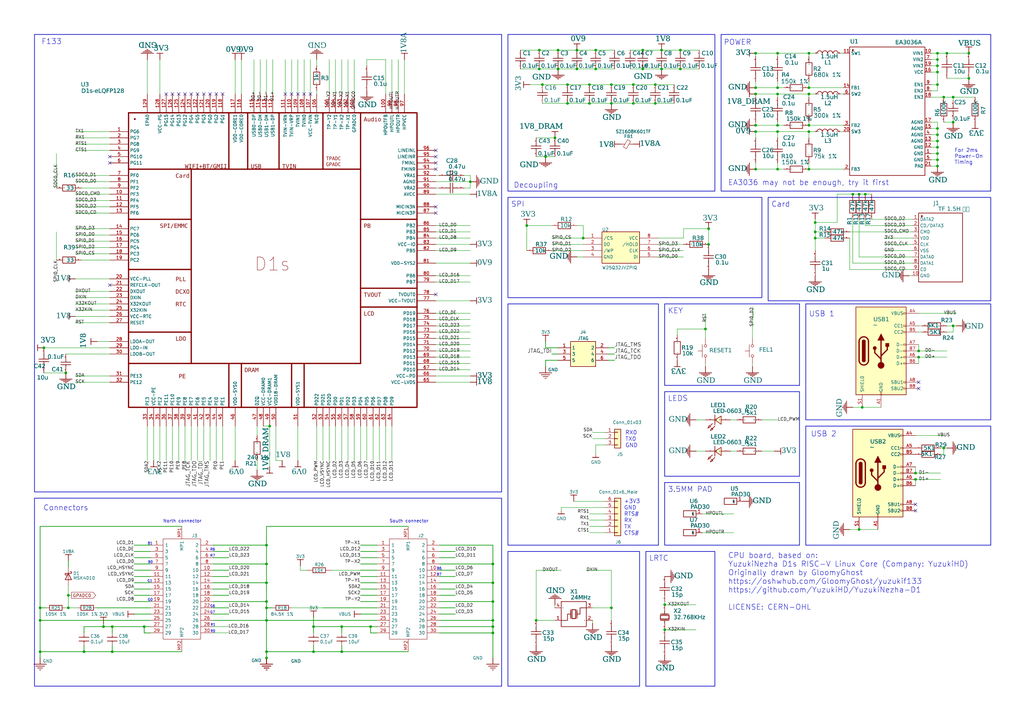
<source format=kicad_sch>
(kicad_sch (version 20231120) (generator "eeschema") (generator_version "8.0")
  (paper "User" 414.782 292.227)
  (lib_symbols
    (symbol "0V9" (power) (pin_numbers hide) (pin_names hide)
      (property "Value" "0V9" (at 0 3.81 0))
      (symbol "0V9_0_0"
        (pin power_in line (at 0 0 270) (length 0) (name "0V9") (number "1"))
      )
    )
    (symbol "1V8" (power) (pin_numbers hide) (pin_names hide)
      (property "Value" "1V8" (at 0 3.81 0))
      (symbol "1V8_0_0"
        (pin power_in line (at 0 0 270) (length 0) (name "1V8") (number "1"))
      )
    )
    (symbol "3V3" (power) (pin_numbers hide) (pin_names hide)
      (property "Value" "3V3" (at 0 3.81 0))
      (symbol "3V3_0_0"
        (pin power_in line (at 0 0 270) (length 0) (name "3V3") (number "1"))
      )
    )
    (symbol "CKCS201610-2.2UH/M-N"
      (property "Reference" "L3" (at -1.2954 -2.9337 0))
      (property "Value" "1.5uH" (at -3.1496 -0.3937 0))
      (symbol "CKCS201610-2.2UH/M-N_0_0"
        (pin unspecified line (at -5.08 0 0) (length 0.762) (name "1") (number "1"))
        (pin unspecified line (at 5.08 0 180) (length 0.762) (name "2") (number "2"))
      )
    )
    (symbol "CKCS201610-2.2UH/M-N_1"
      (property "Reference" "L2" (at -1.2954 -2.9083 0))
      (property "Value" "1.5uH" (at -3.1496 -0.3683 0))
      (symbol "CKCS201610-2.2UH/M-N_1_0_0"
        (pin unspecified line (at -5.08 0 0) (length 0.762) (name "1") (number "1"))
        (pin unspecified line (at 5.08 0 180) (length 0.762) (name "2") (number "2"))
      )
    )
    (symbol "CKCS201610-2.2UH/M-N_2"
      (property "Reference" "L1" (at -1.2954 -2.9337 0))
      (property "Value" "1.5uH" (at -3.1496 -0.3683 0))
      (symbol "CKCS201610-2.2UH/M-N_2_0_0"
        (pin unspecified line (at -5.08 0 0) (length 0.762) (name "1") (number "1"))
        (pin unspecified line (at 5.08 0 180) (length 0.762) (name "2") (number "2"))
      )
    )
    (symbol "C_0402_US"
      (property "Reference" "C26" (at 2.54 0.9017 0))
      (property "Value" "10u" (at 2.54 -1.4097 0))
      (symbol "C_0402_US_0_0"
        (pin unspecified line (at 0 -5.08 90) (length 2.54) (name "1") (number "1"))
        (pin unspecified line (at 0 5.08 270) (length 2.54) (name "2") (number "2"))
      )
    )
    (symbol "C_0402_US_1"
      (property "Reference" "C23" (at 2.54 0.9017 0))
      (property "Value" "10u" (at 2.54 -1.4097 0))
      (symbol "C_0402_US_1_0_0"
        (pin unspecified line (at 0 -5.08 90) (length 2.54) (name "1") (number "1"))
        (pin unspecified line (at 0 5.08 270) (length 2.54) (name "2") (number "2"))
      )
    )
    (symbol "C_0402_US_2"
      (property "Reference" "C13" (at 2.54 0.9017 0))
      (property "Value" "10u" (at 2.54 -1.4097 0))
      (symbol "C_0402_US_2_0_0"
        (pin unspecified line (at 0 -5.08 90) (length 2.54) (name "1") (number "1"))
        (pin unspecified line (at 0 5.08 270) (length 2.54) (name "2") (number "2"))
      )
    )
    (symbol "C_0402_US_3"
      (property "Reference" "C14" (at 2.8956 5.9309 0))
      (property "Value" "0.1u" (at 2.7686 3.4163 0))
      (symbol "C_0402_US_3_0_0"
        (pin unspecified line (at 0 -5.08 90) (length 2.54) (name "1") (number "1"))
        (pin unspecified line (at 0 5.08 270) (length 2.54) (name "2") (number "2"))
      )
    )
    (symbol "C_0402_US_4"
      (property "Reference" "C24" (at 2.286 5.9309 0))
      (property "Value" "0.1u" (at 1.4986 3.3909 0))
      (symbol "C_0402_US_4_0_0"
        (pin unspecified line (at 0 -5.08 90) (length 2.54) (name "1") (number "1"))
        (pin unspecified line (at 0 5.08 270) (length 2.54) (name "2") (number "2"))
      )
    )
    (symbol "C_0402_US_5"
      (property "Reference" "C27" (at 2.286 5.9309 0))
      (property "Value" "0.1u" (at 1.4986 3.4163 0))
      (symbol "C_0402_US_5_0_0"
        (pin unspecified line (at 0 -5.08 90) (length 2.54) (name "1") (number "1"))
        (pin unspecified line (at 0 5.08 270) (length 2.54) (name "2") (number "2"))
      )
    )
    (symbol "C_0402_US_6"
      (property "Reference" "C12" (at 2.54 0.8763 0))
      (property "Value" "0.1u" (at 2.54 -1.4097 0))
      (symbol "C_0402_US_6_0_0"
        (pin unspecified line (at 0 -5.08 90) (length 2.54) (name "1") (number "1"))
        (pin unspecified line (at 0 5.08 270) (length 2.54) (name "2") (number "2"))
      )
    )
    (symbol "C_0402_US_7"
      (property "Reference" "C11" (at 2.54 0.8763 0))
      (property "Value" "10u" (at 2.54 -1.4097 0))
      (symbol "C_0402_US_7_0_0"
        (pin unspecified line (at 0 -5.08 90) (length 2.54) (name "1") (number "1"))
        (pin unspecified line (at 0 5.08 270) (length 2.54) (name "2") (number "2"))
      )
    )
    (symbol "C_0402_US_8"
      (property "Reference" "C31" (at 2.54 0.8763 0))
      (property "Value" "1u" (at 2.54 -1.4097 0))
      (symbol "C_0402_US_8_0_0"
        (pin unspecified line (at 0 -5.08 90) (length 2.54) (name "1") (number "1"))
        (pin unspecified line (at 0 5.08 270) (length 2.54) (name "2") (number "2"))
      )
    )
    (symbol "C_0402_US_9"
      (property "Reference" "C30" (at 2.54 0.8763 0))
      (property "Value" "0.1u" (at 2.54 -1.4097 0))
      (symbol "C_0402_US_9_0_0"
        (pin unspecified line (at 0 -5.08 90) (length 2.54) (name "1") (number "1"))
        (pin unspecified line (at 0 5.08 270) (length 2.54) (name "2") (number "2"))
      )
    )
    (symbol "C_0603_US"
      (property "Reference" "C33" (at 2.54 0.8763 0))
      (property "Value" "15p" (at 2.54 -1.4351 0))
      (symbol "C_0603_US_0_0"
        (pin unspecified line (at 0 -5.08 90) (length 2.54) (name "1") (number "1"))
        (pin unspecified line (at 0 5.08 270) (length 2.54) (name "2") (number "2"))
      )
    )
    (symbol "C_0603_US_1"
      (property "Reference" "C34" (at 2.54 0.8763 0))
      (property "Value" "15p" (at 2.54 -1.4351 0))
      (symbol "C_0603_US_1_0_0"
        (pin unspecified line (at 0 -5.08 90) (length 2.54) (name "1") (number "1"))
        (pin unspecified line (at 0 5.08 270) (length 2.54) (name "2") (number "2"))
      )
    )
    (symbol "C_0603_US_11"
      (property "Reference" "C15" (at 2.54 0.9017 0))
      (property "Value" "0.1u" (at 2.54 -1.3843 0))
      (symbol "C_0603_US_11_0_0"
        (pin unspecified line (at 0 -5.08 90) (length 2.54) (name "1") (number "1"))
        (pin unspecified line (at 0 5.08 270) (length 2.54) (name "2") (number "2"))
      )
    )
    (symbol "C_0603_US_2"
      (property "Reference" "C35" (at 2.54 0.8763 0))
      (property "Value" "15p" (at 2.54 -1.4351 0))
      (symbol "C_0603_US_2_0_0"
        (pin unspecified line (at 0 -5.08 90) (length 2.54) (name "1") (number "1"))
        (pin unspecified line (at 0 5.08 270) (length 2.54) (name "2") (number "2"))
      )
    )
    (symbol "C_0603_US_4"
      (property "Reference" "C32" (at 2.54 0.8763 0))
      (property "Value" "15p" (at 2.54 -1.4351 0))
      (symbol "C_0603_US_4_0_0"
        (pin unspecified line (at 0 -5.08 90) (length 2.54) (name "1") (number "1"))
        (pin unspecified line (at 0 5.08 270) (length 2.54) (name "2") (number "2"))
      )
    )
    (symbol "C_0603_US_5"
      (property "Reference" "C29" (at -2.159 6.7945 0))
      (property "Value" "0.47u" (at -1.4986 4.4577 0))
      (symbol "C_0603_US_5_0_0"
        (pin unspecified line (at -5.08 0 0) (length 2.54) (name "1") (number "1"))
        (pin unspecified line (at 5.08 0 180) (length 2.54) (name "2") (number "2"))
      )
    )
    (symbol "C_0603_US_6"
      (property "Reference" "C28" (at -2.159 6.7945 0))
      (property "Value" "0.47u" (at -1.4986 4.4577 0))
      (symbol "C_0603_US_6_0_0"
        (pin unspecified line (at -5.08 0 0) (length 2.54) (name "1") (number "1"))
        (pin unspecified line (at 5.08 0 180) (length 2.54) (name "2") (number "2"))
      )
    )
    (symbol "Connector:USB_C_Receptacle_USB2.0_16P" (pin_names (offset 1.016))
      (property "Reference" "J" (at 0 22.225 0))
      (property "Value" "USB_C_Receptacle_USB2.0_16P" (at 0 19.685 0))
      (symbol "USB_C_Receptacle_USB2.0_16P_1_1"
        (pin passive line (at 0 -22.86 90) (length 5.08) (name "GND") (number "A1"))
        (pin passive line (at 0 -22.86 90) (length 5.08) hide (name "GND") (number "A12"))
        (pin passive line (at 15.24 15.24 180) (length 5.08) (name "VBUS") (number "A4"))
        (pin bidirectional line (at 15.24 10.16 180) (length 5.08) (name "CC1") (number "A5"))
        (pin bidirectional line (at 15.24 -2.54 180) (length 5.08) (name "D+") (number "A6"))
        (pin bidirectional line (at 15.24 2.54 180) (length 5.08) (name "D-") (number "A7"))
        (pin bidirectional line (at 15.24 -12.7 180) (length 5.08) (name "SBU1") (number "A8"))
        (pin passive line (at 15.24 15.24 180) (length 5.08) hide (name "VBUS") (number "A9"))
        (pin passive line (at 0 -22.86 90) (length 5.08) hide (name "GND") (number "B1"))
        (pin passive line (at 0 -22.86 90) (length 5.08) hide (name "GND") (number "B12"))
        (pin passive line (at 15.24 15.24 180) (length 5.08) hide (name "VBUS") (number "B4"))
        (pin bidirectional line (at 15.24 7.62 180) (length 5.08) (name "CC2") (number "B5"))
        (pin bidirectional line (at 15.24 -5.08 180) (length 5.08) (name "D+") (number "B6"))
        (pin bidirectional line (at 15.24 0 180) (length 5.08) (name "D-") (number "B7"))
        (pin bidirectional line (at 15.24 -15.24 180) (length 5.08) (name "SBU2") (number "B8"))
        (pin passive line (at 15.24 15.24 180) (length 5.08) hide (name "VBUS") (number "B9"))
        (pin passive line (at -7.62 -22.86 90) (length 5.08) (name "SHIELD") (number "S1"))
      )
    )
    (symbol "Connector_Generic:Conn_01x03" (pin_names (offset 1.016) hide)
      (property "Reference" "J" (at 0 5.08 0))
      (property "Value" "Conn_01x03" (at 0 -5.08 0))
      (symbol "Conn_01x03_1_1"
        (pin passive line (at -5.08 2.54 0) (length 3.81) (name "Pin_1") (number "1"))
        (pin passive line (at -5.08 0 0) (length 3.81) (name "Pin_2") (number "2"))
        (pin passive line (at -5.08 -2.54 0) (length 3.81) (name "Pin_3") (number "3"))
      )
    )
    (symbol "Connector_Generic:Conn_01x06" (pin_names (offset 1.016) hide)
      (property "Reference" "J" (at 0 7.62 0))
      (property "Value" "Conn_01x06" (at 0 -10.16 0))
      (symbol "Conn_01x06_1_1"
        (pin passive line (at -5.08 5.08 0) (length 3.81) (name "Pin_1") (number "1"))
        (pin passive line (at -5.08 2.54 0) (length 3.81) (name "Pin_2") (number "2"))
        (pin passive line (at -5.08 0 0) (length 3.81) (name "Pin_3") (number "3"))
        (pin passive line (at -5.08 -2.54 0) (length 3.81) (name "Pin_4") (number "4"))
        (pin passive line (at -5.08 -5.08 0) (length 3.81) (name "Pin_5") (number "5"))
        (pin passive line (at -5.08 -7.62 0) (length 3.81) (name "Pin_6") (number "6"))
      )
    )
    (symbol "D1s-altium-import:0_SPIFLASH_SOP8W"
      (property "Value" "0_SPIFLASH_SOP8W" (at 0 0 0))
      (symbol "0_SPIFLASH_SOP8W_1_0"
        (pin passive line (at -7.62 -2.54 0) (length 7.62) (name "/CS") (number "1"))
        (pin passive line (at -7.62 -5.08 0) (length 7.62) (name "DO") (number "2"))
        (pin passive line (at -7.62 -7.62 0) (length 7.62) (name "/WP") (number "3"))
        (pin passive line (at -7.62 -10.16 0) (length 7.62) (name "GND") (number "4"))
        (pin passive line (at 22.86 -10.16 180) (length 7.62) (name "DI") (number "5"))
        (pin passive line (at 22.86 -7.62 180) (length 7.62) (name "CLK") (number "6"))
        (pin passive line (at 22.86 -5.08 180) (length 7.62) (name "/HOLD") (number "7"))
        (pin passive line (at 22.86 -2.54 180) (length 7.62) (name "VCC") (number "8"))
      )
    )
    (symbol "D1s-altium-import:2_RES"
      (property "Value" "2_RES" (at 0 0 0))
      (symbol "2_RES_1_0"
        (pin passive line (at -0.254 0 180) (length 2.54) (name "1") (number "1"))
        (pin passive line (at -10.414 0 0) (length 2.54) (name "2") (number "2"))
      )
    )
    (symbol "DF12NB_3.0_-30DP-0.5V_51_:DF12NB_3.0_-30DP-0.5V_51_" (pin_names (offset 0.762))
      (property "Reference" "J" (at 46.99 12.7 0))
      (property "Value" "DF12NB_3.0_-30DP-0.5V_51_" (at 46.99 10.16 0))
      (symbol "DF12NB_3.0_-30DP-0.5V_51__0_0"
        (pin passive line (at 43.18 -12.7 90) (length 5.08) (name "1") (number "1"))
        (pin passive line (at 33.02 12.7 270) (length 5.08) (name "10") (number "10"))
        (pin passive line (at 30.48 -12.7 90) (length 5.08) (name "11") (number "11"))
        (pin passive line (at 30.48 12.7 270) (length 5.08) (name "12") (number "12"))
        (pin passive line (at 27.94 -12.7 90) (length 5.08) (name "13") (number "13"))
        (pin passive line (at 27.94 12.7 270) (length 5.08) (name "14") (number "14"))
        (pin passive line (at 25.4 -12.7 90) (length 5.08) (name "15") (number "15"))
        (pin passive line (at 25.4 12.7 270) (length 5.08) (name "16") (number "16"))
        (pin passive line (at 22.86 -12.7 90) (length 5.08) (name "17") (number "17"))
        (pin passive line (at 22.86 12.7 270) (length 5.08) (name "18") (number "18"))
        (pin passive line (at 20.32 -12.7 90) (length 5.08) (name "19") (number "19"))
        (pin passive line (at 43.18 12.7 270) (length 5.08) (name "2") (number "2"))
        (pin passive line (at 20.32 12.7 270) (length 5.08) (name "20") (number "20"))
        (pin passive line (at 17.78 -12.7 90) (length 5.08) (name "21") (number "21"))
        (pin passive line (at 17.78 12.7 270) (length 5.08) (name "22") (number "22"))
        (pin passive line (at 15.24 -12.7 90) (length 5.08) (name "23") (number "23"))
        (pin passive line (at 15.24 12.7 270) (length 5.08) (name "24") (number "24"))
        (pin passive line (at 12.7 -12.7 90) (length 5.08) (name "25") (number "25"))
        (pin passive line (at 12.7 12.7 270) (length 5.08) (name "26") (number "26"))
        (pin passive line (at 10.16 -12.7 90) (length 5.08) (name "27") (number "27"))
        (pin passive line (at 10.16 12.7 270) (length 5.08) (name "28") (number "28"))
        (pin passive line (at 7.62 -12.7 90) (length 5.08) (name "29") (number "29"))
        (pin passive line (at 40.64 -12.7 90) (length 5.08) (name "3") (number "3"))
        (pin passive line (at 7.62 12.7 270) (length 5.08) (name "30") (number "30"))
        (pin passive line (at 40.64 12.7 270) (length 5.08) (name "4") (number "4"))
        (pin passive line (at 38.1 -12.7 90) (length 5.08) (name "5") (number "5"))
        (pin passive line (at 38.1 12.7 270) (length 5.08) (name "6") (number "6"))
        (pin passive line (at 35.56 -12.7 90) (length 5.08) (name "7") (number "7"))
        (pin passive line (at 35.56 12.7 270) (length 5.08) (name "8") (number "8"))
        (pin passive line (at 33.02 -12.7 90) (length 5.08) (name "9") (number "9"))
        (pin passive line (at 50.8 0 180) (length 5.08) (name "MP1") (number "MP1"))
        (pin passive line (at 0 0 0) (length 5.08) (name "MP2") (number "MP2"))
      )
    )
    (symbol "DST310S 32.768KHz"
      (property "Reference" "X2" (at 3.6068 3.4163 0))
      (property "Value" "32.768KHz" (at 3.0226 0.8763 0))
      (symbol "DST310S 32.768KHz_0_0"
        (pin input line (at 0 -5.08 90) (length 2.54) (name "OSC1") (number "1"))
        (pin input line (at 0 5.08 270) (length 2.54) (name "OSC2") (number "2"))
      )
    )
    (symbol "Device:D_Schottky" (pin_numbers hide) (pin_names (offset 1.016) hide)
      (property "Reference" "D" (at 0 2.54 0))
      (property "Value" "D_Schottky" (at 0 -2.54 0))
      (symbol "D_Schottky_1_1"
        (pin passive line (at -3.81 0 0) (length 2.54) (name "K") (number "1"))
        (pin passive line (at 3.81 0 180) (length 2.54) (name "A") (number "2"))
      )
    )
    (symbol "Device:FerriteBead_Small" (pin_numbers hide) (pin_names (offset 0))
      (property "Reference" "FB" (at 1.905 1.27 0))
      (property "Value" "FerriteBead_Small" (at 1.905 -1.27 0))
      (symbol "FerriteBead_Small_1_1"
        (pin passive line (at 0 2.54 270) (length 1.27) (name "~") (number "1"))
        (pin passive line (at 0 -2.54 90) (length 1.27) (name "~") (number "2"))
      )
    )
    (symbol "Device:R" (pin_numbers hide) (pin_names (offset 0))
      (property "Reference" "R" (at 2.032 0 90))
      (property "Value" "R" (at 0 0 90))
      (symbol "R_1_1"
        (pin passive line (at 0 3.81 270) (length 1.27) (name "~") (number "1"))
        (pin passive line (at 0 -3.81 90) (length 1.27) (name "~") (number "2"))
      )
    )
    (symbol "EA3036A"
      (property "Reference" "U1" (at -1.4224 40.1955 0))
      (property "Value" "EA3036A" (at -1.4224 38.0873 0))
      (symbol "EA3036A_0_0"
        (pin unspecified line (at 17.78 -7.62 180) (length 2.54) (name "GND") (number "1"))
        (pin unspecified line (at 17.78 33.02 180) (length 2.54) (name "VIN1") (number "10"))
        (pin unspecified line (at -17.78 33.02 0) (length 2.54) (name "SW1") (number "11"))
        (pin unspecified line (at 17.78 -5.08 180) (length 2.54) (name "GND") (number "12"))
        (pin unspecified line (at 17.78 -2.54 180) (length 2.54) (name "AGND") (number "13"))
        (pin unspecified line (at -17.78 19.05 0) (length 2.54) (name "FB1") (number "14"))
        (pin unspecified line (at 17.78 2.54 180) (length 2.54) (name "AGND") (number "15"))
        (pin unspecified line (at 17.78 25.4 180) (length 2.54) (name "VCC") (number "16"))
        (pin unspecified line (at 17.78 5.08 180) (length 2.54) (name "AGND") (number "17"))
        (pin unspecified line (at 17.78 15.24 180) (length 2.54) (name "EN3") (number "18"))
        (pin unspecified line (at 17.78 27.94 180) (length 2.54) (name "VIN3") (number "19"))
        (pin unspecified line (at -17.78 -13.97 0) (length 2.54) (name "FB3") (number "2"))
        (pin unspecified line (at -17.78 1.27 0) (length 2.54) (name "SW3") (number "20"))
        (pin unspecified line (at 17.78 -12.7 180) (length 2.54) (name "PAD") (number "21"))
        (pin unspecified line (at -17.78 3.81 0) (length 2.54) (name "FB2") (number "3"))
        (pin unspecified line (at 17.78 0 180) (length 2.54) (name "AGND") (number "4"))
        (pin unspecified line (at 17.78 -10.16 180) (length 2.54) (name "GND") (number "5"))
        (pin unspecified line (at -17.78 16.51 0) (length 2.54) (name "SW2") (number "6"))
        (pin unspecified line (at 17.78 30.48 180) (length 2.54) (name "VIN2") (number "7"))
        (pin unspecified line (at 17.78 17.78 180) (length 2.54) (name "EN2") (number "8"))
        (pin unspecified line (at 17.78 20.32 180) (length 2.54) (name "EN1") (number "9"))
      )
    )
    (symbol "F133-eLQFP128"
      (property "Reference" "U3" (at -77.6986 71.9963 0))
      (property "Value" "F133-eLQFP128" (at -78.6638 69.4563 0))
      (symbol "F133-eLQFP128_0_0"
        (text "Audio" (at 36.83 57.9069 0) (effects (font (size 1.6891 1.6891)) (justify left top)))
        (text "Card" (at -39.37 35.0469 0) (effects (font (size 1.6891 1.6891)) (justify left top)))
        (text "D1s" (at -7.62 1.4986 0) (effects (font (size 5.3086 5.3086)) (justify left top)))
        (text "DCXO" (at -39.37 -11.9431 0) (effects (font (size 1.6891 1.6891)) (justify left top)))
        (text "DRAM" (at -11.43 -43.6931 0) (effects (font (size 1.6891 1.6891)) (justify left top)))
        (text "LCD" (at 36.83 -20.8331 0) (effects (font (size 1.6891 1.6891)) (justify left top)))
        (text "LDO" (at -39.37 -30.9931 0) (effects (font (size 1.6891 1.6891)) (justify left top)))
        (text "PB" (at 36.83 14.7269 0) (effects (font (size 1.6891 1.6891)) (justify left top)))
        (text "PE" (at -38.1 -46.2331 0) (effects (font (size 1.6891 1.6891)) (justify left top)))
        (text "PLL" (at -39.37 -6.8631 0) (effects (font (size 1.6891 1.6891)) (justify left top)))
        (text "RTC" (at -39.37 -17.0231 0) (effects (font (size 1.6891 1.6891)) (justify left top)))
        (text "SPI/EMMC" (at -45.72 14.7269 0) (effects (font (size 1.6891 1.6891)) (justify left top)))
        (text "TPADC\nGPADC" (at 21.59 41.91 0) (effects (font (size 1.4224 1.4224)) (justify left top)))
        (text "TVIN" (at 3.81 38.8569 0) (effects (font (size 1.6891 1.6891)) (justify left top)))
        (text "TVOUT" (at 36.83 -13.2131 0) (effects (font (size 1.6891 1.6891)) (justify left top)))
        (text "USB" (at -8.89 38.8569 0) (effects (font (size 1.6891 1.6891)) (justify left top)))
        (text "WIFI+BT/GMII" (at -35.56 38.8569 0) (effects (font (size 1.6891 1.6891)) (justify left top)))
        (pin unspecified line (at -66.04 52.07 0) (length 7.62) (name "PG6") (number "1"))
        (pin unspecified line (at -66.04 26.67 0) (length 7.62) (name "PF3") (number "10"))
        (pin unspecified line (at 45.72 67.31 270) (length 7.62) (name "HPOUTFB") (number "100"))
        (pin unspecified line (at 33.02 67.31 270) (length 7.62) (name "GPADC0") (number "101"))
        (pin unspecified line (at 30.48 67.31 270) (length 7.62) (name "TP-X1") (number "102"))
        (pin unspecified line (at 27.94 67.31 270) (length 7.62) (name "TP-X2") (number "103"))
        (pin unspecified line (at 25.4 67.31 270) (length 7.62) (name "TP-Y1") (number "104"))
        (pin unspecified line (at 22.86 67.31 270) (length 7.62) (name "TP-Y2") (number "105"))
        (pin unspecified line (at 17.78 67.31 270) (length 7.62) (name "NC0") (number "106"))
        (pin unspecified line (at 15.24 67.31 270) (length 7.62) (name "VCC-TVIN") (number "107"))
        (pin unspecified line (at 12.7 67.31 270) (length 7.62) (name "TVIN0") (number "108"))
        (pin unspecified line (at 10.16 67.31 270) (length 7.62) (name "TVIN1") (number "109"))
        (pin unspecified line (at -66.04 24.13 0) (length 7.62) (name "PF4") (number "11"))
        (pin unspecified line (at 7.62 67.31 270) (length 7.62) (name "TVIN-VRP") (number "110"))
        (pin unspecified line (at 5.08 67.31 270) (length 7.62) (name "TVIN-VRN") (number "111"))
        (pin unspecified line (at 0 67.31 270) (length 7.62) (name "USB1-DP") (number "112"))
        (pin unspecified line (at -2.54 67.31 270) (length 7.62) (name "USB1-DM") (number "113"))
        (pin unspecified line (at -5.08 67.31 270) (length 7.62) (name "USB0-DM") (number "114"))
        (pin unspecified line (at -7.62 67.31 270) (length 7.62) (name "USB0-DP") (number "115"))
        (pin unspecified line (at -12.7 67.31 270) (length 7.62) (name "VDD-CORE0") (number "116"))
        (pin unspecified line (at -15.24 67.31 270) (length 7.62) (name "VDD-CORE1") (number "117"))
        (pin unspecified line (at -20.32 67.31 270) (length 7.62) (name "PG1") (number "118"))
        (pin unspecified line (at -22.86 67.31 270) (length 7.62) (name "PG2") (number "119"))
        (pin unspecified line (at -66.04 21.59 0) (length 7.62) (name "PF5") (number "12"))
        (pin unspecified line (at -25.4 67.31 270) (length 7.62) (name "PG0") (number "120"))
        (pin unspecified line (at -27.94 67.31 270) (length 7.62) (name "PG3") (number "121"))
        (pin unspecified line (at -30.48 67.31 270) (length 7.62) (name "PG5") (number "122"))
        (pin unspecified line (at -33.02 67.31 270) (length 7.62) (name "PG4") (number "123"))
        (pin unspecified line (at -35.56 67.31 270) (length 7.62) (name "PG12") (number "124"))
        (pin unspecified line (at -38.1 67.31 270) (length 7.62) (name "PG13") (number "125"))
        (pin unspecified line (at -40.64 67.31 270) (length 7.62) (name "PG14") (number "126"))
        (pin unspecified line (at -43.18 67.31 270) (length 7.62) (name "PG15") (number "127"))
        (pin unspecified line (at -45.72 67.31 270) (length 7.62) (name "VCC-PG") (number "128"))
        (pin unspecified line (at -50.8 67.31 270) (length 7.62) (name "EPAD") (number "129"))
        (pin unspecified line (at -66.04 19.05 0) (length 7.62) (name "PF6") (number "13"))
        (pin unspecified line (at -66.04 12.7 0) (length 7.62) (name "PC7") (number "14"))
        (pin unspecified line (at -66.04 10.16 0) (length 7.62) (name "PC6") (number "15"))
        (pin unspecified line (at -66.04 7.62 0) (length 7.62) (name "PC5") (number "16"))
        (pin unspecified line (at -66.04 5.08 0) (length 7.62) (name "PC4") (number "17"))
        (pin unspecified line (at -66.04 2.54 0) (length 7.62) (name "PC3") (number "18"))
        (pin unspecified line (at -66.04 0 0) (length 7.62) (name "PC2") (number "19"))
        (pin unspecified line (at -66.04 49.53 0) (length 7.62) (name "PG7") (number "2"))
        (pin unspecified line (at -66.04 -7.62 0) (length 7.62) (name "VCC-PLL") (number "20"))
        (pin unspecified line (at -66.04 -10.16 0) (length 7.62) (name "REFCLK-OUT") (number "21"))
        (pin unspecified line (at -66.04 -12.7 0) (length 7.62) (name "DXOUT") (number "22"))
        (pin unspecified line (at -66.04 -15.24 0) (length 7.62) (name "DXIN") (number "23"))
        (pin unspecified line (at -66.04 -17.78 0) (length 7.62) (name "X32KOUT") (number "24"))
        (pin unspecified line (at -66.04 -20.32 0) (length 7.62) (name "X32KIN") (number "25"))
        (pin unspecified line (at -66.04 -22.86 0) (length 7.62) (name "VCC-RTC") (number "26"))
        (pin unspecified line (at -66.04 -25.4 0) (length 7.62) (name "RESET") (number "27"))
        (pin unspecified line (at -66.04 -33.02 0) (length 7.62) (name "LDOA-OUT") (number "28"))
        (pin unspecified line (at -66.04 -35.56 0) (length 7.62) (name "LDO-IN") (number "29"))
        (pin unspecified line (at -66.04 46.99 0) (length 7.62) (name "PG8") (number "3"))
        (pin unspecified line (at -66.04 -38.1 0) (length 7.62) (name "LDOB-OUT") (number "30"))
        (pin unspecified line (at -66.04 -46.99 0) (length 7.62) (name "PE13") (number "31"))
        (pin unspecified line (at -66.04 -49.53 0) (length 7.62) (name "PE12") (number "32"))
        (pin unspecified line (at -50.8 -67.31 90) (length 7.62) (name "PE3") (number "33"))
        (pin unspecified line (at -48.26 -67.31 90) (length 7.62) (name "VCC-PE") (number "34"))
        (pin unspecified line (at -45.72 -67.31 90) (length 7.62) (name "PE2") (number "35"))
        (pin unspecified line (at -43.18 -67.31 90) (length 7.62) (name "PE11") (number "36"))
        (pin unspecified line (at -40.64 -67.31 90) (length 7.62) (name "PE10") (number "37"))
        (pin unspecified line (at -38.1 -67.31 90) (length 7.62) (name "PE9") (number "38"))
        (pin unspecified line (at -35.56 -67.31 90) (length 7.62) (name "PE8") (number "39"))
        (pin unspecified line (at -66.04 44.45 0) (length 7.62) (name "PG9") (number "4"))
        (pin unspecified line (at -33.02 -67.31 90) (length 7.62) (name "PE7") (number "40"))
        (pin unspecified line (at -30.48 -67.31 90) (length 7.62) (name "PE6") (number "41"))
        (pin unspecified line (at -27.94 -67.31 90) (length 7.62) (name "PE5") (number "42"))
        (pin unspecified line (at -25.4 -67.31 90) (length 7.62) (name "PE4") (number "43"))
        (pin unspecified line (at -22.86 -67.31 90) (length 7.62) (name "PE0") (number "44"))
        (pin unspecified line (at -20.32 -67.31 90) (length 7.62) (name "PE1") (number "45"))
        (pin unspecified line (at -15.24 -67.31 90) (length 7.62) (name "VDD-SYS0") (number "46"))
        (pin unspecified line (at -6.35 -67.31 90) (length 7.62) (name "DZQ") (number "47"))
        (pin unspecified line (at -3.81 -67.31 90) (length 7.62) (name "VCC-DRAM0") (number "48"))
        (pin unspecified line (at -1.27 -67.31 90) (length 7.62) (name "VCC-DRAM1") (number "49"))
        (pin unspecified line (at -66.04 41.91 0) (length 7.62) (name "PG10") (number "5"))
        (pin unspecified line (at 1.27 -67.31 90) (length 7.62) (name "VDD18-DRAM") (number "50"))
        (pin unspecified line (at 10.16 -67.31 90) (length 7.62) (name "VDD-SYS1") (number "51"))
        (pin unspecified line (at 17.78 -67.31 90) (length 7.62) (name "PD22") (number "52"))
        (pin unspecified line (at 20.32 -67.31 90) (length 7.62) (name "PD21") (number "53"))
        (pin unspecified line (at 22.86 -67.31 90) (length 7.62) (name "PD20") (number "54"))
        (pin unspecified line (at 25.4 -67.31 90) (length 7.62) (name "PD0") (number "55"))
        (pin unspecified line (at 27.94 -67.31 90) (length 7.62) (name "PD1") (number "56"))
        (pin unspecified line (at 30.48 -67.31 90) (length 7.62) (name "PD2") (number "57"))
        (pin unspecified line (at 33.02 -67.31 90) (length 7.62) (name "PD3") (number "58"))
        (pin unspecified line (at 35.56 -67.31 90) (length 7.62) (name "PD4") (number "59"))
        (pin unspecified line (at -66.04 39.37 0) (length 7.62) (name "PG11") (number "6"))
        (pin unspecified line (at 38.1 -67.31 90) (length 7.62) (name "PD5") (number "60"))
        (pin unspecified line (at 40.64 -67.31 90) (length 7.62) (name "PD6") (number "61"))
        (pin unspecified line (at 43.18 -67.31 90) (length 7.62) (name "PD7") (number "62"))
        (pin unspecified line (at 45.72 -67.31 90) (length 7.62) (name "PD8") (number "63"))
        (pin unspecified line (at 48.26 -67.31 90) (length 7.62) (name "PD9") (number "64"))
        (pin unspecified line (at 66.04 -49.53 180) (length 7.62) (name "VCC-LVDS") (number "65"))
        (pin unspecified line (at 66.04 -46.99 180) (length 7.62) (name "VCC-PD") (number "66"))
        (pin unspecified line (at 66.04 -44.45 180) (length 7.62) (name "PD10") (number "67"))
        (pin unspecified line (at 66.04 -41.91 180) (length 7.62) (name "PD11") (number "68"))
        (pin unspecified line (at 66.04 -39.37 180) (length 7.62) (name "PD13") (number "69"))
        (pin unspecified line (at -66.04 34.29 0) (length 7.62) (name "PF0") (number "7"))
        (pin unspecified line (at 66.04 -36.83 180) (length 7.62) (name "PD12") (number "70"))
        (pin unspecified line (at 66.04 -34.29 180) (length 7.62) (name "PD14") (number "71"))
        (pin unspecified line (at 66.04 -31.75 180) (length 7.62) (name "PD15") (number "72"))
        (pin unspecified line (at 66.04 -29.21 180) (length 7.62) (name "PD16") (number "73"))
        (pin unspecified line (at 66.04 -26.67 180) (length 7.62) (name "PD17") (number "74"))
        (pin unspecified line (at 66.04 -24.13 180) (length 7.62) (name "PD18") (number "75"))
        (pin unspecified line (at 66.04 -21.59 180) (length 7.62) (name "PD19") (number "76"))
        (pin unspecified line (at 66.04 -16.51 180) (length 7.62) (name "VCC-TVOUT") (number "77"))
        (pin unspecified line (at 66.04 -13.97 180) (length 7.62) (name "TVOUT0") (number "78"))
        (pin unspecified line (at 66.04 -8.89 180) (length 7.62) (name "PB7") (number "79"))
        (pin unspecified line (at -66.04 31.75 0) (length 7.62) (name "PF1") (number "8"))
        (pin unspecified line (at 66.04 -6.35 180) (length 7.62) (name "PB6") (number "80"))
        (pin unspecified line (at 66.04 -1.27 180) (length 7.62) (name "VDD-SYS2") (number "81"))
        (pin unspecified line (at 66.04 3.81 180) (length 7.62) (name "PB5") (number "82"))
        (pin unspecified line (at 66.04 6.35 180) (length 7.62) (name "VCC-IO") (number "83"))
        (pin unspecified line (at 66.04 8.89 180) (length 7.62) (name "PB4") (number "84"))
        (pin unspecified line (at 66.04 11.43 180) (length 7.62) (name "PB3") (number "85"))
        (pin unspecified line (at 66.04 13.97 180) (length 7.62) (name "PB2") (number "86"))
        (pin unspecified line (at 66.04 19.05 180) (length 7.62) (name "MICIN3P") (number "87"))
        (pin unspecified line (at 66.04 21.59 180) (length 7.62) (name "MICIN3N") (number "88"))
        (pin unspecified line (at 66.04 26.67 180) (length 7.62) (name "AVCC") (number "89"))
        (pin unspecified line (at -66.04 29.21 0) (length 7.62) (name "PF2") (number "9"))
        (pin unspecified line (at 66.04 29.21 180) (length 7.62) (name "VRA2") (number "90"))
        (pin unspecified line (at 66.04 31.75 180) (length 7.62) (name "AGND") (number "91"))
        (pin unspecified line (at 66.04 34.29 180) (length 7.62) (name "VRA1") (number "92"))
        (pin unspecified line (at 66.04 36.83 180) (length 7.62) (name "FMINR") (number "93"))
        (pin unspecified line (at 66.04 39.37 180) (length 7.62) (name "FMINL") (number "94"))
        (pin unspecified line (at 66.04 41.91 180) (length 7.62) (name "LINEINR") (number "95"))
        (pin unspecified line (at 66.04 44.45 180) (length 7.62) (name "LINEINL") (number "96"))
        (pin unspecified line (at 53.34 67.31 270) (length 7.62) (name "HPVCC") (number "97"))
        (pin unspecified line (at 50.8 67.31 270) (length 7.62) (name "HPOUTR") (number "98"))
        (pin unspecified line (at 48.26 67.31 270) (length 7.62) (name "HPOUTL") (number "99"))
      )
    )
    (symbol "GND" (power) (pin_numbers hide) (pin_names hide)
      (property "Value" "GND" (at 0 6.35 0))
      (symbol "GND_0_0"
        (pin power_in line (at 0 0 270) (length 0) (name "GND") (number "1"))
      )
    )
    (symbol "GRM188B30J106ME47D"
      (property "Reference" "C16" (at 1.016 3.3909 0))
      (property "Value" "0.1uF" (at 0.4318 -1.6637 0))
      (symbol "GRM188B30J106ME47D_0_0"
        (pin input line (at 0 3.81 270) (length 2.54) (name "1") (number "1"))
        (pin input line (at 0 -3.81 90) (length 2.54) (name "2") (number "2"))
      )
    )
    (symbol "GRM188B30J106ME47D_1"
      (property "Reference" "C17" (at 1.016 3.3909 0))
      (property "Value" "0.1uF" (at 0.4318 -1.6637 0))
      (symbol "GRM188B30J106ME47D_1_0_0"
        (pin input line (at 0 3.81 270) (length 2.54) (name "1") (number "1"))
        (pin input line (at 0 -3.81 90) (length 2.54) (name "2") (number "2"))
      )
    )
    (symbol "GRM188B30J106ME47D_10"
      (property "Reference" "C4" (at 1.016 3.3909 0))
      (property "Value" "0.1uF" (at 0.4318 -1.6637 0))
      (symbol "GRM188B30J106ME47D_10_0_0"
        (pin input line (at 0 3.81 270) (length 2.54) (name "1") (number "1"))
        (pin input line (at 0 -3.81 90) (length 2.54) (name "2") (number "2"))
      )
    )
    (symbol "GRM188B30J106ME47D_11"
      (property "Reference" "C3" (at 1.016 3.3909 0))
      (property "Value" "0.1uF" (at 0.4318 -1.6637 0))
      (symbol "GRM188B30J106ME47D_11_0_0"
        (pin input line (at 0 3.81 270) (length 2.54) (name "1") (number "1"))
        (pin input line (at 0 -3.81 90) (length 2.54) (name "2") (number "2"))
      )
    )
    (symbol "GRM188B30J106ME47D_12"
      (property "Reference" "C2" (at 1.016 3.3909 0))
      (property "Value" "0.1uF" (at 0.4318 -1.6637 0))
      (symbol "GRM188B30J106ME47D_12_0_0"
        (pin input line (at 0 3.81 270) (length 2.54) (name "1") (number "1"))
        (pin input line (at 0 -3.81 90) (length 2.54) (name "2") (number "2"))
      )
    )
    (symbol "GRM188B30J106ME47D_13"
      (property "Reference" "C7" (at 1.016 3.3909 0))
      (property "Value" "0.1uF" (at 0.4318 -1.6637 0))
      (symbol "GRM188B30J106ME47D_13_0_0"
        (pin input line (at 0 3.81 270) (length 2.54) (name "1") (number "1"))
        (pin input line (at 0 -3.81 90) (length 2.54) (name "2") (number "2"))
      )
    )
    (symbol "GRM188B30J106ME47D_14"
      (property "Reference" "C10" (at 1.016 3.3909 0))
      (property "Value" "0.1uF" (at 0.4318 -1.6637 0))
      (symbol "GRM188B30J106ME47D_14_0_0"
        (pin input line (at 0 3.81 270) (length 2.54) (name "1") (number "1"))
        (pin input line (at 0 -3.81 90) (length 2.54) (name "2") (number "2"))
      )
    )
    (symbol "GRM188B30J106ME47D_15"
      (property "Reference" "C1" (at 1.016 3.3909 0))
      (property "Value" "0.1uF" (at 0.4318 -1.6637 0))
      (symbol "GRM188B30J106ME47D_15_0_0"
        (pin input line (at 0 3.81 270) (length 2.54) (name "1") (number "1"))
        (pin input line (at 0 -3.81 90) (length 2.54) (name "2") (number "2"))
      )
    )
    (symbol "GRM188B30J106ME47D_16"
      (property "Reference" "C6" (at 1.016 3.3909 0))
      (property "Value" "0.1uF" (at 0.4318 -1.6637 0))
      (symbol "GRM188B30J106ME47D_16_0_0"
        (pin input line (at 0 3.81 270) (length 2.54) (name "1") (number "1"))
        (pin input line (at 0 -3.81 90) (length 2.54) (name "2") (number "2"))
      )
    )
    (symbol "GRM188B30J106ME47D_2"
      (property "Reference" "C18" (at 1.016 3.3909 0))
      (property "Value" "0.1uF" (at 0.4318 -1.6637 0))
      (symbol "GRM188B30J106ME47D_2_0_0"
        (pin input line (at 0 3.81 270) (length 2.54) (name "1") (number "1"))
        (pin input line (at 0 -3.81 90) (length 2.54) (name "2") (number "2"))
      )
    )
    (symbol "GRM188B30J106ME47D_3"
      (property "Reference" "C19" (at 1.016 3.3909 0))
      (property "Value" "0.1uF" (at 0.4318 -1.6637 0))
      (symbol "GRM188B30J106ME47D_3_0_0"
        (pin input line (at 0 3.81 270) (length 2.54) (name "1") (number "1"))
        (pin input line (at 0 -3.81 90) (length 2.54) (name "2") (number "2"))
      )
    )
    (symbol "GRM188B30J106ME47D_4"
      (property "Reference" "C20" (at 1.016 3.3909 0))
      (property "Value" "0.1uF" (at 0.4318 -1.6637 0))
      (symbol "GRM188B30J106ME47D_4_0_0"
        (pin input line (at 0 3.81 270) (length 2.54) (name "1") (number "1"))
        (pin input line (at 0 -3.81 90) (length 2.54) (name "2") (number "2"))
      )
    )
    (symbol "GRM188B30J106ME47D_5"
      (property "Reference" "C21" (at 1.016 3.3909 0))
      (property "Value" "0.1uF" (at 0.4318 -1.6637 0))
      (symbol "GRM188B30J106ME47D_5_0_0"
        (pin input line (at 0 3.81 270) (length 2.54) (name "1") (number "1"))
        (pin input line (at 0 -3.81 90) (length 2.54) (name "2") (number "2"))
      )
    )
    (symbol "GRM188B30J106ME47D_6"
      (property "Reference" "C22" (at 1.016 3.3909 0))
      (property "Value" "0.1uF" (at 0.4318 -1.6637 0))
      (symbol "GRM188B30J106ME47D_6_0_0"
        (pin input line (at 0 3.81 270) (length 2.54) (name "1") (number "1"))
        (pin input line (at 0 -3.81 90) (length 2.54) (name "2") (number "2"))
      )
    )
    (symbol "GRM188B30J106ME47D_7"
      (property "Reference" "C9" (at 1.016 3.3909 0))
      (property "Value" "0.1uF" (at 0.4318 -1.6637 0))
      (symbol "GRM188B30J106ME47D_7_0_0"
        (pin input line (at 0 3.81 270) (length 2.54) (name "1") (number "1"))
        (pin input line (at 0 -3.81 90) (length 2.54) (name "2") (number "2"))
      )
    )
    (symbol "GRM188B30J106ME47D_8"
      (property "Reference" "C8" (at 1.016 3.3909 0))
      (property "Value" "0.1uF" (at 0.4318 -1.6637 0))
      (symbol "GRM188B30J106ME47D_8_0_0"
        (pin input line (at 0 3.81 270) (length 2.54) (name "1") (number "1"))
        (pin input line (at 0 -3.81 90) (length 2.54) (name "2") (number "2"))
      )
    )
    (symbol "GRM188B30J106ME47D_9"
      (property "Reference" "C5" (at 1.016 3.3909 0))
      (property "Value" "0.1uF" (at 0.4318 -1.6637 0))
      (symbol "GRM188B30J106ME47D_9_0_0"
        (pin input line (at 0 3.81 270) (length 2.54) (name "1") (number "1"))
        (pin input line (at 0 -3.81 90) (length 2.54) (name "2") (number "2"))
      )
    )
    (symbol "LED-0603_R"
      (property "Reference" "LED1" (at -2.9464 6.7691 0))
      (property "Value" "LED-0603_R" (at -2.9464 4.4831 0))
      (symbol "LED-0603_R_0_0"
        (pin unspecified line (at 5.08 0 180) (length 3.81) (name "1") (number "1"))
        (pin unspecified line (at -5.08 0 0) (length 3.81) (name "2") (number "2"))
      )
    )
    (symbol "LED-0603_R_1"
      (property "Reference" "LED2" (at -2.9464 6.7691 0))
      (property "Value" "LED-0603_R" (at -2.9464 4.4831 0))
      (symbol "LED-0603_R_1_0_0"
        (pin unspecified line (at 5.08 0 180) (length 3.81) (name "1") (number "1"))
        (pin unspecified line (at -5.08 0 0) (length 3.81) (name "2") (number "2"))
      )
    )
    (symbol "OrangeCrab-rescue:GND-gkl_power" (power) (pin_names (offset 0))
      (property "Value" "GND-gkl_power" (at 0 -2.54 0))
      (symbol "GND-gkl_power_1_1"
        (pin power_in line (at 0 0 270) (length 0) hide (name "GND") (number "1"))
      )
    )
    (symbol "PAD30"
      (property "Reference" "U5" (at 0 5.9563 0))
      (property "Value" "PAD30" (at 0 3.7211 0))
      (symbol "PAD30_0_0"
        (pin unspecified line (at 5.08 0 180) (length 2.54) (name "1") (number "1"))
      )
    )
    (symbol "PAD30_1"
      (property "Reference" "U6" (at 0 5.9563 0))
      (property "Value" "PAD30" (at 0 3.7211 0))
      (symbol "PAD30_1_0_0"
        (pin unspecified line (at 5.08 0 180) (length 2.54) (name "1") (number "1"))
      )
    )
    (symbol "PAD30_2"
      (property "Reference" "U7" (at 0 5.9563 0))
      (property "Value" "PAD30" (at 0 3.7211 0))
      (symbol "PAD30_2_0_0"
        (pin unspecified line (at 5.08 0 180) (length 2.54) (name "1") (number "1"))
      )
    )
    (symbol "PRT-12807:PRT-12807"
      (property "Reference" "J" (at 16.51 7.62 0))
      (property "Value" "PRT-12807" (at 16.51 5.08 0))
      (symbol "PRT-12807_1_1"
        (pin passive line (at 0 0 0) (length 5.08) (name "1") (number "1"))
        (pin passive line (at 20.32 0 180) (length 5.08) (name "2") (number "2"))
        (pin passive line (at 0 -2.54 0) (length 5.08) (name "3") (number "3"))
        (pin passive line (at 20.32 -2.54 180) (length 5.08) (name "4") (number "4"))
        (pin passive line (at 0 -5.08 0) (length 5.08) (name "5") (number "5"))
        (pin passive line (at 20.32 -5.08 180) (length 5.08) (name "6") (number "6"))
      )
    )
    (symbol "Periph-altium-import:0_CAP"
      (property "Value" "0_CAP" (at 0 0 0))
      (symbol "0_CAP_1_0"
        (pin passive line (at 0 2.54 270) (length 1.27) (name "1") (number "1"))
        (pin passive line (at 0 -2.54 90) (length 1.27) (name "2") (number "2"))
      )
    )
    (symbol "Periph-altium-import:2_CAP"
      (property "Value" "2_CAP" (at 0 0 0))
      (symbol "2_CAP_1_0"
        (pin passive line (at 0 -2.54 90) (length 1.27) (name "1") (number "1"))
        (pin passive line (at 0 2.54 270) (length 1.27) (name "2") (number "2"))
      )
    )
    (symbol "Periph-altium-import:AVCC1.8" (power)
      (property "Reference" "#PWR" (at 0 0 0))
      (property "Value" "AVCC1.8" (at 0 3.81 0))
      (symbol "AVCC1.8_0_0"
        (pin power_in line (at 0 0 0) (length 0) hide (name "AVCC1.8") (number ""))
      )
    )
    (symbol "Periph-altium-import:GND" (power)
      (property "Reference" "#PWR" (at 0 0 0))
      (property "Value" "GND" (at 0 6.35 0))
      (symbol "GND_0_0"
        (pin power_in line (at 0 0 0) (length 0) hide (name "GND") (number ""))
      )
    )
    (symbol "Periph-altium-import:VCC3V3" (power)
      (property "Reference" "#PWR" (at 0 0 0))
      (property "Value" "VCC3V3" (at 0 3.81 0))
      (symbol "VCC3V3_0_0"
        (pin power_in line (at 0 0 0) (length 0) hide (name "VCC3V3") (number ""))
      )
    )
    (symbol "Periph-altium-import:VCCIN" (power)
      (property "Reference" "#PWR" (at 0 0 0))
      (property "Value" "VCCIN" (at 0 3.81 0))
      (symbol "VCCIN_0_0"
        (pin power_in line (at 0 0 0) (length 0) hide (name "VCCIN") (number ""))
      )
    )
    (symbol "R_0201_EU_1"
      (property "Reference" "R15" (at -7.239 2.1209 0))
      (property "Value" "47k" (at -1.905 0.8763 0))
      (symbol "R_0201_EU_1_0_0"
        (pin unspecified line (at -5.08 0 0) (length 2.54) (name "1") (number "1"))
        (pin unspecified line (at 5.08 0 180) (length 2.54) (name "2") (number "2"))
      )
    )
    (symbol "R_0201_EU_2"
      (property "Reference" "R14" (at -7.239 2.1209 0))
      (property "Value" "47k" (at -1.905 0.8763 0))
      (symbol "R_0201_EU_2_0_0"
        (pin unspecified line (at -5.08 0 0) (length 2.54) (name "1") (number "1"))
        (pin unspecified line (at 5.08 0 180) (length 2.54) (name "2") (number "2"))
      )
    )
    (symbol "R_0402_EU"
      (property "Reference" "R10" (at -1.4986 6.0071 0))
      (property "Value" "150k" (at -1.4986 3.7211 0))
      (symbol "R_0402_EU_0_0"
        (pin unspecified line (at -5.08 0 0) (length 2.54) (name "1") (number "1"))
        (pin unspecified line (at 5.08 0 180) (length 2.54) (name "2") (number "2"))
      )
    )
    (symbol "R_0402_EU_1"
      (property "Reference" "R9" (at 1.778 0.8763 0))
      (property "Value" "75k" (at 1.778 -1.4097 0))
      (symbol "R_0402_EU_1_0_0"
        (pin unspecified line (at 0 5.08 270) (length 2.54) (name "1") (number "1"))
        (pin unspecified line (at 0 -5.08 90) (length 2.54) (name "2") (number "2"))
      )
    )
    (symbol "R_0402_EU_18"
      (property "Reference" "R20" (at -1.4986 6.0071 0))
      (property "Value" "5k1" (at -1.4986 3.7211 0))
      (symbol "R_0402_EU_18_0_0"
        (pin unspecified line (at -5.08 0 0) (length 2.54) (name "1") (number "1"))
        (pin unspecified line (at 5.08 0 180) (length 2.54) (name "2") (number "2"))
      )
    )
    (symbol "R_0402_EU_19"
      (property "Reference" "R22" (at -1.4986 6.0071 0))
      (property "Value" "5k1" (at -1.4986 3.7211 0))
      (symbol "R_0402_EU_19_0_0"
        (pin unspecified line (at -5.08 0 0) (length 2.54) (name "1") (number "1"))
        (pin unspecified line (at 5.08 0 180) (length 2.54) (name "2") (number "2"))
      )
    )
    (symbol "R_0402_EU_2"
      (property "Reference" "R8" (at -1.4986 6.0071 0))
      (property "Value" "150k" (at -1.4986 3.7211 0))
      (symbol "R_0402_EU_2_0_0"
        (pin unspecified line (at 5.08 0 180) (length 2.54) (name "1") (number "1"))
        (pin unspecified line (at -5.08 0 0) (length 2.54) (name "2") (number "2"))
      )
    )
    (symbol "R_0402_EU_20"
      (property "Reference" "R37" (at -1.4986 3.3909 0))
      (property "Value" "10k" (at -1.9304 0.8763 0))
      (symbol "R_0402_EU_20_0_0"
        (pin unspecified line (at -5.08 0 0) (length 2.54) (name "1") (number "1"))
        (pin unspecified line (at 5.08 0 180) (length 2.54) (name "2") (number "2"))
      )
    )
    (symbol "R_0402_EU_21"
      (property "Reference" "R38" (at -1.4986 3.3909 0))
      (property "Value" "10k" (at -1.9304 0.8763 0))
      (symbol "R_0402_EU_21_0_0"
        (pin unspecified line (at -5.08 0 0) (length 2.54) (name "1") (number "1"))
        (pin unspecified line (at 5.08 0 180) (length 2.54) (name "2") (number "2"))
      )
    )
    (symbol "R_0402_EU_3"
      (property "Reference" "R5" (at 1.778 0.8763 0))
      (property "Value" "300k" (at 1.778 -1.4097 0))
      (symbol "R_0402_EU_3_0_0"
        (pin unspecified line (at 0 -5.08 90) (length 2.54) (name "1") (number "1"))
        (pin unspecified line (at 0 5.08 270) (length 2.54) (name "2") (number "2"))
      )
    )
    (symbol "R_0402_EU_4"
      (property "Reference" "R4" (at -2.159 5.9563 0))
      (property "Value" "150k" (at -2.5654 3.4163 0))
      (symbol "R_0402_EU_4_0_0"
        (pin unspecified line (at 5.08 0 180) (length 2.54) (name "1") (number "1"))
        (pin unspecified line (at -5.08 0 0) (length 2.54) (name "2") (number "2"))
      )
    )
    (symbol "R_0402_EU_5"
      (property "Reference" "R2" (at 1.778 0.8763 0))
      (property "Value" "680k" (at 1.778 -1.4097 0))
      (symbol "R_0402_EU_5_0_0"
        (pin unspecified line (at 0 -5.08 90) (length 2.54) (name "1") (number "1"))
        (pin unspecified line (at 0 5.08 270) (length 2.54) (name "2") (number "2"))
      )
    )
    (symbol "R_0402_EU_6"
      (property "Reference" "R12" (at -1.4986 3.3909 0))
      (property "Value" "10k" (at -1.9304 0.8763 0))
      (symbol "R_0402_EU_6_0_0"
        (pin unspecified line (at -5.08 0 0) (length 2.54) (name "1") (number "1"))
        (pin unspecified line (at 5.08 0 180) (length 2.54) (name "2") (number "2"))
      )
    )
    (symbol "R_0402_EU_7"
      (property "Reference" "R21" (at -4.699 -5.4483 0))
      (property "Value" "240" (at -4.4958 -2.9083 0))
      (symbol "R_0402_EU_7_0_0"
        (pin unspecified line (at 0 -5.08 90) (length 2.54) (name "1") (number "1"))
        (pin unspecified line (at 0 5.08 270) (length 2.54) (name "2") (number "2"))
      )
    )
    (symbol "R_0603_EU"
      (property "Reference" "R7" (at 1.6637 -2.7686 90))
      (property "Value" "100k" (at -0.9017 -2.5654 90))
      (symbol "R_0603_EU_0_0"
        (pin unspecified line (at 0 -5.08 90) (length 2.54) (name "1") (number "1"))
        (pin unspecified line (at 0 5.08 270) (length 2.54) (name "2") (number "2"))
      )
    )
    (symbol "R_0603_EU_1"
      (property "Reference" "R6" (at -3.4163 -2.7686 90))
      (property "Value" "100k" (at -0.8763 -2.5654 90))
      (symbol "R_0603_EU_1_0_0"
        (pin unspecified line (at 0 -5.08 90) (length 2.54) (name "1") (number "1"))
        (pin unspecified line (at 0 5.08 270) (length 2.54) (name "2") (number "2"))
      )
    )
    (symbol "R_0603_EU_2"
      (property "Reference" "R23" (at -7.239 2.1209 0))
      (property "Value" "5K1" (at -2.0828 0.8763 0))
      (symbol "R_0603_EU_2_0_0"
        (pin unspecified line (at -5.08 0 0) (length 2.54) (name "1") (number "1"))
        (pin unspecified line (at 5.08 0 180) (length 2.54) (name "2") (number "2"))
      )
    )
    (symbol "R_0603_EU_3"
      (property "Reference" "R24" (at 2.8956 2.1209 0))
      (property "Value" "5K1" (at -2.0828 0.8763 0))
      (symbol "R_0603_EU_3_0_0"
        (pin unspecified line (at -5.08 0 0) (length 2.54) (name "1") (number "1"))
        (pin unspecified line (at 5.08 0 180) (length 2.54) (name "2") (number "2"))
      )
    )
    (symbol "R_0603_EU_4"
      (property "Reference" "R29" (at 2.8956 2.1209 0))
      (property "Value" "5K1" (at -2.0828 0.8763 0))
      (symbol "R_0603_EU_4_0_0"
        (pin unspecified line (at -5.08 0 0) (length 2.54) (name "1") (number "1"))
        (pin unspecified line (at 5.08 0 180) (length 2.54) (name "2") (number "2"))
      )
    )
    (symbol "R_0603_EU_5"
      (property "Reference" "R27" (at -7.239 2.1209 0))
      (property "Value" "5K1" (at -2.0828 0.8763 0))
      (symbol "R_0603_EU_5_0_0"
        (pin unspecified line (at -5.08 0 0) (length 2.54) (name "1") (number "1"))
        (pin unspecified line (at 5.08 0 180) (length 2.54) (name "2") (number "2"))
      )
    )
    (symbol "R_0603_EU_6"
      (property "Reference" "R3" (at 1.778 0.9017 0))
      (property "Value" "1k" (at -0.9017 -1.2446 90))
      (symbol "R_0603_EU_6_0_0"
        (pin unspecified line (at 0 -5.08 90) (length 2.54) (name "1") (number "1"))
        (pin unspecified line (at 0 5.08 270) (length 2.54) (name "2") (number "2"))
      )
    )
    (symbol "R_0603_EU_7"
      (property "Reference" "R19" (at 1.778 0.8763 0))
      (property "Value" "10k" (at 1.778 -1.4097 0))
      (symbol "R_0603_EU_7_0_0"
        (pin unspecified line (at 0 -5.08 90) (length 2.54) (name "1") (number "1"))
        (pin unspecified line (at 0 5.08 270) (length 2.54) (name "2") (number "2"))
      )
    )
    (symbol "R_0603_EU_9"
      (property "Reference" "R39" (at -2.159 5.9563 0))
      (property "Value" "33" (at -1.2954 0.8509 0))
      (symbol "R_0603_EU_9_0_0"
        (pin unspecified line (at 5.08 0 180) (length 2.54) (name "1") (number "1"))
        (pin unspecified line (at -5.08 0 0) (length 2.54) (name "2") (number "2"))
      )
    )
    (symbol "Switch:SW_Push" (pin_numbers hide) (pin_names (offset 1.016) hide)
      (property "Reference" "SW" (at 1.27 2.54 0))
      (property "Value" "SW_Push" (at 0 -1.524 0))
      (symbol "SW_Push_0_1"
        (pin passive line (at -5.08 0 0) (length 2.54) (name "1") (number "1"))
        (pin passive line (at 5.08 0 180) (length 2.54) (name "2") (number "2"))
      )
    )
    (symbol "TF 1.5H 短体"
      (property "Reference" "J1" (at -2.8194 17.5387 0))
      (property "Value" "TF 1.5H 短体" (at -2.8194 15.2527 0))
      (symbol "TF 1.5H 短体_0_0"
        (pin unspecified line (at -11.43 10.16 0) (length 2.54) (name "DATA2") (number "1"))
        (pin unspecified line (at -11.43 -12.7 0) (length 2.54) (name "GND") (number "10"))
        (pin unspecified line (at -11.43 7.62 0) (length 2.54) (name "CD/DATA3") (number "2"))
        (pin unspecified line (at -11.43 5.08 0) (length 2.54) (name "CMD") (number "3"))
        (pin unspecified line (at -11.43 2.54 0) (length 2.54) (name "VDD") (number "4"))
        (pin unspecified line (at -11.43 0 0) (length 2.54) (name "CLK") (number "5"))
        (pin unspecified line (at -11.43 -2.54 0) (length 2.54) (name "VSS") (number "6"))
        (pin unspecified line (at -11.43 -5.08 0) (length 2.54) (name "DATA0") (number "7"))
        (pin unspecified line (at -11.43 -7.62 0) (length 2.54) (name "DATA1") (number "8"))
        (pin unspecified line (at -11.43 -10.16 0) (length 2.54) (name "CD") (number "9"))
      )
    )
    (symbol "VBUS" (power) (pin_numbers hide) (pin_names hide)
      (property "Value" "VBUS" (at 0 3.81 0))
      (symbol "VBUS_0_0"
        (pin power_in line (at 0 0 270) (length 0) (name "VBUS") (number "1"))
      )
    )
    (symbol "X322512MLB4SI"
      (property "Reference" "X1" (at -1.4224 9.9441 0))
      (property "Value" "24MHz" (at -1.4732 7.6327 0))
      (symbol "X322512MLB4SI_0_0"
        (pin unspecified line (at -7.62 -2.54 0) (length 2.54) (name "OSC1") (number "1"))
        (pin unspecified line (at 7.62 -2.54 180) (length 2.54) (name "GND") (number "2"))
        (pin unspecified line (at 7.62 2.54 180) (length 2.54) (name "OSC2") (number "3"))
        (pin unspecified line (at -7.62 2.54 0) (length 2.54) (name "GND") (number "4"))
      )
    )
  )
  (junction (at 199.644 228.6))
  (junction (at 17.78 140.97))
  (junction (at 138.43 254))
  (junction (at 58.42 254))
  (junction (at 306.07 38.1))
  (junction (at 199.644 256.54))
  (junction (at 219.71 34.29))
  (junction (at 247.65 34.29))
  (junction (at 372.11 142.24))
  (junction (at 241.3 27.94))
  (junction (at 27.686 246.38))
  (junction (at 138.43 264.16))
  (junction (at 127 254))
  (junction (at 379.73 34.29))
  (junction (at 218.44 27.94))
  (junction (at 45.466 264.16))
  (junction (at 379.73 24.13))
  (junction (at 306.07 21.59))
  (junction (at 392.43 21.59))
  (junction (at 233.68 27.94))
  (junction (at 349.25 165.1))
  (junction (at 267.97 20.32))
  (junction (at 16.256 251.46))
  (junction (at 379.73 62.23))
  (junction (at 220.98 63.5))
  (junction (at 275.59 20.32))
  (junction (at 16.256 264.16))
  (junction (at 314.96 53.34))
  (junction (at 247.65 41.91))
  (junction (at 16.256 246.38))
  (junction (at 330.2 90.17))
  (junction (at 386.08 39.37))
  (junction (at 327.66 38.1))
  (junction (at 218.44 20.32))
  (junction (at 267.97 27.94))
  (junction (at 233.68 20.32))
  (junction (at 265.43 41.91))
  (junction (at 330.2 96.52))
  (junction (at 386.08 49.53))
  (junction (at 199.644 254))
  (junction (at 372.11 144.78))
  (junction (at 45.466 254))
  (junction (at 306.07 68.58))
  (junction (at 345.44 78.74))
  (junction (at 238.76 41.91))
  (junction (at 370.84 191.77))
  (junction (at 350.52 78.74))
  (junction (at 226.06 27.94))
  (junction (at 199.644 251.46))
  (junction (at 327.66 21.59))
  (junction (at 306.07 35.56))
  (junction (at 26.67 151.13))
  (junction (at 107.95 246.38))
  (junction (at 265.43 34.29))
  (junction (at 314.96 38.1))
  (junction (at 285.75 133.35))
  (junction (at 392.43 31.75))
  (junction (at 256.54 41.91))
  (junction (at 213.36 91.44))
  (junction (at 327.66 68.58))
  (junction (at 150.114 254))
  (junction (at 107.95 236.22))
  (junction (at 379.73 64.77))
  (junction (at 379.73 21.59))
  (junction (at 327.66 50.8))
  (junction (at 314.96 35.56))
  (junction (at 127 264.16))
  (junction (at 314.96 68.58))
  (junction (at 382.27 181.61))
  (junction (at 383.54 21.59))
  (junction (at 34.036 264.16))
  (junction (at 314.96 50.8))
  (junction (at 379.73 52.07))
  (junction (at 379.73 67.31))
  (junction (at 306.07 53.34))
  (junction (at 269.24 245.11))
  (junction (at 217.17 251.46))
  (junction (at 41.91 254))
  (junction (at 247.65 246.38))
  (junction (at 269.24 255.27))
  (junction (at 224.79 55.88))
  (junction (at 107.95 251.46))
  (junction (at 287.02 99.06))
  (junction (at 236.22 96.52))
  (junction (at 229.87 34.29))
  (junction (at 260.35 27.94))
  (junction (at 327.66 53.34))
  (junction (at 287.02 92.71))
  (junction (at 306.07 50.8))
  (junction (at 190.5 73.66))
  (junction (at 379.73 29.21))
  (junction (at 107.95 220.98))
  (junction (at 109.22 172.72))
  (junction (at 275.59 27.94))
  (junction (at 347.98 214.63))
  (junction (at 199.644 243.84))
  (junction (at 382.27 39.37))
  (junction (at 386.08 132.08))
  (junction (at 379.73 54.61))
  (junction (at 226.06 20.32))
  (junction (at 107.95 243.84))
  (junction (at 107.95 264.16))
  (junction (at 107.95 266.7))
  (junction (at 370.84 194.31))
  (junction (at 260.35 20.32))
  (junction (at 314.96 21.59))
  (junction (at 238.76 34.29))
  (junction (at 27.686 241.3))
  (junction (at 107.95 228.6))
  (junction (at 256.54 34.29))
  (junction (at 379.73 59.69))
  (junction (at 241.3 20.32))
  (junction (at 379.73 26.67))
  (junction (at 330.2 93.98))
  (junction (at 379.73 57.15))
  (junction (at 199.644 236.22))
  (junction (at 347.98 78.74))
  (junction (at 229.87 41.91))
  (junction (at 327.66 35.56))
  (no_connect (at 123.19 38.1))
  (no_connect (at 69.85 38.1))
  (no_connect (at 176.53 86.36))
  (no_connect (at 176.53 119.38))
  (no_connect (at 370.84 207.01))
  (no_connect (at 118.11 38.1))
  (no_connect (at 74.93 38.1))
  (no_connect (at 176.53 66.04))
  (no_connect (at 44.45 115.57))
  (no_connect (at 120.65 38.1))
  (no_connect (at 372.11 154.94))
  (no_connect (at 90.17 38.1))
  (no_connect (at 82.55 38.1))
  (no_connect (at 85.09 38.1))
  (no_connect (at 67.31 38.1))
  (no_connect (at 370.84 204.47))
  (no_connect (at 80.01 38.1))
  (no_connect (at 87.63 38.1))
  (no_connect (at 176.53 63.5))
  (no_connect (at 176.53 68.58))
  (no_connect (at 125.73 38.1))
  (no_connect (at 77.47 38.1))
  (no_connect (at 115.57 38.1))
  (no_connect (at 44.45 63.5))
  (no_connect (at 72.39 38.1))
  (no_connect (at 176.53 60.96))
  (no_connect (at 372.11 157.48))
  (no_connect (at 176.53 83.82))
  (no_connect (at 44.45 66.04))
  (wire (pts (xy 27.686 246.38) (xy 31.496 246.38)))
  (wire (pts (xy 285.75 133.35) (xy 285.75 137.16)))
  (wire (pts (xy 128.27 186.69) (xy 128.27 172.72)))
  (wire (pts (xy 314.96 55.88) (xy 314.96 53.34)))
  (wire (pts (xy 95.25 38.1) (xy 95.25 24.13)))
  (wire (pts (xy 110.49 38.1) (xy 110.49 24.13)))
  (wire (pts (xy 238.76 215.9) (xy 245.11 215.9)))
  (wire (pts (xy 306.07 21.59) (xy 314.96 21.59)))
  (wire (pts (xy 64.77 172.72) (xy 64.77 186.69)))
  (wire (pts (xy 383.54 21.59) (xy 392.43 21.59)))
  (wire (pts (xy 86.36 251.46) (xy 107.95 251.46)) (stroke (width 0.254)))
  (wire (pts (xy 90.17 186.69) (xy 90.17 172.72)))
  (wire (pts (xy 125.73 38.1) (xy 125.73 24.13)))
  (wire (pts (xy 379.73 21.59) (xy 383.54 21.59)))
  (wire (pts (xy 138.43 254) (xy 150.114 254)) (stroke (width 0.254)))
  (wire (pts (xy 256.54 34.29) (xy 247.65 34.29)))
  (wire (pts (xy 184.404 238.76) (xy 178.054 238.76)) (stroke (width 0.254)))
  (wire (pts (xy 379.73 62.23) (xy 379.73 59.69)))
  (wire (pts (xy 30.48 123.19) (xy 44.45 123.19)))
  (wire (pts (xy 45.466 254) (xy 58.42 254)) (stroke (width 0.254)))
  (wire (pts (xy 77.47 172.72) (xy 77.47 186.69)))
  (wire (pts (xy 127 254) (xy 138.43 254)) (stroke (width 0.254)))
  (wire (pts (xy 220.98 63.5) (xy 224.79 63.5)))
  (wire (pts (xy 58.42 256.54) (xy 58.42 254)) (stroke (width 0.254)))
  (wire (pts (xy 373.38 132.08) (xy 372.11 132.08)))
  (wire (pts (xy 107.95 264.16) (xy 107.95 266.7)) (stroke (width 0.254)))
  (wire (pts (xy 30.48 128.27) (xy 44.45 128.27)))
  (wire (pts (xy 339.09 78.74) (xy 345.44 78.74)))
  (wire (pts (xy 92.71 241.3) (xy 86.36 241.3)) (stroke (width 0.254)))
  (wire (pts (xy 92.71 233.68) (xy 86.36 233.68)) (stroke (width 0.254)))
  (wire (pts (xy 327.66 50.8) (xy 327.66 49.53)))
  (wire (pts (xy 176.53 76.2) (xy 177.8 76.2)))
  (wire (pts (xy 123.19 38.1) (xy 123.19 24.13)))
  (wire (pts (xy 153.67 186.69) (xy 153.67 172.72)))
  (wire (pts (xy 150.114 256.54) (xy 150.114 254)) (stroke (width 0.254)))
  (wire (pts (xy 34.036 254) (xy 41.91 254)) (stroke (width 0.254)))
  (wire (pts (xy 260.35 20.32) (xy 267.97 20.32)))
  (wire (pts (xy 16.256 213.36) (xy 73.66 213.36)) (stroke (width 0.254)))
  (wire (pts (xy 146.05 228.6) (xy 152.654 228.6)) (stroke (width 0.254)))
  (wire (pts (xy 276.86 92.71) (xy 287.02 92.71)))
  (wire (pts (xy 314.96 53.34) (xy 327.66 53.34)))
  (wire (pts (xy 54.356 241.3) (xy 60.96 241.3)) (stroke (width 0.254)))
  (wire (pts (xy 275.59 27.94) (xy 267.97 27.94)))
  (wire (pts (xy 176.53 111.76) (xy 190.5 111.76)))
  (wire (pts (xy 87.63 186.69) (xy 87.63 172.72)))
  (wire (pts (xy 44.45 118.11) (xy 30.48 118.11)))
  (wire (pts (xy 240.03 175.26) (xy 245.11 175.26)))
  (wire (pts (xy 304.8 147.32) (xy 304.8 148.59)))
  (wire (pts (xy 176.53 139.7) (xy 190.5 139.7)))
  (wire (pts (xy 350.52 78.74) (xy 353.06 78.74)))
  (wire (pts (xy 44.45 97.79) (xy 30.48 97.79)))
  (wire (pts (xy 151.13 172.72) (xy 151.13 186.69)))
  (wire (pts (xy 152.654 251.46) (xy 107.95 251.46)) (stroke (width 0.254)))
  (wire (pts (xy 314.96 33.02) (xy 314.96 35.56)))
  (wire (pts (xy 255.27 27.94) (xy 260.35 27.94)))
  (wire (pts (xy 382.27 39.37) (xy 386.08 39.37)))
  (wire (pts (xy 284.48 208.28) (xy 297.18 208.28)))
  (wire (pts (xy 327.66 21.59) (xy 330.2 21.59)))
  (wire (pts (xy 190.5 127) (xy 176.53 127)))
  (wire (pts (xy 190.5 71.12) (xy 190.5 73.66)))
  (wire (pts (xy 107.95 213.36) (xy 107.95 220.98)) (stroke (width 0.254)))
  (wire (pts (xy 184.404 226.06) (xy 178.054 226.06)) (stroke (width 0.254)))
  (wire (pts (xy 247.65 231.14) (xy 237.49 231.14)))
  (wire (pts (xy 330.2 96.52) (xy 330.2 93.98)))
  (wire (pts (xy 44.45 92.71) (xy 30.48 92.71)))
  (wire (pts (xy 247.65 246.38) (xy 240.03 246.38)))
  (wire (pts (xy 283.21 27.94) (xy 275.59 27.94)))
  (wire (pts (xy 92.71 246.38) (xy 86.36 246.38)) (stroke (width 0.254)))
  (wire (pts (xy 39.116 246.38) (xy 60.96 246.38)) (stroke (width 0.254)))
  (wire (pts (xy 190.5 142.24) (xy 176.53 142.24)))
  (wire (pts (xy 248.92 27.94) (xy 241.3 27.94)))
  (wire (pts (xy 248.92 140.97) (xy 246.38 140.97)) (stroke (width 0.254)))
  (wire (pts (xy 92.71 226.06) (xy 86.36 226.06)) (stroke (width 0.254)))
  (wire (pts (xy 236.22 91.44) (xy 236.22 96.52)))
  (wire (pts (xy 304.8 124.46) (xy 304.8 137.16)))
  (wire (pts (xy 274.32 135.89) (xy 274.32 133.35)))
  (wire (pts (xy 327.66 22.86) (xy 327.66 21.59)))
  (wire (pts (xy 377.19 21.59) (xy 379.73 21.59)))
  (wire (pts (xy 306.07 66.04) (xy 306.07 68.58)))
  (wire (pts (xy 146.05 248.92) (xy 152.654 248.92)) (stroke (width 0.254)))
  (wire (pts (xy 127 264.16) (xy 107.95 264.16)) (stroke (width 0.254)))
  (wire (pts (xy 276.86 96.52) (xy 276.86 92.71)))
  (wire (pts (xy 41.91 252.73) (xy 41.91 254)) (stroke (width 0.254)))
  (wire (pts (xy 85.09 186.69) (xy 85.09 172.72)))
  (wire (pts (xy 107.95 246.38) (xy 107.95 251.46)) (stroke (width 0.254)))
  (wire (pts (xy 218.44 20.32) (xy 210.82 20.32)))
  (wire (pts (xy 245.11 203.2) (xy 232.41 203.2)))
  (wire (pts (xy 26.416 246.38) (xy 27.686 246.38)))
  (wire (pts (xy 372.11 144.78) (xy 372.11 147.32)))
  (wire (pts (xy 241.3 27.94) (xy 233.68 27.94)))
  (wire (pts (xy 377.19 62.23) (xy 379.73 62.23)))
  (wire (pts (xy 178.054 243.84) (xy 199.644 243.84)) (stroke (width 0.254)))
  (wire (pts (xy 27.686 227.33) (xy 27.686 229.87)) (stroke (width 0.254)))
  (wire (pts (xy 266.7 99.06) (xy 276.86 99.06)))
  (wire (pts (xy 330.2 90.17) (xy 330.2 93.98)))
  (wire (pts (xy 224.79 245.11) (xy 224.79 246.38)))
  (wire (pts (xy 140.97 24.13) (xy 140.97 38.1)))
  (wire (pts (xy 233.68 20.32) (xy 226.06 20.32)))
  (wire (pts (xy 236.22 104.14) (xy 233.68 104.14)))
  (wire (pts (xy 138.43 264.16) (xy 127 264.16)) (stroke (width 0.254)))
  (wire (pts (xy 295.91 170.18) (xy 298.45 170.18)))
  (wire (pts (xy 176.53 106.68) (xy 190.5 106.68)))
  (wire (pts (xy 27.686 241.3) (xy 27.686 246.38)))
  (wire (pts (xy 190.5 147.32) (xy 176.53 147.32)))
  (wire (pts (xy 59.69 38.1) (xy 59.69 24.13)))
  (wire (pts (xy 213.36 91.44) (xy 213.36 101.6)))
  (wire (pts (xy 27.686 237.49) (xy 27.686 241.3)))
  (wire (pts (xy 128.27 24.13) (xy 128.27 26.67)))
  (wire (pts (xy 379.73 54.61) (xy 379.73 52.07)))
  (wire (pts (xy 379.73 29.21) (xy 379.73 34.29)))
  (wire (pts (xy 133.35 24.13) (xy 133.35 38.1)))
  (wire (pts (xy 283.21 20.32) (xy 275.59 20.32)))
  (wire (pts (xy 146.05 233.68) (xy 152.654 233.68)) (stroke (width 0.254)))
  (wire (pts (xy 86.36 256.54) (xy 92.456 256.54)))
  (wire (pts (xy 146.05 172.72) (xy 146.05 186.69)))
  (wire (pts (xy 146.05 231.14) (xy 152.654 231.14)) (stroke (width 0.254)))
  (wire (pts (xy 308.61 182.88) (xy 313.69 182.88)))
  (wire (pts (xy 370.84 194.31) (xy 370.84 196.85)))
  (wire (pts (xy 349.25 165.1) (xy 356.87 165.1)))
  (wire (pts (xy 44.45 86.36) (xy 30.48 86.36)))
  (wire (pts (xy 387.35 132.08) (xy 386.08 132.08)))
  (wire (pts (xy 377.19 67.31) (xy 379.73 67.31)))
  (wire (pts (xy 176.53 149.86) (xy 190.5 149.86)))
  (wire (pts (xy 30.48 60.96) (xy 44.45 60.96)))
  (wire (pts (xy 33.02 105.41) (xy 44.45 105.41)))
  (wire (pts (xy 146.05 220.98) (xy 152.654 220.98)) (stroke (width 0.254)))
  (wire (pts (xy 111.76 186.69) (xy 114.3 186.69)))
  (wire (pts (xy 111.76 172.72) (xy 111.76 186.69)))
  (wire (pts (xy 341.63 35.56) (xy 327.66 35.56)))
  (wire (pts (xy 146.05 241.3) (xy 152.654 241.3)) (stroke (width 0.254)))
  (wire (pts (xy 370.84 194.31) (xy 381 194.31)))
  (wire (pts (xy 347.98 214.63) (xy 355.6 214.63)))
  (wire (pts (xy 247.65 41.91) (xy 256.54 41.91)))
  (wire (pts (xy 379.73 34.29) (xy 379.73 36.83)))
  (wire (pts (xy 247.65 251.46) (xy 247.65 246.38)))
  (wire (pts (xy 344.17 96.52) (xy 344.17 109.22)))
  (wire (pts (xy 350.52 88.9) (xy 350.52 91.44)))
  (wire (pts (xy 109.22 172.72) (xy 109.22 189.23)))
  (wire (pts (xy 285.75 127) (xy 285.75 133.35)))
  (wire (pts (xy 377.19 34.29) (xy 379.73 34.29)))
  (wire (pts (xy 218.44 27.94) (xy 210.82 27.94)))
  (wire (pts (xy 306.07 50.8) (xy 314.96 50.8)))
  (wire (pts (xy 44.45 113.03) (xy 30.48 113.03)))
  (wire (pts (xy 377.19 24.13) (xy 379.73 24.13)))
  (wire (pts (xy 130.81 172.72) (xy 130.81 186.69)))
  (wire (pts (xy 379.73 26.67) (xy 379.73 29.21)))
  (wire (pts (xy 107.95 236.22) (xy 107.95 228.6)) (stroke (width 0.254)))
  (wire (pts (xy 130.81 246.38) (xy 152.654 246.38)) (stroke (width 0.254)))
  (wire (pts (xy 44.45 152.4) (xy 30.48 152.4)))
  (wire (pts (xy 92.71 248.92) (xy 86.36 248.92)) (stroke (width 0.254)))
  (wire (pts (xy 138.43 264.16) (xy 138.43 261.62)) (stroke (width 0.254)))
  (wire (pts (xy 241.3 184.15) (xy 241.3 180.34)))
  (wire (pts (xy 199.644 266.7) (xy 199.644 256.54)) (stroke (width 0.254)))
  (wire (pts (xy 146.05 236.22) (xy 152.654 236.22)) (stroke (width 0.254)))
  (wire (pts (xy 330.2 96.52) (xy 330.2 101.6)))
  (wire (pts (xy 158.75 24.13) (xy 158.75 38.1)))
  (wire (pts (xy 86.36 236.22) (xy 107.95 236.22)) (stroke (width 0.254)))
  (wire (pts (xy 379.73 59.69) (xy 379.73 57.15)))
  (wire (pts (xy 133.35 172.72) (xy 133.35 186.69)))
  (wire (pts (xy 226.06 27.94) (xy 218.44 27.94)))
  (wire (pts (xy 383.54 31.75) (xy 392.43 31.75)))
  (wire (pts (xy 44.45 71.12) (xy 30.48 71.12)))
  (wire (pts (xy 146.05 238.76) (xy 152.654 238.76)) (stroke (width 0.254)))
  (wire (pts (xy 199.644 256.54) (xy 199.644 254)) (stroke (width 0.254)))
  (wire (pts (xy 106.68 172.72) (xy 109.22 172.72)))
  (wire (pts (xy 95.25 186.69) (xy 95.25 172.72)))
  (wire (pts (xy 306.07 55.88) (xy 306.07 53.34)))
  (wire (pts (xy 334.01 96.52) (xy 330.2 96.52)))
  (wire (pts (xy 124.206 231.14) (xy 121.666 231.14)))
  (wire (pts (xy 118.11 246.38) (xy 130.81 246.38)))
  (wire (pts (xy 306.07 39.37) (xy 306.07 38.1)))
  (wire (pts (xy 238.76 210.82) (xy 245.11 210.82)))
  (wire (pts (xy 386.08 48.26) (xy 386.08 49.53)))
  (wire (pts (xy 285.75 182.88) (xy 281.94 182.88)))
  (wire (pts (xy 176.53 99.06) (xy 190.5 99.06)))
  (wire (pts (xy 345.44 106.68) (xy 369.57 106.68)))
  (wire (pts (xy 372.11 142.24) (xy 383.54 142.24)))
  (wire (pts (xy 381 184.15) (xy 382.27 184.15)))
  (wire (pts (xy 314.96 39.37) (xy 314.96 38.1)))
  (wire (pts (xy 314.96 68.58) (xy 317.5 68.58)))
  (wire (pts (xy 238.76 213.36) (xy 245.11 213.36)))
  (wire (pts (xy 306.07 22.86) (xy 306.07 21.59)))
  (wire (pts (xy 190.5 144.78) (xy 176.53 144.78)))
  (wire (pts (xy 379.73 36.83) (xy 377.19 36.83)))
  (wire (pts (xy 138.43 24.13) (xy 138.43 38.1)))
  (wire (pts (xy 223.52 143.51) (xy 226.06 143.51)) (stroke (width 0.254)))
  (wire (pts (xy 92.71 238.76) (xy 86.36 238.76)) (stroke (width 0.254)))
  (wire (pts (xy 245.11 205.74) (xy 227.33 205.74)))
  (wire (pts (xy 146.05 223.52) (xy 152.654 223.52)) (stroke (width 0.254)))
  (wire (pts (xy 227.33 231.14) (xy 217.17 231.14)))
  (wire (pts (xy 67.31 186.69) (xy 67.31 172.72)))
  (wire (pts (xy 127 250.19) (xy 127 254)) (stroke (width 0.254)))
  (wire (pts (xy 269.24 245.11) (xy 281.94 245.11)))
  (wire (pts (xy 86.36 254) (xy 92.456 254)))
  (wire (pts (xy 317.5 50.8) (xy 314.96 50.8)))
  (wire (pts (xy 327.66 53.34) (xy 330.2 53.34)))
  (wire (pts (xy 240.03 252.73) (xy 240.03 251.46)))
  (wire (pts (xy 379.73 49.53) (xy 377.19 49.53)))
  (wire (pts (xy 16.256 251.46) (xy 16.256 264.16)) (stroke (width 0.254)))
  (wire (pts (xy 107.95 220.98) (xy 86.36 220.98)) (stroke (width 0.254)))
  (wire (pts (xy 54.356 238.76) (xy 60.96 238.76)) (stroke (width 0.254)))
  (wire (pts (xy 135.89 172.72) (xy 135.89 186.69)))
  (wire (pts (xy 266.7 101.6) (xy 276.86 101.6)))
  (wire (pts (xy 82.55 186.69) (xy 82.55 172.72)))
  (wire (pts (xy 161.29 24.13) (xy 161.29 38.1)))
  (wire (pts (xy 120.65 24.13) (xy 120.65 38.1)))
  (wire (pts (xy 17.78 151.13) (xy 26.67 151.13)))
  (wire (pts (xy 314.96 35.56) (xy 306.07 35.56)))
  (wire (pts (xy 80.01 172.72) (xy 80.01 186.69)))
  (wire (pts (xy 199.644 228.6) (xy 199.644 220.98)) (stroke (width 0.254)))
  (wire (pts (xy 148.59 24.13) (xy 156.21 24.13)))
  (wire (pts (xy 306.07 53.34) (xy 314.96 53.34)))
  (wire (pts (xy 33.02 76.2) (xy 44.45 76.2)))
  (wire (pts (xy 330.2 90.17) (xy 339.09 90.17)))
  (wire (pts (xy 233.68 27.94) (xy 226.06 27.94)))
  (wire (pts (xy 236.22 96.52) (xy 223.52 96.52)))
  (wire (pts (xy 121.666 231.14) (xy 121.666 229.362)))
  (wire (pts (xy 347.98 88.9) (xy 347.98 104.14)))
  (wire (pts (xy 178.054 256.54) (xy 199.644 256.54)) (stroke (width 0.254)))
  (wire (pts (xy 327.66 68.58) (xy 327.66 66.04)))
  (wire (pts (xy 107.95 246.38) (xy 110.49 246.38)) (stroke (width 0.254)))
  (wire (pts (xy 30.48 78.74) (xy 44.45 78.74)))
  (wire (pts (xy 314.96 66.04) (xy 314.96 68.58)))
  (wire (pts (xy 379.73 24.13) (xy 379.73 26.67)))
  (wire (pts (xy 229.87 41.91) (xy 238.76 41.91)))
  (wire (pts (xy 255.27 20.32) (xy 260.35 20.32)))
  (wire (pts (xy 176.53 152.4) (xy 190.5 152.4)))
  (wire (pts (xy 135.89 24.13) (xy 135.89 38.1)))
  (wire (pts (xy 127 256.54) (xy 127 254)) (stroke (width 0.254)))
  (wire (pts (xy 143.51 186.69) (xy 143.51 172.72)))
  (wire (pts (xy 178.054 251.46) (xy 199.644 251.46)) (stroke (width 0.254)))
  (wire (pts (xy 178.054 236.22) (xy 199.644 236.22)) (stroke (width 0.254)))
  (wire (pts (xy 256.54 41.91) (xy 265.43 41.91)))
  (wire (pts (xy 199.644 243.84) (xy 199.644 236.22)) (stroke (width 0.254)))
  (wire (pts (xy 59.69 172.72) (xy 59.69 186.69)))
  (wire (pts (xy 368.3 111.76) (xy 369.57 111.76)))
  (wire (pts (xy 138.43 256.54) (xy 138.43 254)) (stroke (width 0.254)))
  (wire (pts (xy 226.06 140.97) (xy 220.98 140.97)) (stroke (width 0.254)))
  (wire (pts (xy 30.48 125.73) (xy 44.45 125.73)))
  (wire (pts (xy 377.19 52.07) (xy 379.73 52.07)))
  (wire (pts (xy 54.356 231.14) (xy 60.96 231.14)) (stroke (width 0.254)))
  (wire (pts (xy 217.17 63.5) (xy 220.98 63.5)))
  (wire (pts (xy 265.43 34.29) (xy 256.54 34.29)))
  (wire (pts (xy 386.08 39.37) (xy 394.97 39.37)))
  (wire (pts (xy 44.45 55.88) (xy 30.48 55.88)))
  (wire (pts (xy 45.466 264.16) (xy 34.036 264.16)) (stroke (width 0.254)))
  (wire (pts (xy 152.654 254) (xy 150.114 254)) (stroke (width 0.254)))
  (wire (pts (xy 60.96 256.54) (xy 58.42 256.54)) (stroke (width 0.254)))
  (wire (pts (xy 16.256 246.38) (xy 16.256 213.36)) (stroke (width 0.254)))
  (wire (pts (xy 54.356 228.6) (xy 60.96 228.6)) (stroke (width 0.254)))
  (wire (pts (xy 176.53 71.12) (xy 177.8 71.12)))
  (wire (pts (xy 190.5 132.08) (xy 176.53 132.08)))
  (wire (pts (xy 165.354 213.36) (xy 107.95 213.36)) (stroke (width 0.254)))
  (wire (pts (xy 217.17 231.14) (xy 217.17 251.46)))
  (wire (pts (xy 140.97 186.69) (xy 140.97 172.72)))
  (wire (pts (xy 30.48 81.28) (xy 44.45 81.28)))
  (wire (pts (xy 372.11 139.7) (xy 372.11 142.24)))
  (wire (pts (xy 285.75 147.32) (xy 285.75 148.59)))
  (wire (pts (xy 107.95 243.84) (xy 107.95 236.22)) (stroke (width 0.254)))
  (wire (pts (xy 339.09 78.74) (xy 339.09 90.17)))
  (wire (pts (xy 156.21 24.13) (xy 156.21 38.1)))
  (wire (pts (xy 104.14 176.53) (xy 104.14 172.72)))
  (wire (pts (xy 22.86 105.41) (xy 22.86 93.98)))
  (wire (pts (xy 118.11 24.13) (xy 118.11 38.1)))
  (wire (pts (xy 220.98 140.97) (xy 220.98 138.43)) (stroke (width 0.254)))
  (wire (pts (xy 184.404 223.52) (xy 178.054 223.52)) (stroke (width 0.254)))
  (wire (pts (xy 266.7 96.52) (xy 276.86 96.52)))
  (wire (pts (xy 86.36 243.84) (xy 107.95 243.84)) (stroke (width 0.254)))
  (wire (pts (xy 269.24 255.27) (xy 281.94 255.27)))
  (wire (pts (xy 44.45 102.87) (xy 30.48 102.87)))
  (wire (pts (xy 178.054 228.6) (xy 199.644 228.6)) (stroke (width 0.254)))
  (wire (pts (xy 158.75 186.69) (xy 158.75 172.72)))
  (wire (pts (xy 44.45 154.94) (xy 30.48 154.94)))
  (wire (pts (xy 241.3 20.32) (xy 233.68 20.32)))
  (wire (pts (xy 72.39 186.69) (xy 72.39 172.72)))
  (wire (pts (xy 341.63 53.34) (xy 340.36 53.34)))
  (wire (pts (xy 214.63 34.29) (xy 219.71 34.29)))
  (wire (pts (xy 382.27 49.53) (xy 386.08 49.53)))
  (wire (pts (xy 240.03 177.8) (xy 245.11 177.8)))
  (wire (pts (xy 295.91 182.88) (xy 298.45 182.88)))
  (wire (pts (xy 17.78 140.97) (xy 44.45 140.97)))
  (wire (pts (xy 30.48 120.65) (xy 44.45 120.65)))
  (wire (pts (xy 306.07 49.53) (xy 306.07 50.8)))
  (wire (pts (xy 386.08 132.08) (xy 383.54 132.08)))
  (wire (pts (xy 44.45 53.34) (xy 30.48 53.34)))
  (wire (pts (xy 39.37 138.43) (xy 44.45 138.43)))
  (wire (pts (xy 236.22 101.6) (xy 223.52 101.6)))
  (wire (pts (xy 341.63 50.8) (xy 327.66 50.8)))
  (wire (pts (xy 54.356 236.22) (xy 60.96 236.22)) (stroke (width 0.254)))
  (wire (pts (xy 18.796 246.38) (xy 16.256 246.38)) (stroke (width 0.254)))
  (wire (pts (xy 386.08 132.08) (xy 386.08 134.62)))
  (wire (pts (xy 45.466 264.16) (xy 45.466 261.62)) (stroke (width 0.254)))
  (wire (pts (xy 190.5 96.52) (xy 176.53 96.52)))
  (wire (pts (xy 327.66 39.37) (xy 327.66 38.1)))
  (wire (pts (xy 372.11 144.78) (xy 383.54 144.78)))
  (wire (pts (xy 107.95 251.46) (xy 107.95 264.16)) (stroke (width 0.254)))
  (wire (pts (xy 190.5 91.44) (xy 176.53 91.44)))
  (wire (pts (xy 347.98 78.74) (xy 350.52 78.74)))
  (wire (pts (xy 248.92 20.32) (xy 241.3 20.32)))
  (wire (pts (xy 184.404 246.38) (xy 178.054 246.38)) (stroke (width 0.254)))
  (wire (pts (xy 165.354 264.16) (xy 138.43 264.16)) (stroke (width 0.254)))
  (wire (pts (xy 248.92 143.51) (xy 246.38 143.51)) (stroke (width 0.254)))
  (wire (pts (xy 238.76 41.91) (xy 247.65 41.91)))
  (wire (pts (xy 176.53 101.6) (xy 190.5 101.6)))
  (wire (pts (xy 287.02 92.71) (xy 287.02 99.06)))
  (wire (pts (xy 379.73 52.07) (xy 379.73 49.53)))
  (wire (pts (xy 69.85 186.69) (xy 69.85 172.72)))
  (wire (pts (xy 377.19 39.37) (xy 382.27 39.37)))
  (wire (pts (xy 26.67 143.51) (xy 44.45 143.51)))
  (wire (pts (xy 387.35 127) (xy 372.11 127)))
  (wire (pts (xy 269.24 245.11) (xy 269.24 243.84)))
  (wire (pts (xy 285.75 170.18) (xy 281.94 170.18)))
  (wire (pts (xy 138.43 186.69) (xy 138.43 172.72)))
  (wire (pts (xy 176.53 137.16) (xy 190.5 137.16)))
  (wire (pts (xy 146.05 226.06) (xy 152.654 226.06)) (stroke (width 0.254)))
  (wire (pts (xy 379.73 64.77) (xy 379.73 62.23)))
  (wire (pts (xy 199.644 220.98) (xy 178.054 220.98)) (stroke (width 0.254)))
  (wire (pts (xy 45.466 256.54) (xy 45.466 254)) (stroke (width 0.254)))
  (wire (pts (xy 314.96 38.1) (xy 327.66 38.1)))
  (wire (pts (xy 148.59 26.67) (xy 148.59 24.13)))
  (wire (pts (xy 379.73 29.21) (xy 377.19 29.21)))
  (wire (pts (xy 217.17 55.88) (xy 224.79 55.88)))
  (wire (pts (xy 30.48 100.33) (xy 44.45 100.33)))
  (wire (pts (xy 284.48 215.9) (xy 297.18 215.9)))
  (wire (pts (xy 347.98 104.14) (xy 369.57 104.14)))
  (wire (pts (xy 341.63 21.59) (xy 340.36 21.59)))
  (wire (pts (xy 34.036 256.54) (xy 34.036 254)) (stroke (width 0.254)))
  (wire (pts (xy 330.2 88.9) (xy 330.2 90.17)))
  (wire (pts (xy 163.83 24.13) (xy 163.83 38.1)))
  (wire (pts (xy 241.3 180.34) (xy 245.11 180.34)))
  (wire (pts (xy 146.05 243.84) (xy 152.654 243.84)) (stroke (width 0.254)))
  (wire (pts (xy 178.054 254) (xy 199.644 254)) (stroke (width 0.254)))
  (wire (pts (xy 30.48 130.81) (xy 44.45 130.81)))
  (wire (pts (xy 382.27 181.61) (xy 381 181.61)))
  (wire (pts (xy 134.366 231.14) (xy 146.05 231.14)))
  (wire (pts (xy 30.48 83.82) (xy 44.45 83.82)))
  (wire (pts (xy 148.59 172.72) (xy 148.59 186.69)))
  (wire (pts (xy 314.96 22.86) (xy 314.96 21.59)))
  (wire (pts (xy 143.51 38.1) (xy 143.51 24.13)))
  (wire (pts (xy 41.91 254) (xy 45.466 254)) (stroke (width 0.254)))
  (wire (pts (xy 105.41 38.1) (xy 105.41 24.13)))
  (wire (pts (xy 341.63 38.1) (xy 340.36 38.1)))
  (wire (pts (xy 54.356 226.06) (xy 60.96 226.06)) (stroke (width 0.254)))
  (wire (pts (xy 379.73 21.59) (xy 379.73 24.13)))
  (wire (pts (xy 60.96 251.46) (xy 16.256 251.46)) (stroke (width 0.254)))
  (wire (pts (xy 273.05 34.29) (xy 265.43 34.29)))
  (wire (pts (xy 127 264.16) (xy 127 261.62)) (stroke (width 0.254)))
  (wire (pts (xy 314.96 50.8) (xy 314.96 49.53)))
  (wire (pts (xy 184.404 248.92) (xy 178.054 248.92)) (stroke (width 0.254)))
  (wire (pts (xy 266.7 104.14) (xy 276.86 104.14)))
  (wire (pts (xy 97.79 24.13) (xy 97.79 38.1)))
  (wire (pts (xy 306.07 38.1) (xy 314.96 38.1)))
  (wire (pts (xy 190.5 129.54) (xy 176.53 129.54)))
  (wire (pts (xy 219.71 41.91) (xy 229.87 41.91)))
  (wire (pts (xy 229.87 34.29) (xy 219.71 34.29)))
  (wire (pts (xy 275.59 20.32) (xy 267.97 20.32)))
  (wire (pts (xy 34.036 264.16) (xy 34.036 261.62)) (stroke (width 0.254)))
  (wire (pts (xy 370.84 191.77) (xy 381 191.77)))
  (wire (pts (xy 190.5 93.98) (xy 176.53 93.98)))
  (wire (pts (xy 156.21 186.69) (xy 156.21 172.72)))
  (wire (pts (xy 260.35 27.94) (xy 267.97 27.94)))
  (wire (pts (xy 386.08 39.37) (xy 386.08 40.64)))
  (wire (pts (xy 345.44 88.9) (xy 345.44 106.68)))
  (wire (pts (xy 238.76 208.28) (xy 245.11 208.28)))
  (wire (pts (xy 327.66 55.88) (xy 327.66 53.34)))
  (wire (pts (xy 306.07 68.58) (xy 314.96 68.58)))
  (wire (pts (xy 62.23 172.72) (xy 62.23 186.69)))
  (wire (pts (xy 344.17 93.98) (xy 369.57 93.98)))
  (wire (pts (xy 213.36 91.44) (xy 223.52 91.44)))
  (wire (pts (xy 176.53 154.94) (xy 190.5 154.94)))
  (wire (pts (xy 358.14 99.06) (xy 369.57 99.06)))
  (wire (pts (xy 377.19 59.69) (xy 379.73 59.69)))
  (wire (pts (xy 74.93 172.72) (xy 74.93 186.69)))
  (wire (pts (xy 107.95 243.84) (xy 107.95 246.38)) (stroke (width 0.254)))
  (wire (pts (xy 377.19 54.61) (xy 379.73 54.61)))
  (wire (pts (xy 220.98 148.59) (xy 220.98 146.05)) (stroke (width 0.254)))
  (wire (pts (xy 73.66 264.16) (xy 45.466 264.16)) (stroke (width 0.254)))
  (wire (pts (xy 92.71 231.14) (xy 86.36 231.14)) (stroke (width 0.254)))
  (wire (pts (xy 317.5 35.56) (xy 314.96 35.56)))
  (wire (pts (xy 383.54 181.61) (xy 382.27 181.61)))
  (wire (pts (xy 334.01 93.98) (xy 330.2 93.98)))
  (wire (pts (xy 327.66 35.56) (xy 327.66 33.02)))
  (wire (pts (xy 176.53 121.92) (xy 190.5 121.92)))
  (wire (pts (xy 227.33 205.74) (xy 227.33 207.01)))
  (wire (pts (xy 190.5 73.66) (xy 176.53 73.66)))
  (wire (pts (xy 44.45 95.25) (xy 30.48 95.25)))
  (wire (pts (xy 152.654 256.54) (xy 150.114 256.54)) (stroke (width 0.254)))
  (wire (pts (xy 107.95 38.1) (xy 107.95 24.13)))
  (wire (pts (xy 344.17 109.22) (xy 369.57 109.22)))
  (wire (pts (xy 176.53 114.3) (xy 190.5 114.3)))
  (wire (pts (xy 199.644 251.46) (xy 199.644 243.84)) (stroke (width 0.254)))
  (wire (pts (xy 54.356 220.98) (xy 60.96 220.98)) (stroke (width 0.254)))
  (wire (pts (xy 370.84 189.23) (xy 370.84 191.77)))
  (wire (pts (xy 377.19 64.77) (xy 379.73 64.77)))
  (wire (pts (xy 345.44 78.74) (xy 347.98 78.74)))
  (wire (pts (xy 187.96 71.12) (xy 190.5 71.12)))
  (wire (pts (xy 44.45 58.42) (xy 30.48 58.42)))
  (wire (pts (xy 44.45 73.66) (xy 30.48 73.66)))
  (wire (pts (xy 247.65 34.29) (xy 238.76 34.29)))
  (wire (pts (xy 107.95 228.6) (xy 107.95 220.98)) (stroke (width 0.254)))
  (wire (pts (xy 247.65 231.14) (xy 247.65 246.38)))
  (wire (pts (xy 314.96 21.59) (xy 327.66 21.59)))
  (wire (pts (xy 386.08 134.62) (xy 383.54 134.62)))
  (wire (pts (xy 54.356 223.52) (xy 60.96 223.52)) (stroke (width 0.254)))
  (wire (pts (xy 187.96 76.2) (xy 190.5 76.2)))
  (wire (pts (xy 64.77 24.13) (xy 64.77 38.1)))
  (wire (pts (xy 184.404 231.14) (xy 178.054 231.14)) (stroke (width 0.254)))
  (wire (pts (xy 199.644 236.22) (xy 199.644 228.6)) (stroke (width 0.254)))
  (wire (pts (xy 199.644 254) (xy 199.644 251.46)) (stroke (width 0.254)))
  (wire (pts (xy 233.68 91.44) (xy 236.22 91.44)))
  (wire (pts (xy 314.96 170.18) (xy 308.61 170.18)))
  (wire (pts (xy 54.356 248.92) (xy 60.96 248.92)) (stroke (width 0.254)))
  (wire (pts (xy 220.98 146.05) (xy 226.06 146.05)) (stroke (width 0.254)))
  (wire (pts (xy 377.19 57.15) (xy 379.73 57.15)))
  (wire (pts (xy 104.14 186.69) (xy 104.14 190.5)))
  (wire (pts (xy 120.65 186.69) (xy 120.65 172.72)))
  (wire (pts (xy 28.956 241.3) (xy 27.686 241.3)))
  (wire (pts (xy 184.404 233.68) (xy 178.054 233.68)) (stroke (width 0.254)))
  (wire (pts (xy 265.43 41.91) (xy 273.05 41.91)))
  (wire (pts (xy 369.57 101.6) (xy 358.14 101.6)))
  (wire (pts (xy 379.73 57.15) (xy 379.73 54.61)))
  (wire (pts (xy 274.32 133.35) (xy 285.75 133.35)))
  (wire (pts (xy 16.256 264.16) (xy 16.256 266.7)) (stroke (width 0.254)))
  (wire (pts (xy 377.19 26.67) (xy 379.73 26.67)))
  (wire (pts (xy 86.36 228.6) (xy 107.95 228.6)) (stroke (width 0.254)))
  (wire (pts (xy 58.42 254) (xy 60.96 254)) (stroke (width 0.254)))
  (wire (pts (xy 16.256 246.38) (xy 16.256 251.46)) (stroke (width 0.254)))
  (wire (pts (xy 128.27 36.83) (xy 128.27 38.1)))
  (wire (pts (xy 217.17 251.46) (xy 224.79 251.46)))
  (wire (pts (xy 92.71 223.52) (xy 86.36 223.52)) (stroke (width 0.254)))
  (wire (pts (xy 369.57 96.52) (xy 358.14 96.52)))
  (wire (pts (xy 246.38 146.05) (xy 248.92 146.05)) (stroke (width 0.254)))
  (wire (pts (xy 238.76 34.29) (xy 229.87 34.29)))
  (wire (pts (xy 184.404 241.3) (xy 178.054 241.3)) (stroke (width 0.254)))
  (wire (pts (xy 379.73 67.31) (xy 379.73 64.77)))
  (wire (pts (xy 327.66 38.1) (xy 330.2 38.1)))
  (wire (pts (xy 54.356 243.84) (xy 60.96 243.84)) (stroke (width 0.254)))
  (wire (pts (xy 226.06 20.32) (xy 218.44 20.32)))
  (wire (pts (xy 190.5 76.2) (xy 190.5 73.66)))
  (wire (pts (xy 102.87 24.13) (xy 102.87 38.1)))
  (wire (pts (xy 54.356 233.68) (xy 60.96 233.68)) (stroke (width 0.254)))
  (wire (pts (xy 341.63 68.58) (xy 327.66 68.58)))
  (wire (pts (xy 344.17 214.63) (xy 347.98 214.63)))
  (wire (pts (xy 176.53 134.62) (xy 190.5 134.62)))
  (wire (pts (xy 22.86 76.2) (xy 22.86 62.23)))
  (wire (pts (xy 236.22 99.06) (xy 223.52 99.06)))
  (wire (pts (xy 115.57 24.13) (xy 115.57 38.1)))
  (wire (pts (xy 350.52 91.44) (xy 369.57 91.44)))
  (wire (pts (xy 382.27 184.15) (xy 382.27 181.61)))
  (wire (pts (xy 373.38 134.62) (xy 372.11 134.62)))
  (wire (pts (xy 306.07 35.56) (xy 306.07 33.02)))
  (wire (pts (xy 176.53 78.74) (xy 190.5 78.74)))
  (wire (pts (xy 345.44 165.1) (xy 349.25 165.1)))
  (wire (pts (xy 34.036 264.16) (xy 16.256 264.16)) (stroke (width 0.254)))
  (wire (pts (xy 370.84 176.53) (xy 382.27 176.53)))
  (wire (pts (xy 353.06 88.9) (xy 369.57 88.9)))
  (rectangle (start 326.39 172.72) (end 401.32 220.98) (stroke (width 0.254)))
  (rectangle (start 311.15 80.01) (end 401.32 121.92) (stroke (width 0.254)))
  (rectangle (start 205.74 13.97) (end 289.56 77.47) (stroke (width 0.254)))
  (rectangle (start 13.97 201.93) (end 203.2 278.13) (stroke (width 0.254)))
  (rectangle (start 269.24 195.58) (end 323.85 220.98) (stroke (width 0.254)))
  (rectangle (start 205.74 223.52) (end 259.08 278.13) (stroke (width 0.254)))
  (rectangle (start 269.24 123.19) (end 323.85 156.21) (stroke (width 0.254)))
  (rectangle (start 205.74 80.01) (end 308.61 120.65) (stroke (width 0.254)))
  (rectangle (start 269.24 158.75) (end 323.85 193.04) (stroke (width 0.254)))
  (rectangle (start 13.97 13.97) (end 203.2 199.39) (stroke (width 0.254)))
  (rectangle (start 326.39 123.19) (end 401.32 170.18) (stroke (width 0.254)))
  (rectangle (start 205.74 123.19) (end 266.7 220.98) (stroke (width 0.254)))
  (rectangle (start 292.1 13.97) (end 401.32 77.47) (stroke (width 0.254)))
  (rectangle (start 261.62 223.52) (end 289.56 278.13) (stroke (width 0.254)))
  (text "R7" (at 85.0392 226.0092 0) (effects (font (size 1 1)) (justify left bottom)))
  (text "B0" (at 59.8424 228.6 0) (effects (font (size 1 1)) (justify left bottom)))
  (text "G7" (at 85.0392 248.92 0) (effects (font (size 1 1)) (justify left bottom)))
  (text "+3V3\nGND\nRTS#\nRX\nTX\nCTS#\n" (at 252.73 217.17 0) (effects (font (size 1.6002 1.6002)) (justify left bottom)))
  (text "For 2ms \nPower-On\nTiming" (at 386.588 60.198 0) (effects (font (size 1.5 1.5)) (justify left top)))
  (text "Decoupling" (at 208.026 73.914 0) (effects (font (size 2.1717 2.1717)) (justify left top)))
  (text "R6" (at 85.0392 223.4692 0) (effects (font (size 1 1)) (justify left bottom)))
  (text "KEY" (at 270.51 124.8283 0) (effects (font (size 2.1717 2.1717)) (justify left top)))
  (text "CPU board, based on:\nYuzukiNezha D1s RISC-V Linux Core (Company: YuzukiHD)\nOriginally drawn by GloomyGhost\nhttps://oshwhub.com/GloomyGhost/yuzukif133\nhttps://github.com/YuzukiHD/YuzukiNezha-D1\n\nLICENSE: CERN-OHL" (at 294.894 224.028 0) (effects (font (size 2.1717 2.1717)) (justify left top)))
  (text "POWER" (at 293.116 16.002 0) (effects (font (size 2.1717 2.1717)) (justify left top)))
  (text "G1" (at 59.6392 236.22 0) (effects (font (size 1 1)) (justify left bottom)))
  (text "North connector" (at 66.04 212.09 0) (effects (font (size 1.27 1.27)) (justify left bottom)))
  (text "G6" (at 85.0392 246.4308 0) (effects (font (size 1 1)) (justify left bottom)))
  (text "R0" (at 85.1408 256.5908 0) (effects (font (size 1 1)) (justify left bottom)))
  (text "LRTC" (at 262.89 225.1583 0) (effects (font (size 2.1717 2.1717)) (justify left top)))
  (text "B7" (at 176.784 233.6292 0) (effects (font (size 1 1)) (justify left bottom)))
  (text "G0" (at 59.7916 243.84 0) (effects (font (size 1 1)) (justify left bottom)))
  (text "RX0\nTX0\nGND" (at 253.238 181.61 0) (effects (font (size 1.6002 1.6002)) (justify left bottom)))
  (text "SPI" (at 207.01 81.6483 0) (effects (font (size 2.1717 2.1717)) (justify left top)))
  (text "B1" (at 59.69 220.98 0) (effects (font (size 1 1)) (justify left bottom)))
  (text "F133" (at 16.764 15.748 0) (effects (font (size 2.1717 2.1717)) (justify left top)))
  (text "USB 1" (at 327.66 126.0983 0) (effects (font (size 2.1717 2.1717)) (justify left top)))
  (text "EA3036 may not be enough, try it first" (at 294.894 72.898 0) (effects (font (size 2.1717 2.1717)) (justify left top)))
  (text "Connectors" (at 17.526 204.724 0) (effects (font (size 2.1717 2.1717)) (justify left top)))
  (text "South connector" (at 157.734 212.09 0) (effects (font (size 1.27 1.27)) (justify left bottom)))
  (text "B6" (at 176.8348 231.1908 0) (effects (font (size 1 1)) (justify left bottom)))
  (text "Card" (at 312.42 81.6483 0) (effects (font (size 2.1717 2.1717)) (justify left top)))
  (text "LEDS" (at 270.51 160.3883 0) (effects (font (size 2.1717 2.1717)) (justify left top)))
  (text "R1" (at 85.1916 254 0) (effects (font (size 1 1)) (justify left bottom)))
  (text "USB 2" (at 328.422 174.752 0) (effects (font (size 2.1717 2.1717)) (justify left top)))
  (text "3.5MM PAD" (at 270.4846 197.2437 0) (effects (font (size 2.1717 2.1717)) (justify left top)))
  (label "SDC0_D2" (at 358.14 88.9 0))
  (label "VBUS" (at 387.35 127 180))
  (label "LCD_D21" (at 92.71 233.68 0))
  (label "TP-Y2" (at 133.35 36.83 270))
  (label "LCD_D6" (at 184.404 231.14 0))
  (label "TP-X2" (at 138.43 36.83 270))
  (label "LCD_D19" (at 177.8 142.24 0))
  (label "DXIN" (at 237.49 231.14 0))
  (label "DXOUT" (at 30.48 118.11 0))
  (label "PE1" (at 90.17 186.69 270))
  (label "LCD_D13" (at 146.05 226.06 180))
  (label "LCD_DE" (at 54.356 223.52 180))
  (label "SDC0_D0" (at 358.14 104.14 0))
  (label "SPI0_D1" (at 223.52 99.06 0))
  (label "RX1" (at 238.76 210.82 180))
  (label "X32KOUT" (at 270.51 245.11 0))
  (label "GND" (at 358.14 101.6 0))
  (label "LCD_D22" (at 177.8 134.62 0))
  (label "GPADC0" (at 143.51 36.83 270))
  (label "RST" (at 30.48 130.81 0))
  (label "D1-" (at 372.11 191.77 0))
  (label "SDC0_D3" (at 358.14 91.44 0))
  (label "LCD_D5" (at 143.51 186.69 270))
  (label "LCD_D10" (at 184.404 223.52 0))
  (label "SDA" (at 240.03 175.26 180))
  (label "SDC0_CD" (at 30.48 86.36 0))
  (label "SDC0_D0" (at 30.48 73.66 0))
  (label "LCD_D19" (at 92.71 241.3 0))
  (label "LCD_D14" (at 177.8 149.86 0))
  (label "LCD_PWM" (at 146.05 233.68 180))
  (label "LCD_VSYNC" (at 130.81 186.69 270))
  (label "PE10" (at 69.85 186.69 270))
  (label "SPI0_D1" (at 30.48 97.79 0))
  (label "LCD_D10" (at 151.13 186.69 270))
  (label "LCD_D18" (at 177.8 144.78 0))
  (label "LCD_D12" (at 146.05 223.52 180))
  (label "TP-Y2" (at 146.05 243.84 180))
  (label "JTAG_TCK" (at 77.47 186.69 270) (effects (font (size 1.524 1.524))))
  (label "RST" (at 285.75 127 270))
  (label "SDC0_D3" (at 30.48 81.28 0))
  (label "LCD_D20" (at 92.71 231.14 0))
  (label "DXOUT" (at 219.71 231.14 0))
  (label "LCD_D6" (at 146.05 186.69 270))
  (label "TP-X1" (at 146.05 220.98 180))
  (label "SDC0_CLK" (at 358.14 99.06 0))
  (label "SPI0_D3" (at 30.48 92.71 0))
  (label "SDC0_CLK" (at 22.86 76.2 90))
  (label "LCD_D18" (at 92.71 238.76 0))
  (label "SDC0_D1" (at 30.48 71.12 0))
  (label "LCD_D12" (at 156.21 186.69 270))
  (label "SPI0_CLK" (at 266.7 101.6 0))
  (label "D0-" (at 374.65 142.24 0))
  (label "HPOUTL" (at 158.75 36.83 270))
  (label "PE8" (at 74.93 186.69 270))
  (label "LCD_D14" (at 92.71 246.38 0))
  (label "RTS1" (at 30.48 58.42 0))
  (label "LCD_D17" (at 177.8 114.3 0))
  (label "TP-X1" (at 140.97 36.83 270))
  (label "LCD_D8" (at 54.356 243.84 180))
  (label "LCD_D2" (at 135.89 186.69 270))
  (label "JTAG_TDO" (at 248.92 146.05 0) (effects (font (size 1.524 1.524))))
  (label "LCD_D7" (at 184.404 233.68 0))
  (label "LCD_D21" (at 177.8 137.16 0))
  (label "LCD_D3" (at 184.404 248.92 0))
  (label "SCK" (at 240.03 177.8 180))
  (label "SDA" (at 30.48 152.4 0))
  (label "SDA" (at 54.356 238.76 180))
  (label "SDA2" (at 146.05 238.76 180))
  (label "LCD_D16" (at 92.456 254 0))
  (label "LCD_D13" (at 158.75 186.69 270))
  (label "TP-X2" (at 146.05 228.6 180))
  (label "CTS1" (at 30.48 60.96 0))
  (label "SPI0_CS" (at 30.48 102.87 0))
  (label "RX1" (at 30.48 55.88 0))
  (label "LCD_D15" (at 177.8 147.32 0))
  (label "VBUS" (at 379.73 176.53 0))
  (label "3V3" (at 358.14 96.52 0))
  (label "JTAG_TCK" (at 248.92 143.51 0) (effects (font (size 1.524 1.524))))
  (label "SPI0_CLK" (at 22.86 105.41 270))
  (label "SPI0_D2" (at 30.48 100.33 0))
  (label "LCD_D2" (at 184.404 246.38 0))
  (label "TP-Y1" (at 146.05 236.22 180))
  (label "X32KIN" (at 270.51 255.27 0))
  (label "SPI0_D2" (at 223.52 101.6 0))
  (label "LCD_D9" (at 177.8 101.6 0))
  (label "D0-" (at 105.41 36.83 270))
  (label "LCD_D7" (at 148.59 186.69 270))
  (label "JTAG_TDO" (at 80.01 186.69 270) (effects (font (size 1.524 1.524))))
  (label "CTS1" (at 238.76 215.9 180))
  (label "SDC0_D2" (at 30.48 83.82 0))
  (label "JTAG_TDI" (at 223.52 143.51 180) (effects (font (size 1.524 1.524))))
  (label "SPI0_D3" (at 266.7 99.06 0))
  (label "HPOUTL" (at 285.75 208.28 0))
  (label "TP-Y1" (at 135.89 36.83 270))
  (label "LCD_D9" (at 54.356 236.22 180))
  (label "LCD_HSYNC" (at 133.35 186.69 270))
  (label "LCD_D8" (at 177.8 96.52 0))
  (label "SDC0_CMD" (at 30.48 78.74 0))
  (label "LCD_VSYNC" (at 54.356 233.68 180))
  (label "SCK" (at 30.48 154.94 0))
  (label "LCD_D3" (at 138.43 186.69 270))
  (label "JTAG_TDI" (at 82.55 186.69 270) (effects (font (size 1.524 1.524))))
  (label "SDC0_CMD" (at 358.14 93.98 0))
  (label "SCK2" (at 146.05 241.3 180))
  (label "LCD_D20" (at 177.8 139.7 0))
  (label "LCD_CLK" (at 177.8 129.54 0))
  (label "LCD_D4" (at 140.97 186.69 270))
  (label "LCD_D22" (at 92.71 223.52 0))
  (label "X32KIN" (at 30.48 125.73 0))
  (label "SDC0_D1" (at 358.14 106.68 0))
  (label "LCD_D4" (at 184.404 238.76 0))
  (label "SCK" (at 54.356 241.3 180))
  (label "JTAG_TMS" (at 85.09 186.69 270) (effects (font (size 1.524 1.524))))
  (label "JTAG_TMS" (at 248.92 140.97 0) (effects (font (size 1.524 1.524))))
  (label "HPOUTR" (at 161.29 36.83 270))
  (label "HPOUTR" (at 285.75 215.9 0))
  (label "LCD_D11" (at 153.67 186.69 270))
  (label "LCD_PWM" (at 128.27 186.69 270))
  (label "D1-" (at 107.95 36.83 270))
  (label "SPI0_D2" (at 304.8 124.46 270))
  (label "LCD_D11" (at 184.404 226.06 0))
  (label "PE11" (at 67.31 186.69 270))
  (label "X32KOUT" (at 30.48 123.19 0))
  (label "LCD_DE" (at 177.8 127 0))
  (label "RTS1" (at 238.76 208.28 180))
  (label "LCD_D23" (at 92.71 226.06 0))
  (label "DXIN" (at 30.48 120.65 0))
  (label "SPI0_D0" (at 266.7 104.14 0))
  (label "PE0" (at 87.63 186.69 270))
  (label "LCD_D0" (at 177.8 91.44 0))
  (label "TX1" (at 238.76 213.36 180))
  (label "LCD_PWM" (at 314.96 170.18 0))
  (label "LCD_D16" (at 177.8 111.76 0))
  (label "D0+" (at 102.87 36.83 270))
  (label "SCK2" (at 64.77 186.69 270))
  (label "LCD_D15" (at 92.71 248.92 0))
  (label "LCD_D5" (at 184.404 241.3 0))
  (label "LCD_D0" (at 54.356 228.6 180))
  (label "PE9" (at 72.39 186.69 270))
  (label "TX1" (at 30.48 53.34 0))
  (label "SDA2" (at 59.69 186.69 270))
  (label "LCD_HSYNC" (at 54.356 231.14 180))
  (label "LCD_D17" (at 92.456 256.54 0))
  (label "SPI0_D0" (at 30.48 95.25 0))
  (label "D0+" (at 374.65 144.78 0))
  (label "D1+" (at 110.49 36.83 270))
  (label "LCD_D1" (at 177.8 93.98 0))
  (label "SDC0_CD" (at 358.14 109.22 0))
  (label "LCD_D1" (at 54.356 220.98 180))
  (label "SPI0_CS" (at 223.52 96.52 0))
  (label "LCD_CLK" (at 54.356 226.06 180))
  (label "LCD_D23" (at 177.8 132.08 0))
  (label "D1+" (at 372.11 194.31 0))
  (global_label "GPADC0" (shape output) (at 28.956 241.3 0) (property "Intersheetrefs" "${INTERSHEET_REFS}" (effects (hide yes))))
  (symbol (lib_id "R_0201_EU_1") (at 339.09 96.52 0) (unit 0)
    (property "Reference" "R15" (at 331.851 94.3991 0) (effects (font (size 1.6891 1.6891)) (justify left top)))
    (property "Value" "47k" (at 337.185 95.6437 0) (effects (font (size 1.6891 1.6891)) (justify left top)))
    (property "Footprint" "Resistor_SMD:R_0402_1005Metric" (effects (hide yes)))
  )
  (symbol (lib_id "LED-0603_R_1") (at 290.83 182.88 0) (unit 0)
    (property "Reference" "LED2" (at 287.8836 176.1109 0) (effects (font (size 1.6891 1.6891)) (justify left top)))
    (property "Value" "LED-0603_R" (at 287.8836 178.3969 0) (effects (font (size 1.6891 1.6891)) (justify left top)))
  )
  (symbol (lib_id "C_0603_US_2") (at 269.24 260.35 0) (unit 0)
    (property "Reference" "C35" (at 271.78 259.4737 0) (effects (font (size 1.6891 1.6891)) (justify left top)))
    (property "Value" "15p" (at 271.78 261.7851 0) (effects (font (size 1.6891 1.6891)) (justify left top)))
    (property "Footprint" "Capacitor_SMD:C_0402_1005Metric" (effects (hide yes)))
  )
  (symbol (lib_id "Periph-altium-import:GND") (at 16.256 266.7 0) (unit 1)
    (property "Reference" "#PWR015" (effects (hide yes)))
    (property "Value" "GND" (at 21.336 267.97 0) (effects (justify right)))
  )
  (symbol (lib_id "3V3") (at 190.5 121.92 90) (mirror x) (unit 0)
    (property "Reference" "#PWR0130" (effects (hide yes)))
    (property "Value" "3V3" (at 193.167 122.9868 -270) (effects (font (size 2.1717 2.1717)) (justify right bottom)))
    (property "Description" "Power symbol creates a global label with name '3V3'" (effects (hide yes)))
  )
  (symbol (lib_id "GRM188B30J106ME47D_7") (at 275.59 24.13 0) (unit 0)
    (property "Reference" "C9" (at 276.606 20.7391 0) (effects (font (size 1.6891 1.6891)) (justify left top)))
    (property "Value" "0.1uF" (at 276.0218 25.7937 0) (effects (font (size 1.6891 1.6891)) (justify left top)))
    (property "Footprint" "Capacitor_SMD:C_0402_1005Metric" (effects (hide yes)))
    (property "LCSC Part Number" "C100072" (effects (hide yes)))
    (property "MFG" "Samsung Electro-Mechanics" (effects (hide yes)))
    (property "MPN" "CL05A104KA5NNNC" (effects (hide yes)))
  )
  (symbol (lib_id "R_0402_EU_2") (at 322.58 50.8 0) (unit 1)
    (property "Reference" "R8" (at 318.008 44.958 0) (effects (font (size 1.6891 1.6891)) (justify left top)))
    (property "Value" "150k 1%" (at 318.008 47.244 0) (effects (font (size 1.6891 1.6891)) (justify left top)))
    (property "Footprint" "Resistor_SMD:R_0402_1005Metric" (effects (hide yes)))
  )
  (symbol (lib_id "GRM188B30J106ME47D_15") (at 210.82 24.13 0) (unit 0)
    (property "Reference" "C1" (at 211.836 20.7391 0) (effects (font (size 1.6891 1.6891)) (justify left top)))
    (property "Value" "0.1uF" (at 211.2518 25.7937 0) (effects (font (size 1.6891 1.6891)) (justify left top)))
    (property "Footprint" "Capacitor_SMD:C_0402_1005Metric" (effects (hide yes)))
    (property "LCSC Part Number" "C100072" (effects (hide yes)))
    (property "MFG" "Samsung Electro-Mechanics" (effects (hide yes)))
    (property "MPN" "CL05A104KA5NNNC" (effects (hide yes)))
  )
  (symbol (lib_id "GND") (at 379.73 67.31 0) (unit 0)
    (property "Reference" "#PWR0108" (effects (hide yes)))
    (property "Value" "GND" (at 376.428 74.2442 0) (effects (font (size 2.1717 2.1717)) (justify left bottom)))
    (property "Description" "Power symbol creates a global label with name 'GND'" (effects (hide yes)))
  )
  (symbol (lib_id "GND") (at 224.79 245.11 180) (unit 0)
    (property "Reference" "#PWR0103" (effects (hide yes)))
    (property "Value" "GND" (at 221.488 240.2586 -180) (effects (font (size 2.1717 2.1717)) (justify left bottom)))
    (property "Description" "Power symbol creates a global label with name 'GND'" (effects (hide yes)))
  )
  (symbol (lib_id "Connector_Generic:Conn_01x03") (at 250.19 177.8 0) (unit 1)
    (property "Reference" "J5" (at 249.936 184.15 0) (effects (justify left)))
    (property "Value" "Conn_01x03" (at 248.158 171.196 0) (effects (justify left)))
    (property "Footprint" "Connector_PinHeader_2.54mm:PinHeader_1x03_P2.54mm_Vertical" (effects (hide yes)))
  )
  (symbol (lib_id "Periph-altium-import:VCCIN") (at 146.05 248.92 270) (unit 1)
    (property "Reference" "#PWR022" (effects (hide yes)))
    (property "Value" "VBUS" (at 139.7 248.92 90))
  )
  (symbol (lib_id "C_0402_US_9") (at 287.02 104.14 0) (unit 0)
    (property "Reference" "C30" (at 289.56 103.2637 0) (effects (font (size 1.6891 1.6891)) (justify left top)))
    (property "Value" "0.1u" (at 289.56 105.5497 0) (effects (font (size 1.6891 1.6891)) (justify left top)))
    (property "Footprint" "Capacitor_SMD:C_0402_1005Metric" (effects (hide yes)))
    (property "LCSC Part Number" "C100072" (effects (hide yes)))
    (property "MPN" "CL05A104KA5NNNC" (effects (hide yes)))
    (property "MFG" "Samsung Electro-Mechanics" (effects (hide yes)))
  )
  (symbol (lib_id "R_0402_EU_3") (at 327.66 44.45 0) (unit 0)
    (property "Reference" "R5" (at 329.438 43.5737 0) (effects (font (size 1.6891 1.6891)) (justify left top)))
    (property "Value" "300k 1%" (at 329.438 45.8597 0) (effects (font (size 1.6891 1.6891)) (justify left top)))
    (property "Footprint" "Resistor_SMD:R_0402_1005Metric" (effects (hide yes)))
  )
  (symbol (lib_id "0V9") (at 233.68 20.32 0) (mirror x) (unit 0)
    (property "Reference" "#PWR0187" (effects (hide yes)))
    (property "Value" "0V9" (at 231.0384 16.9926 0) (effects (font (size 2.1717 2.1717)) (justify left top)))
    (property "Description" "Power symbol creates a global label with name '0V9'" (effects (hide yes)))
  )
  (symbol (lib_id "C_0402_US_1") (at 306.07 44.45 0) (unit 0)
    (property "Reference" "C23" (at 308.61 43.5483 0) (effects (font (size 1.6891 1.6891)) (justify left top)))
    (property "Value" "10u" (at 308.61 45.8597 0) (effects (font (size 1.6891 1.6891)) (justify left top)))
    (property "Footprint" "Capacitor_SMD:C_0603_1608Metric" (effects (hide yes)))
  )
  (symbol (lib_id "CKCS201610-2.2UH/M-N_2") (at 335.28 21.59 0) (unit 0)
    (property "Reference" "L1" (at 333.9846 24.5237 0) (effects (font (size 1.6891 1.6891)) (justify left top)))
    (property "Value" "1.5uH" (at 332.1304 21.9583 0) (effects (font (size 1.6891 1.6891)) (justify left top)))
    (property "Footprint" "Inductor_SMD:L_Cenker_CKCS201610" (effects (hide yes)))
    (property "LCSC Part Number" "C354533" (effects (hide yes)))
    (property "MFG" "CENKER" (effects (hide yes)))
    (property "MPN" "CKCS201610-2.2uH/M-N" (effects (hide yes)))
  )
  (symbol (lib_id "Device:R") (at 35.306 246.38 90) (unit 1)
    (property "Reference" "R28" (at 35.306 246.4308 90))
    (property "Value" "105K 1%" (at 35.306 248.92 90))
    (property "Footprint" "Library:R_0402_1005Metric" (effects (hide yes)))
    (property "LCSC Part Number" "C171671" (effects (hide yes)))
  )
  (symbol (lib_id "R_0603_EU_1") (at 382.27 44.45 0) (unit 0)
    (property "Reference" "R6" (at 378.8537 47.2186 90) (effects (font (size 1.6891 1.6891)) (justify left top)))
    (property "Value" "100k" (at 381.3937 47.0154 90) (effects (font (size 1.6891 1.6891)) (justify left top)))
    (property "Footprint" "Resistor_SMD:R_0402_1005Metric" (effects (hide yes)))
  )
  (symbol (lib_id "GRM188B30J106ME47D_6") (at 273.05 38.1 0) (unit 0)
    (property "Reference" "C22" (at 274.066 34.7091 0) (effects (font (size 1.6891 1.6891)) (justify left top)))
    (property "Value" "0.1uF" (at 273.4818 39.7637 0) (effects (font (size 1.6891 1.6891)) (justify left top)))
    (property "Footprint" "Capacitor_SMD:C_0402_1005Metric" (effects (hide yes)))
    (property "LCSC Part Number" "C100072" (effects (hide yes)))
    (property "MFG" "Samsung Electro-Mechanics" (effects (hide yes)))
    (property "MPN" "CL05A104KA5NNNC" (effects (hide yes)))
  )
  (symbol (lib_id "C_0402_US_5") (at 314.96 60.96 0) (unit 0)
    (property "Reference" "C27" (at 317.246 55.0291 0) (effects (font (size 1.6891 1.6891)) (justify left top)))
    (property "Value" "0.1u" (at 316.4586 57.5437 0) (effects (font (size 1.6891 1.6891)) (justify left top)))
    (property "Footprint" "Capacitor_SMD:C_0603_1608Metric" (effects (hide yes)))
  )
  (symbol (lib_id "3V3") (at 330.2 88.9 0) (mirror x) (unit 0)
    (property "Reference" "#PWR0116" (effects (hide yes)))
    (property "Value" "3V3" (at 327.4314 85.598 0) (effects (font (size 2.1717 2.1717)) (justify left top)))
    (property "Description" "Power symbol creates a global label with name '3V3'" (effects (hide yes)))
  )
  (symbol (lib_id "0V9") (at 95.25 186.69 0) (mirror y) (unit 0)
    (property "Reference" "#PWR0169" (effects (hide yes)))
    (property "Value" "0V9" (at 92.6084 192.1002 -180) (effects (font (size 2.1717 2.1717)) (justify left top)))
    (property "Description" "Power symbol creates a global label with name '0V9'" (effects (hide yes)))
  )
  (symbol (lib_id "GND") (at 287.02 109.22 0) (unit 0)
    (property "Reference" "#PWR0105" (effects (hide yes)))
    (property "Value" "GND" (at 283.718 115.824 0) (effects (font (size 2.1717 2.1717)) (justify left bottom)))
    (property "Description" "Power symbol creates a global label with name 'GND'" (effects (hide yes)))
  )
  (symbol (lib_id "C_0402_US_4") (at 314.96 44.45 0) (unit 0)
    (property "Reference" "C24" (at 317.246 38.5191 0) (effects (font (size 1.6891 1.6891)) (justify left top)))
    (property "Value" "0.1u" (at 316.4586 41.0591 0) (effects (font (size 1.6891 1.6891)) (justify left top)))
    (property "Footprint" "Capacitor_SMD:C_0603_1608Metric" (effects (hide yes)))
  )
  (symbol (lib_id "Periph-altium-import:AVCC1.8") (at 27.686 227.33 180) (unit 1)
    (property "Reference" "#PWR017" (effects (hide yes)))
    (property "Value" "1V8A" (at 27.686 223.52 0))
  )
  (symbol (lib_id "GND") (at 281.94 170.18 270) (unit 0)
    (property "Reference" "#PWR0157" (effects (hide yes)))
    (property "Value" "GND" (at 271.145 171.2214 -270) (effects (font (size 2.1717 2.1717)) (justify left bottom)))
    (property "Description" "Power symbol creates a global label with name 'GND'" (effects (hide yes)))
  )
  (symbol (lib_id "Device:R") (at 114.3 246.38 90) (unit 1)
    (property "Reference" "R18" (at 114.3 246.4308 90))
    (property "Value" "84.5K 1%" (at 114.3 248.92 90))
    (property "Footprint" "Library:R_0402_1005Metric" (effects (hide yes)))
    (property "LCSC Part Number" "C2076750" (effects (hide yes)))
  )
  (symbol (lib_id "GRM188B30J106ME47D_8") (at 255.27 24.13 0) (unit 0)
    (property "Reference" "C44" (at 256.286 20.7391 0) (effects (font (size 1.6891 1.6891)) (justify left top)))
    (property "Value" "0.1uF" (at 255.7018 25.7937 0) (effects (font (size 1.6891 1.6891)) (justify left top)))
    (property "Footprint" "Capacitor_SMD:C_0402_1005Metric" (effects (hide yes)))
    (property "LCSC Part Number" "C100072" (effects (hide yes)))
    (property "MFG" "Samsung Electro-Mechanics" (effects (hide yes)))
    (property "MPN" "CL05A104KA5NNNC" (effects (hide yes)))
  )
  (symbol (lib_id "R_0201_EU_2") (at 350.52 83.82 90) (unit 0)
    (property "Reference" "R13" (at 348.3991 91.059 0) (effects (font (size 1.6891 1.6891)) (justify left top)))
    (property "Value" "47k" (at 349.6437 85.725 0) (effects (font (size 1.6891 1.6891)) (justify left top)))
    (property "Footprint" "Resistor_SMD:R_0402_1005Metric" (effects (hide yes)))
  )
  (symbol (lib_id "R_0603_EU_9") (at 27.94 76.2 0) (unit 0)
    (property "Reference" "R16" (at 25.781 70.2437 0) (effects (font (size 1.6891 1.6891)) (justify left top)))
    (property "Value" "33" (at 26.6446 75.3491 0) (effects (font (size 1.6891 1.6891)) (justify left top)))
    (property "Footprint" "Resistor_SMD:R_0402_1005Metric" (effects (hide yes)))
  )
  (symbol (lib_id "Periph-altium-import:2_CAP") (at 138.43 259.08 0) (unit 1)
    (property "Reference" "C39" (at 140.97 258.572 0) (effects (justify left bottom)))
    (property "Value" "10uF" (at 140.97 260.858 0) (effects (justify left bottom)))
    (property "Footprint" "Library:C_0402_1005Metric" (effects (hide yes)))
    (property "LCSC Part Number" "C315248" (effects (hide yes)))
  )
  (symbol (lib_id "GRM188B30J106ME47D_13") (at 260.35 24.13 0) (unit 0)
    (property "Reference" "C7" (at 261.366 20.7391 0) (effects (font (size 1.6891 1.6891)) (justify left top)))
    (property "Value" "0.1uF" (at 260.7818 25.7937 0) (effects (font (size 1.6891 1.6891)) (justify left top)))
    (property "Footprint" "Capacitor_SMD:C_0402_1005Metric" (effects (hide yes)))
    (property "LCSC Part Number" "C100072" (effects (hide yes)))
    (property "MFG" "Samsung Electro-Mechanics" (effects (hide yes)))
    (property "MPN" "CL05A104KA5NNNC" (effects (hide yes)))
  )
  (symbol (lib_id "0V9") (at 95.25 24.13 0) (mirror x) (unit 0)
    (property "Reference" "#PWR0126" (effects (hide yes)))
    (property "Value" "0V9" (at 91.3384 21.3614 0) (effects (font (size 2.1717 2.1717)) (justify left top)))
    (property "Description" "Power symbol creates a global label with name '0V9'" (effects (hide yes)))
  )
  (symbol (lib_id "R_0603_EU_3") (at 378.46 134.62 0) (unit 0)
    (property "Reference" "R24" (at 381.762 136.144 0) (effects (font (size 1.6891 1.6891)) (justify left top)))
    (property "Value" "5K1" (at 376.3772 133.7437 0) (effects (font (size 1.6891 1.6891)) (justify left top)))
    (property "Footprint" "Resistor_SMD:R_0402_1005Metric" (effects (hide yes)))
  )
  (symbol (lib_id "GND") (at 148.59 36.83 0) (unit 0)
    (property "Reference" "#PWR0133" (effects (hide yes)))
    (property "Value" "GND" (at 145.288 43.7388 0) (effects (font (size 2.1717 2.1717)) (justify left bottom)))
    (property "Description" "Power symbol creates a global label with name 'GND'" (effects (hide yes)))
  )
  (symbol (lib_id "GND") (at 217.17 261.62 0) (unit 0)
    (property "Reference" "#PWR0141" (effects (hide yes)))
    (property "Value" "GND" (at 213.868 268.5288 0) (effects (font (size 2.1717 2.1717)) (justify left bottom)))
    (property "Description" "Power symbol creates a global label with name 'GND'" (effects (hide yes)))
  )
  (symbol (lib_id "GND") (at 285.75 148.59 0) (unit 0)
    (property "Reference" "#PWR0155" (effects (hide yes)))
    (property "Value" "GND" (at 282.448 155.5242 0) (effects (font (size 2.1717 2.1717)) (justify left bottom)))
    (property "Description" "Power symbol creates a global label with name 'GND'" (effects (hide yes)))
  )
  (symbol (lib_id "Periph-altium-import:VCCIN") (at 54.356 248.92 270) (unit 1)
    (property "Reference" "#PWR021" (effects (hide yes)))
    (property "Value" "VBUS" (at 48.006 248.92 90))
  )
  (symbol (lib_id "GND") (at 383.54 181.61 90) (unit 0)
    (property "Reference" "#PWR0152" (effects (hide yes)))
    (property "Value" "GND" (at 387.731 182.626 -90) (effects (font (size 2.1717 2.1717)) (justify left bottom)))
    (property "Description" "Power symbol creates a global label with name 'GND'" (effects (hide yes)))
  )
  (symbol (lib_id "GRM188B30J106ME47D") (at 219.71 38.1 0) (unit 0)
    (property "Reference" "C16" (at 220.726 34.7091 0) (effects (font (size 1.6891 1.6891)) (justify left top)))
    (property "Value" "0.1uF" (at 220.1418 39.7637 0) (effects (font (size 1.6891 1.6891)) (justify left top)))
    (property "Footprint" "Capacitor_SMD:C_0402_1005Metric" (effects (hide yes)))
    (property "LCSC Part Number" "C100072" (effects (hide yes)))
    (property "MFG" "Samsung Electro-Mechanics" (effects (hide yes)))
    (property "MPN" "CL05A104KA5NNNC" (effects (hide yes)))
  )
  (symbol (lib_id "C_0603_US_6") (at 182.88 71.12 0) (unit 0)
    (property "Reference" "C28" (at 180.721 64.3255 0) (effects (font (size 1.6891 1.6891)) (justify left top)))
    (property "Value" "0.47u" (at 181.3814 66.6623 0) (effects (font (size 1.6891 1.6891)) (justify left top)))
    (property "Footprint" "Capacitor_SMD:C_0402_1005Metric" (effects (hide yes)))
  )
  (symbol (lib_id "Connector:USB_C_Receptacle_USB2.0_16P") (at 355.6 191.77 0) (unit 1)
    (property "Reference" "USB2" (at 352.5266 178.1429 0) (effects (font (size 1.6891 1.6891)) (justify left top)))
    (property "Value" "~" (at 352.5012 180.3781 0) (effects (font (size 1.6891 1.6891)) (justify left top)))
    (property "Footprint" "USB-C-SMD_TYPEC-304-BCP16" (effects (hide yes)))
    (property "Datasheet" "https://www.usb.org/sites/default/files/documents/usb_type-c.zip" (effects (hide yes)))
    (property "Description" "USB 2.0-only 16P Type-C Receptacle connector" (effects (hide yes)))
    (property "LCSC Part Number" "C720629" (effects (hide yes)))
    (property "MFG" "XUNPU" (effects (hide yes)))
    (property "MPN" "TYPEC-304-BCP16" (effects (hide yes)))
  )
  (symbol (lib_id "GRM188B30J106ME47D_2") (at 238.76 38.1 0) (unit 0)
    (property "Reference" "C18" (at 239.776 34.7091 0) (effects (font (size 1.6891 1.6891)) (justify left top)))
    (property "Value" "0.1uF" (at 239.1918 39.7637 0) (effects (font (size 1.6891 1.6891)) (justify left top)))
    (property "Footprint" "Capacitor_SMD:C_0402_1005Metric" (effects (hide yes)))
    (property "LCSC Part Number" "C100072" (effects (hide yes)))
    (property "MFG" "Samsung Electro-Mechanics" (effects (hide yes)))
    (property "MPN" "CL05A104KA5NNNC" (effects (hide yes)))
  )
  (symbol (lib_id "R_0402_EU_7") (at 104.14 181.61 0) (unit 1)
    (property "Reference" "R21" (at 99.441 187.0583 0) (effects (font (size 1.6891 1.6891)) (justify left top)))
    (property "Value" "240 1%" (at 99.6442 184.5183 0) (effects (font (size 1.6891 1.6891)) (justify left top)))
    (property "Footprint" "Resistor_SMD:R_0402_1005Metric" (effects (hide yes)))
  )
  (symbol (lib_id "1V8") (at 163.83 24.13 0) (mirror x) (unit 1)
    (property "Reference" "#PWR08" (effects (hide yes)))
    (property "Value" "1V8A" (at 164.8714 21.463 -270) (effects (font (size 2.1717 2.1717)) (justify right bottom)))
    (property "Description" "Power symbol creates a global label with name '1V8'" (effects (hide yes)))
  )
  (symbol (lib_id "3V3") (at 287.02 92.71 0) (mirror x) (unit 0)
    (property "Reference" "#PWR0117" (effects (hide yes)))
    (property "Value" "3V3" (at 284.48 89.662 0) (effects (font (size 2.1717 2.1717)) (justify left top)))
    (property "Description" "Power symbol creates a global label with name '3V3'" (effects (hide yes)))
  )
  (symbol (lib_id "1V8") (at 190.5 78.74 90) (mirror x) (unit 1)
    (property "Reference" "#PWR09" (effects (hide yes)))
    (property "Value" "1V8A" (at 193.167 79.7814 -270) (effects (font (size 2.1717 2.1717)) (justify right bottom)))
    (property "Description" "Power symbol creates a global label with name '1V8'" (effects (hide yes)))
  )
  (symbol (lib_id "CKCS201610-2.2UH/M-N_1") (at 335.28 38.1 0) (unit 1)
    (property "Reference" "L2" (at 333.9846 41.0083 0) (effects (font (size 1.6891 1.6891)) (justify left top)))
    (property "Value" "1.5uH" (at 332.1304 38.4683 0) (effects (font (size 1.6891 1.6891)) (justify left top)))
    (property "Footprint" "Inductor_SMD:L_Cenker_CKCS201610" (effects (hide yes)))
    (property "LCSC Part Number" "C354533" (effects (hide yes)))
    (property "MFG" "CENKER" (effects (hide yes)))
    (property "MPN" "CKCS201610-2.2uH/M-N" (effects (hide yes)))
  )
  (symbol (lib_id "R_0402_EU_5") (at 327.66 27.94 0) (unit 0)
    (property "Reference" "R2" (at 329.438 27.0637 0) (effects (font (size 1.6891 1.6891)) (justify left top)))
    (property "Value" "680k 1%" (at 329.438 29.3497 0) (effects (font (size 1.6891 1.6891)) (justify left top)))
    (property "Footprint" "Resistor_SMD:R_0402_1005Metric" (effects (hide yes)))
  )
  (symbol (lib_id "PAD30_1") (at 279.4 208.28 0) (unit 1)
    (property "Reference" "U6" (at 279.4 202.3237 0) (effects (font (size 1.6891 1.6891)) (justify left top)))
    (property "Value" "PAD30" (at 279.4 204.5589 0) (effects (font (size 1.6891 1.6891)) (justify left top)))
    (property "Footprint" "TestPoint:TestPoint_Pad_D1.0mm" (effects (hide yes)))
  )
  (symbol (lib_id "OrangeCrab-rescue:GND-gkl_power") (at 241.3 184.15 0) (unit 1)
    (property "Reference" "#PWR027" (effects (hide yes)))
    (property "Value" "GND" (at 241.3762 187.3504 0))
  )
  (symbol (lib_id "GND") (at 306.07 35.56 270) (unit 0)
    (property "Reference" "#PWR0122" (effects (hide yes)))
    (property "Value" "GND" (at 295.275 36.576 -270) (effects (font (size 2.1717 2.1717)) (justify left bottom)))
    (property "Description" "Power symbol creates a global label with name 'GND'" (effects (hide yes)))
  )
  (symbol (lib_id "3V3") (at 190.5 99.06 90) (mirror x) (unit 0)
    (property "Reference" "#PWR0132" (effects (hide yes)))
    (property "Value" "3V3" (at 193.167 100.1268 -270) (effects (font (size 2.1717 2.1717)) (justify right bottom)))
    (property "Description" "Power symbol creates a global label with name '3V3'" (effects (hide yes)))
  )
  (symbol (lib_id "C_0402_US_3") (at 314.96 27.94 0) (unit 0)
    (property "Reference" "C14" (at 317.8556 22.0091 0) (effects (font (size 1.6891 1.6891)) (justify left top)))
    (property "Value" "0.1u" (at 317.7286 24.5237 0) (effects (font (size 1.6891 1.6891)) (justify left top)))
    (property "Footprint" "Capacitor_SMD:C_0603_1608Metric" (effects (hide yes)))
  )
  (symbol (lib_id "GRM188B30J106ME47D_11") (at 226.06 24.13 0) (unit 0)
    (property "Reference" "C3" (at 227.076 20.7391 0) (effects (font (size 1.6891 1.6891)) (justify left top)))
    (property "Value" "0.1uF" (at 226.4918 25.7937 0) (effects (font (size 1.6891 1.6891)) (justify left top)))
    (property "Footprint" "Capacitor_SMD:C_0402_1005Metric" (effects (hide yes)))
    (property "LCSC Part Number" "C100072" (effects (hide yes)))
    (property "MFG" "Samsung Electro-Mechanics" (effects (hide yes)))
    (property "MPN" "CL05A104KA5NNNC" (effects (hide yes)))
  )
  (symbol (lib_id "CKCS201610-2.2UH/M-N") (at 335.28 53.34 0) (unit 0)
    (property "Reference" "L3" (at 333.9846 56.2737 0) (effects (font (size 1.6891 1.6891)) (justify left top)))
    (property "Value" "1.5uH" (at 332.1304 53.7337 0) (effects (font (size 1.6891 1.6891)) (justify left top)))
    (property "Footprint" "Inductor_SMD:L_Cenker_CKCS201610" (effects (hide yes)))
    (property "LCSC Part Number" "C354533" (effects (hide yes)))
    (property "MFG" "CENKER" (effects (hide yes)))
    (property "MPN" "CKCS201610-2.2uH/M-N" (effects (hide yes)))
  )
  (symbol (lib_id "R_0603_EU_4") (at 375.92 181.61 0) (unit 0)
    (property "Reference" "R29" (at 378.8156 179.4891 0) (effects (font (size 1.6891 1.6891)) (justify left top)))
    (property "Value" "5K1" (at 373.8372 180.7337 0) (effects (font (size 1.6891 1.6891)) (justify left top)))
    (property "Footprint" "Resistor_SMD:R_0402_1005Metric" (effects (hide yes)))
  )
  (symbol (lib_id "GND") (at 281.94 182.88 270) (unit 0)
    (property "Reference" "#PWR0158" (effects (hide yes)))
    (property "Value" "GND" (at 271.145 183.9468 -270) (effects (font (size 2.1717 2.1717)) (justify left bottom)))
    (property "Description" "Power symbol creates a global label with name 'GND'" (effects (hide yes)))
  )
  (symbol (lib_id "C_0402_US") (at 17.78 146.05 0) (unit 1)
    (property "Reference" "C42" (at 13.716 147.574 0) (effects (font (size 1.6891 1.6891)) (justify left top)))
    (property "Value" "10u" (at 14.732 152.146 0) (effects (font (size 1.6891 1.6891)) (justify left top)))
    (property "Footprint" "Capacitor_SMD:C_0603_1608Metric" (effects (hide yes)))
  )
  (symbol (lib_id "GND") (at 240.03 252.73 0) (unit 0)
    (property "Reference" "#PWR0139" (effects (hide yes)))
    (property "Value" "GND" (at 236.728 259.6896 0) (effects (font (size 2.1717 2.1717)) (justify left bottom)))
    (property "Description" "Power symbol creates a global label with name 'GND'" (effects (hide yes)))
  )
  (symbol (lib_id "3V3") (at 64.77 24.13 0) (mirror x) (unit 0)
    (property "Reference" "#PWR0128" (effects (hide yes)))
    (property "Value" "3V3" (at 62.1284 20.8026 0) (effects (font (size 2.1717 2.1717)) (justify left top)))
    (property "Description" "Power symbol creates a global label with name '3V3'" (effects (hide yes)))
  )
  (symbol (lib_id "TF 1.5H 短体") (at 381 99.06 0) (unit 0)
    (property "Reference" "J1" (at 378.1806 81.5213 0) (effects (font (size 1.6891 1.6891)) (justify left top)))
    (property "Value" "TF 1.5H 短体" (at 378.1806 83.8073 0) (effects (font (size 1.6891 1.6891)) (justify left top)))
    (property "Footprint" "TFCARD 短体 1.5H" (effects (hide yes)))
  )
  (symbol (lib_id "Switch:SW_Push") (at 304.8 142.24 90) (unit 1)
    (property "Reference" "FEL1" (at 313.182 142.748 90) (effects (font (size 1.6891 1.6891)) (justify left top)))
    (property "Value" "EVQPUJ_EVQPUA" (effects (hide yes)))
    (property "Footprint" "Button_Switch_SMD:Panasonic_EVQPUJ_EVQPUA" (effects (hide yes)))
    (property "Description" "Push button switch, generic, two pins" (effects (hide yes)))
  )
  (symbol (lib_id "R_0603_EU_2") (at 378.46 132.08 180) (unit 0)
    (property "Reference" "R23" (at 385.826 130.81 0) (effects (font (size 1.6891 1.6891)) (justify left top)))
    (property "Value" "5K1" (at 380.5428 132.9563 0) (effects (font (size 1.6891 1.6891)) (justify left top)))
    (property "Footprint" "Resistor_SMD:R_0402_1005Metric" (effects (hide yes)))
  )
  (symbol (lib_id "C_0402_US_2") (at 306.07 27.94 0) (unit 0)
    (property "Reference" "C13" (at 308.61 27.0383 0) (effects (font (size 1.6891 1.6891)) (justify left top)))
    (property "Value" "10u" (at 308.61 29.3497 0) (effects (font (size 1.6891 1.6891)) (justify left top)))
    (property "Footprint" "Capacitor_SMD:C_0603_1608Metric" (effects (hide yes)))
  )
  (symbol (lib_id "Device:FerriteBead_Small") (at 254 58.42 90) (unit 1)
    (property "Reference" "FB1" (at 254.635 55.245 90))
    (property "Value" "SZ1608K601TF" (at 256.54 53.34 90))
    (property "Footprint" "Inductor_SMD:L_0603_1608Metric" (effects (hide yes)))
    (property "Datasheet" "https://datasheet.lcsc.com/lcsc/2310301641_Sunlord-SZ1608K601TF_C96991.pdf" (effects (hide yes)))
    (property "LCSC Part Number" "C96991" (effects (hide yes)))
  )
  (symbol (lib_id "GND") (at 128.27 24.13 180) (unit 0)
    (property "Reference" "#PWR0136" (effects (hide yes)))
    (property "Value" "GND" (at 124.968 19.304 -180) (effects (font (size 2.1717 2.1717)) (justify left bottom)))
    (property "Description" "Power symbol creates a global label with name 'GND'" (effects (hide yes)))
  )
  (symbol (lib_id "DF12NB_3.0_-30DP-0.5V_51_:DF12NB_3.0_-30DP-0.5V_51_") (at 165.354 264.16 270) (mirror x) (unit 1)
    (property "Reference" "J2" (at 171.704 217.17 90) (effects (justify right)))
    (property "Value" "DF12NB_3.0_-30DS-0.5V_51" (effects (hide yes)))
    (property "Footprint" "Library:DF12NB3030DP05V51" (effects (hide yes)))
    (property "LCSC Part Number" "C5148308" (effects (hide yes)))
    (property "Manufacturer_Part_Number" "DF12NB(3.0)-30DS-0.5V(51)" (effects (hide yes)))
    (property "Manufacturer_Name" "Hirose" (effects (hide yes)))
  )
  (symbol (lib_id "PAD30") (at 295.91 203.2 0) (unit 1)
    (property "Reference" "U5" (at 295.91 197.2437 0) (effects (font (size 1.6891 1.6891)) (justify left top)))
    (property "Value" "PAD30" (at 295.91 199.4789 0) (effects (font (size 1.6891 1.6891)) (justify left top)))
    (property "Footprint" "TestPoint:TestPoint_Pad_D1.0mm" (effects (hide yes)))
  )
  (symbol (lib_id "GND") (at 104.14 190.5 0) (unit 0)
    (property "Reference" "#PWR0170" (effects (hide yes)))
    (property "Value" "GND" (at 100.838 197.4088 0) (effects (font (size 2.1717 2.1717)) (justify left bottom)))
    (property "Description" "Power symbol creates a global label with name 'GND'" (effects (hide yes)))
  )
  (symbol (lib_id "GND") (at 190.5 73.66 90) (unit 0)
    (property "Reference" "#PWR0193" (effects (hide yes)))
    (property "Value" "GND" (at 194.691 74.7014 -90) (effects (font (size 2.1717 2.1717)) (justify left bottom)))
    (property "Description" "Power symbol creates a global label with name 'GND'" (effects (hide yes)))
  )
  (symbol (lib_id "GND") (at 247.65 261.62 0) (unit 0)
    (property "Reference" "#PWR0140" (effects (hide yes)))
    (property "Value" "GND" (at 244.348 268.5288 0) (effects (font (size 2.1717 2.1717)) (justify left bottom)))
    (property "Description" "Power symbol creates a global label with name 'GND'" (effects (hide yes)))
  )
  (symbol (lib_id "R_0201_EU_2") (at 345.44 83.82 90) (unit 0)
    (property "Reference" "R1" (at 343.3191 91.059 0) (effects (font (size 1.6891 1.6891)) (justify left top)))
    (property "Value" "47k" (at 344.5637 85.725 0) (effects (font (size 1.6891 1.6891)) (justify left top)))
    (property "Footprint" "Resistor_SMD:R_0402_1005Metric" (effects (hide yes)))
  )
  (symbol (lib_id "Switch:SW_Push") (at 285.75 142.24 90) (unit 1)
    (property "Reference" "RESET1" (at 296.418 143.002 90) (effects (font (size 1.6891 1.6891)) (justify left top)))
    (property "Value" "EVQPUJ_EVQPUA" (effects (hide yes)))
    (property "Footprint" "Button_Switch_SMD:Panasonic_EVQPUJ_EVQPUA" (effects (hide yes)))
    (property "Description" "Push button switch, generic, two pins" (effects (hide yes)))
  )
  (symbol (lib_id "GRM188B30J106ME47D_10") (at 233.68 24.13 0) (unit 0)
    (property "Reference" "C4" (at 234.696 20.7391 0) (effects (font (size 1.6891 1.6891)) (justify left top)))
    (property "Value" "0.1uF" (at 234.1118 25.7937 0) (effects (font (size 1.6891 1.6891)) (justify left top)))
    (property "Footprint" "Capacitor_SMD:C_0402_1005Metric" (effects (hide yes)))
    (property "LCSC Part Number" "C100072" (effects (hide yes)))
    (property "MFG" "Samsung Electro-Mechanics" (effects (hide yes)))
    (property "MPN" "CL05A104KA5NNNC" (effects (hide yes)))
  )
  (symbol (lib_id "C_0603_US_4") (at 269.24 238.76 0) (unit 0)
    (property "Reference" "C32" (at 271.78 237.8837 0) (effects (font (size 1.6891 1.6891)) (justify left top)))
    (property "Value" "15p" (at 271.78 240.1951 0) (effects (font (size 1.6891 1.6891)) (justify left top)))
    (property "Footprint" "Capacitor_SMD:C_0402_1005Metric" (effects (hide yes)))
  )
  (symbol (lib_id "GRM188B30J106ME47D_9") (at 241.3 24.13 0) (unit 0)
    (property "Reference" "C5" (at 242.316 20.7391 0) (effects (font (size 1.6891 1.6891)) (justify left top)))
    (property "Value" "0.1uF" (at 241.7318 25.7937 0) (effects (font (size 1.6891 1.6891)) (justify left top)))
    (property "Footprint" "Capacitor_SMD:C_0402_1005Metric" (effects (hide yes)))
    (property "LCSC Part Number" "C100072" (effects (hide yes)))
    (property "MFG" "Samsung Electro-Mechanics" (effects (hide yes)))
    (property "MPN" "CL05A104KA5NNNC" (effects (hide yes)))
  )
  (symbol (lib_id "R_0402_EU") (at 322.58 68.58 0) (unit 0)
    (property "Reference" "R10" (at 316.484 62.484 0) (effects (font (size 1.6891 1.6891)) (justify left top)))
    (property "Value" "150k 1%" (at 316.484 64.77 0) (effects (font (size 1.6891 1.6891)) (justify left top)))
    (property "Footprint" "Resistor_SMD:R_0402_1005Metric" (effects (hide yes)))
  )
  (symbol (lib_id "C_0603_US") (at 217.17 256.54 0) (unit 0)
    (property "Reference" "C33" (at 219.71 255.6637 0) (effects (font (size 1.6891 1.6891)) (justify left top)))
    (property "Value" "15p" (at 219.71 257.9751 0) (effects (font (size 1.6891 1.6891)) (justify left top)))
    (property "Footprint" "Capacitor_SMD:C_0402_1005Metric" (effects (hide yes)))
  )
  (symbol (lib_id "GRM188B30J106ME47D_14") (at 386.08 44.45 0) (unit 0)
    (property "Reference" "C25" (at 386.588 40.64 0) (effects (font (size 1.6891 1.6891)) (justify left top)))
    (property "Value" "0.1uF" (at 386.08 47.244 0) (effects (font (size 1.6891 1.6891)) (justify left top)))
    (property "Footprint" "Capacitor_SMD:C_0402_1005Metric" (effects (hide yes)))
    (property "LCSC Part Number" "C100072" (effects (hide yes)))
    (property "MFG" "Samsung Electro-Mechanics" (effects (hide yes)))
    (property "MPN" "CL05A104KA5NNNC" (effects (hide yes)))
  )
  (symbol (lib_id "1V8") (at 30.48 113.03 270) (mirror x) (unit 0)
    (property "Reference" "#PWR0125" (effects (hide yes)))
    (property "Value" "1V8" (at 22.5552 114.0714 -90) (effects (font (size 2.1717 2.1717)) (justify right bottom)))
    (property "Description" "Power symbol creates a global label with name '1V8'" (effects (hide yes)))
  )
  (symbol (lib_id "R_0603_EU_7") (at 274.32 140.97 0) (unit 0)
    (property "Reference" "R19" (at 276.098 140.0937 0) (effects (font (size 1.6891 1.6891)) (justify left top)))
    (property "Value" "10k" (at 276.098 142.3797 0) (effects (font (size 1.6891 1.6891)) (justify left top)))
    (property "Footprint" "Resistor_SMD:R_0402_1005Metric" (effects (hide yes)))
  )
  (symbol (lib_id "C_0402_US_8") (at 330.2 106.68 0) (unit 0)
    (property "Reference" "C31" (at 332.74 105.8037 0) (effects (font (size 1.6891 1.6891)) (justify left top)))
    (property "Value" "1u" (at 332.74 108.0897 0) (effects (font (size 1.6891 1.6891)) (justify left top)))
    (property "Footprint" "Capacitor_SMD:C_0402_1005Metric" (effects (hide yes)))
  )
  (symbol (lib_id "C_0603_US_1") (at 247.65 256.54 0) (unit 0)
    (property "Reference" "C34" (at 250.19 255.6637 0) (effects (font (size 1.6891 1.6891)) (justify left top)))
    (property "Value" "15p" (at 250.19 257.9751 0) (effects (font (size 1.6891 1.6891)) (justify left top)))
    (property "Footprint" "Capacitor_SMD:C_0402_1005Metric" (effects (hide yes)))
  )
  (symbol (lib_id "1V8") (at 224.79 55.88 0) (mirror x) (unit 0)
    (property "Reference" "#PWR_DRAM02" (effects (hide yes)))
    (property "Value" "1V8_DRAM" (at 227.584 50.038 0) (effects (font (size 2.1717 2.1717)) (justify right bottom)))
    (property "Description" "Power symbol creates a global label with name '1V8'" (effects (hide yes)))
  )
  (symbol (lib_id "3V3") (at 306.07 21.59 270) (mirror x) (unit 0)
    (property "Reference" "#PWR0121" (effects (hide yes)))
    (property "Value" "3V3" (at 297.8658 22.606 -90) (effects (font (size 2.1717 2.1717)) (justify right bottom)))
    (property "Description" "Power symbol creates a global label with name '3V3'" (effects (hide yes)))
  )
  (symbol (lib_id "R_0201_EU_2") (at 353.06 83.82 90) (unit 0)
    (property "Reference" "R17" (at 350.9391 91.059 0) (effects (font (size 1.6891 1.6891)) (justify left top)))
    (property "Value" "47k" (at 352.1837 85.725 0) (effects (font (size 1.6891 1.6891)) (justify left top)))
    (property "Footprint" "Resistor_SMD:R_0402_1005Metric" (effects (hide yes)))
  )
  (symbol (lib_id "0V9") (at 120.65 186.69 0) (mirror y) (unit 0)
    (property "Reference" "#PWR0174" (effects (hide yes)))
    (property "Value" "0V9" (at 118.0084 192.1002 -180) (effects (font (size 2.1717 2.1717)) (justify left top)))
    (property "Description" "Power symbol creates a global label with name '0V9'" (effects (hide yes)))
  )
  (symbol (lib_id "3V3") (at 213.36 91.44 0) (mirror x) (unit 0)
    (property "Reference" "#PWR0191" (effects (hide yes)))
    (property "Value" "3V3" (at 210.7184 88.1126 0) (effects (font (size 2.1717 2.1717)) (justify left top)))
    (property "Description" "Power symbol creates a global label with name '3V3'" (effects (hide yes)))
  )
  (symbol (lib_id "GND") (at 392.43 31.75 0) (unit 0)
    (property "Reference" "#PWR0120" (effects (hide yes)))
    (property "Value" "GND" (at 389.128 38.354 0) (effects (font (size 2.1717 2.1717)) (justify left bottom)))
    (property "Description" "Power symbol creates a global label with name 'GND'" (effects (hide yes)))
  )
  (symbol (lib_id "GND") (at 267.97 27.94 0) (unit 0)
    (property "Reference" "#PWR0112" (effects (hide yes)))
    (property "Value" "GND" (at 257.048 32.258 0) (effects (font (size 2.1717 2.1717)) (justify left bottom)))
    (property "Description" "Power symbol creates a global label with name 'GND'" (effects (hide yes)))
  )
  (symbol (lib_id "1V8") (at 256.54 58.42 90) (mirror x) (unit 1)
    (property "Reference" "#PWR010" (effects (hide yes)))
    (property "Value" "1V8A" (at 259.207 59.4614 -270) (effects (font (size 2.1717 2.1717)) (justify right bottom)))
    (property "Description" "Power symbol creates a global label with name '1V8'" (effects (hide yes)))
  )
  (symbol (lib_id "Periph-altium-import:GND") (at 107.95 266.7 0) (unit 1)
    (property "Reference" "#PWR023" (effects (hide yes)))
    (property "Value" "GND" (at 105.918 267.716 0) (effects (justify right)))
  )
  (symbol (lib_id "Periph-altium-import:GND") (at 220.98 148.59 0) (unit 1)
    (property "Reference" "#PWR020" (effects (hide yes)))
    (property "Value" "GND" (at 226.06 149.86 0) (effects (justify right)))
  )
  (symbol (lib_id "Periph-altium-import:VCC3V3") (at 121.666 229.362 180) (unit 1)
    (property "Reference" "#PWR018" (effects (hide yes)))
    (property "Value" "3V3" (at 121.666 225.552 0))
  )
  (symbol (lib_id "Periph-altium-import:0_CAP") (at 34.036 259.08 0) (unit 1)
    (property "Reference" "C36" (at 36.576 258.572 0) (effects (justify left bottom)))
    (property "Value" "0.1uF" (at 36.576 260.858 0) (effects (justify left bottom)))
    (property "Footprint" "Library:C_0402_1005Metric" (effects (hide yes)))
    (property "LCSC Part Number" "C60474" (effects (hide yes)))
  )
  (symbol (lib_id "1V8") (at 109.22 189.23 0) (unit 0)
    (property "Reference" "#PWR_DRAM01" (effects (hide yes)))
    (property "Value" "1V8_DRAM" (at 108.966 173.736 90) (effects (font (size 2.1717 2.1717)) (justify right bottom)))
    (property "Description" "Power symbol creates a global label with name '1V8'" (effects (hide yes)))
  )
  (symbol (lib_id "Device:D_Schottky") (at 27.686 233.68 270) (unit 1)
    (property "Reference" "D1" (at 29.591 232.41 90) (effects (justify left)))
    (property "Value" "MSK4010" (at 29.591 234.315 90) (effects (justify left)))
    (property "Footprint" "Diode_SMD:D_SOD-523" (effects (hide yes)))
    (property "LCSC Part Number" "C345958" (effects (hide yes)))
  )
  (symbol (lib_id "R_0603_EU_6") (at 128.27 31.75 0) (unit 0)
    (property "Reference" "R3" (at 130.048 30.8483 0) (effects (font (size 1.6891 1.6891)) (justify left top)))
    (property "Value" "1k" (at 127.3683 32.9946 90) (effects (font (size 1.6891 1.6891)) (justify left top)))
    (property "Footprint" "Resistor_SMD:R_0402_1005Metric" (effects (hide yes)))
  )
  (symbol (lib_id "3V3") (at 190.5 152.4 90) (mirror x) (unit 0)
    (property "Reference" "#PWR0172" (effects (hide yes)))
    (property "Value" "3V3" (at 193.167 153.4668 -270) (effects (font (size 2.1717 2.1717)) (justify right bottom)))
    (property "Description" "Power symbol creates a global label with name '3V3'" (effects (hide yes)))
  )
  (symbol (lib_id "Periph-altium-import:GND") (at 107.95 266.7 0) (unit 1)
    (property "Reference" "#PWR016" (effects (hide yes)))
    (property "Value" "GND" (at 121.92 267.97 0) (effects (justify right)))
  )
  (symbol (lib_id "GND") (at 26.67 151.13 0) (unit 0)
    (property "Reference" "#PWR012" (effects (hide yes)))
    (property "Value" "GND" (at 23.368 158.0388 0) (effects (font (size 2.1717 2.1717)) (justify left bottom)))
    (property "Description" "Power symbol creates a global label with name 'GND'" (effects (hide yes)))
  )
  (symbol (lib_id "GND") (at 368.3 111.76 270) (unit 0)
    (property "Reference" "#PWR0109" (effects (hide yes)))
    (property "Value" "GND" (at 357.505 112.8014 -270) (effects (font (size 2.1717 2.1717)) (justify left bottom)))
    (property "Description" "Power symbol creates a global label with name 'GND'" (effects (hide yes)))
  )
  (symbol (lib_id "Periph-altium-import:2_CAP") (at 45.466 259.08 0) (unit 1)
    (property "Reference" "C38" (at 48.006 258.572 0) (effects (justify left bottom)))
    (property "Value" "10uF" (at 48.006 260.858 0) (effects (justify left bottom)))
    (property "Footprint" "Library:C_0402_1005Metric" (effects (hide yes)))
    (property "LCSC Part Number" "C315248" (effects (hide yes)))
  )
  (symbol (lib_id "R_0603_EU_9") (at 27.94 105.41 0) (unit 0)
    (property "Reference" "R39" (at 25.781 99.4537 0) (effects (font (size 1.6891 1.6891)) (justify left top)))
    (property "Value" "33" (at 26.6446 104.5591 0) (effects (font (size 1.6891 1.6891)) (justify left top)))
    (property "Footprint" "Resistor_SMD:R_0402_1005Metric" (effects (hide yes)))
  )
  (symbol (lib_id "C_0402_US_7") (at 383.54 26.67 0) (unit 0)
    (property "Reference" "C11" (at 386.08 25.7937 0) (effects (font (size 1.6891 1.6891)) (justify left top)))
    (property "Value" "10u" (at 386.08 28.0797 0) (effects (font (size 1.6891 1.6891)) (justify left top)))
    (property "Footprint" "Capacitor_SMD:C_0603_1608Metric" (effects (hide yes)))
  )
  (symbol (lib_id "1V8") (at 251.46 58.42 270) (mirror x) (unit 0)
    (property "Reference" "#PWR011" (effects (hide yes)))
    (property "Value" "1V8" (at 248.793 57.3786 -270) (effects (font (size 2.1717 2.1717)) (justify right bottom)))
    (property "Description" "Power symbol creates a global label with name '1V8'" (effects (hide yes)))
  )
  (symbol (lib_id "GND") (at 330.2 111.76 0) (unit 0)
    (property "Reference" "#PWR0101" (effects (hide yes)))
    (property "Value" "GND" (at 326.898 118.6942 0) (effects (font (size 2.1717 2.1717)) (justify left bottom)))
    (property "Description" "Power symbol creates a global label with name 'GND'" (effects (hide yes)))
  )
  (symbol (lib_id "C_0603_US_11") (at 148.59 31.75 0) (unit 0)
    (property "Reference" "C15" (at 151.13 30.8483 0) (effects (font (size 1.6891 1.6891)) (justify left top)))
    (property "Value" "0.1u" (at 151.13 33.1343 0) (effects (font (size 1.6891 1.6891)) (justify left top)))
    (property "Footprint" "Capacitor_SMD:C_0402_1005Metric" (effects (hide yes)))
    (property "LCSC Part Number" "C100072" (effects (hide yes)))
    (property "MPN" "CL05A104KA5NNNC" (effects (hide yes)))
    (property "MFG" "Samsung Electro-Mechanics" (effects (hide yes)))
  )
  (symbol (lib_id "GRM188B30J106ME47D_8") (at 267.97 24.13 0) (unit 0)
    (property "Reference" "C8" (at 268.986 20.7391 0) (effects (font (size 1.6891 1.6891)) (justify left top)))
    (property "Value" "0.1uF" (at 268.4018 25.7937 0) (effects (font (size 1.6891 1.6891)) (justify left top)))
    (property "Footprint" "Capacitor_SMD:C_0402_1005Metric" (effects (hide yes)))
    (property "LCSC Part Number" "C100072" (effects (hide yes)))
    (property "MFG" "Samsung Electro-Mechanics" (effects (hide yes)))
    (property "MPN" "CL05A104KA5NNNC" (effects (hide yes)))
  )
  (symbol (lib_id "DST310S 32.768KHz") (at 269.24 250.19 0) (unit 1)
    (property "Reference" "X2" (at 272.8468 246.7737 0) (effects (font (size 1.6891 1.6891)) (justify left top)))
    (property "Value" "32.768KHz" (at 272.2626 249.3137 0) (effects (font (size 1.6891 1.6891)) (justify left top)))
    (property "Footprint" "Crystal:Crystal_SMD_3215-2Pin_3.2x1.5mm" (effects (hide yes)))
    (property "LCSC Part Number" "C93232" (effects (hide yes)))
    (property "MFG" " KDS Daishinku" (effects (hide yes)))
    (property "MPN" "DST310S 32.768KHz" (effects (hide yes)))
  )
  (symbol (lib_id "X322512MLB4SI") (at 232.41 248.92 0) (unit 1)
    (property "Reference" "X1" (at 230.9876 238.9759 0) (effects (font (size 1.6891 1.6891)) (justify left top)))
    (property "Value" "24MHz" (at 230.9368 241.2873 0) (effects (font (size 1.6891 1.6891)) (justify left top)))
    (property "Footprint" "Crystal:Crystal_SMD_2016-4Pin_2.0x1.6mm" (effects (hide yes)))
    (property "LCSC Part Number" "C388793" (effects (hide yes)))
    (property "MFG" " Yajingxin" (effects (hide yes)))
    (property "MPN" "TAXM24M4ZDBCCT2T" (effects (hide yes)))
  )
  (symbol (lib_id "GND") (at 300.99 203.2 90) (unit 0)
    (property "Reference" "#PWR0153" (effects (hide yes)))
    (property "Value" "GND" (at 305.181 204.2414 -90) (effects (font (size 2.1717 2.1717)) (justify left bottom)))
    (property "Description" "Power symbol creates a global label with name 'GND'" (effects (hide yes)))
  )
  (symbol (lib_id "3V3") (at 17.78 140.97 270) (mirror x) (unit 0)
    (property "Reference" "#PWR06" (effects (hide yes)))
    (property "Value" "3V3" (at 16.256 139.192 90) (effects (font (size 2.1717 2.1717)) (justify left top)))
    (property "Description" "Power symbol creates a global label with name '3V3'" (effects (hide yes)))
  )
  (symbol (lib_id "GND") (at 345.44 165.1 270) (unit 0)
    (property "Reference" "#PWR01" (effects (hide yes)))
    (property "Value" "GND" (at 338.836 161.798 0) (effects (font (size 2.1717 2.1717)) (justify left bottom)))
    (property "Description" "Power symbol creates a global label with name 'GND'" (effects (hide yes)))
  )
  (symbol (lib_id "GND") (at 386.08 49.53 0) (unit 0)
    (property "Reference" "#PWR0110" (effects (hide yes)))
    (property "Value" "GND" (at 382.778 56.4642 0) (effects (font (size 2.1717 2.1717)) (justify left bottom)))
    (property "Description" "Power symbol creates a global label with name 'GND'" (effects (hide yes)))
  )
  (symbol (lib_id "C_0402_US") (at 306.07 60.96 0) (unit 1)
    (property "Reference" "C26" (at 308.61 60.0583 0) (effects (font (size 1.6891 1.6891)) (justify left top)))
    (property "Value" "10u" (at 308.61 62.3697 0) (effects (font (size 1.6891 1.6891)) (justify left top)))
    (property "Footprint" "Capacitor_SMD:C_0603_1608Metric" (effects (hide yes)))
  )
  (symbol (lib_id "C_0402_US_6") (at 392.43 26.67 0) (unit 0)
    (property "Reference" "C12" (at 394.97 25.7937 0) (effects (font (size 1.6891 1.6891)) (justify left top)))
    (property "Value" "0.1u" (at 394.97 28.0797 0) (effects (font (size 1.6891 1.6891)) (justify left top)))
    (property "Footprint" "Capacitor_SMD:C_0603_1608Metric" (effects (hide yes)))
  )
  (symbol (lib_id "GND") (at 59.69 24.13 180) (unit 0)
    (property "Reference" "#PWR0129" (effects (hide yes)))
    (property "Value" "GND" (at 56.388 19.2786 -180) (effects (font (size 2.1717 2.1717)) (justify left bottom)))
    (property "Description" "Power symbol creates a global label with name 'GND'" (effects (hide yes)))
  )
  (symbol (lib_id "LED-0603_R") (at 290.83 170.18 0) (unit 0)
    (property "Reference" "LED1" (at 287.8836 163.4109 0) (effects (font (size 1.6891 1.6891)) (justify left top)))
    (property "Value" "LED-0603_R" (at 287.8836 165.6969 0) (effects (font (size 1.6891 1.6891)) (justify left top)))
  )
  (symbol (lib_id "GRM188B30J106ME47D_12") (at 218.44 24.13 0) (unit 0)
    (property "Reference" "C2" (at 219.456 20.7391 0) (effects (font (size 1.6891 1.6891)) (justify left top)))
    (property "Value" "0.1uF" (at 218.8718 25.7937 0) (effects (font (size 1.6891 1.6891)) (justify left top)))
    (property "Footprint" "Capacitor_SMD:C_0402_1005Metric" (effects (hide yes)))
    (property "LCSC Part Number" "C100072" (effects (hide yes)))
    (property "MFG" "Samsung Electro-Mechanics" (effects (hide yes)))
    (property "MPN" "CL05A104KA5NNNC" (effects (hide yes)))
  )
  (symbol (lib_id "1V8") (at 30.48 128.27 270) (mirror x) (unit 0)
    (property "Reference" "#PWR0165" (effects (hide yes)))
    (property "Value" "1V8" (at 22.5552 129.3114 -90) (effects (font (size 2.1717 2.1717)) (justify right bottom)))
    (property "Description" "Power symbol creates a global label with name '1V8'" (effects (hide yes)))
  )
  (symbol (lib_id "Periph-altium-import:VCC3V3") (at 41.91 252.73 180) (unit 1)
    (property "Reference" "#PWR013" (effects (hide yes)))
    (property "Value" "3V3" (at 41.91 248.92 0))
  )
  (symbol (lib_id "GND") (at 387.35 132.08 90) (unit 0)
    (property "Reference" "#PWR0147" (effects (hide yes)))
    (property "Value" "GND" (at 398.145 131.0386 -270) (effects (font (size 2.1717 2.1717)) (justify left bottom)))
    (property "Description" "Power symbol creates a global label with name 'GND'" (effects (hide yes)))
  )
  (symbol (lib_id "3V3") (at 313.69 182.88 90) (mirror x) (unit 0)
    (property "Reference" "#PWR0156" (effects (hide yes)))
    (property "Value" "3V3" (at 316.357 183.9214 -270) (effects (font (size 2.1717 2.1717)) (justify right bottom)))
    (property "Description" "Power symbol creates a global label with name '3V3'" (effects (hide yes)))
  )
  (symbol (lib_id "Device:R") (at 22.606 246.38 90) (unit 1)
    (property "Reference" "R25" (at 22.606 246.4308 90))
    (property "Value" "105K 1%" (at 22.606 248.92 90))
    (property "Footprint" "Library:R_0402_1005Metric" (effects (hide yes)))
    (property "LCSC Part Number" "C171671" (effects (hide yes)))
  )
  (symbol (lib_id "Periph-altium-import:VCC3V3") (at 127 250.19 180) (unit 1)
    (property "Reference" "#PWR014" (effects (hide yes)))
    (property "Value" "3V3" (at 127 246.38 0))
  )
  (symbol (lib_id "0V9") (at 190.5 106.68 90) (mirror x) (unit 0)
    (property "Reference" "#PWR0131" (effects (hide yes)))
    (property "Value" "0V9" (at 193.167 107.7214 -270) (effects (font (size 2.1717 2.1717)) (justify right bottom)))
    (property "Description" "Power symbol creates a global label with name '0V9'" (effects (hide yes)))
  )
  (symbol (lib_id "GND") (at 220.98 63.5 0) (unit 0)
    (property "Reference" "#PWR07" (effects (hide yes)))
    (property "Value" "GND" (at 210.82 68.072 0) (effects (font (size 2.1717 2.1717)) (justify left bottom)))
    (property "Description" "Power symbol creates a global label with name 'GND'" (effects (hide yes)))
  )
  (symbol (lib_id "R_0201_EU_2") (at 339.09 93.98 0) (unit 0)
    (property "Reference" "R14" (at 331.851 91.8591 0) (effects (font (size 1.6891 1.6891)) (justify left top)))
    (property "Value" "47k" (at 337.185 93.1037 0) (effects (font (size 1.6891 1.6891)) (justify left top)))
    (property "Footprint" "Resistor_SMD:R_0402_1005Metric" (effects (hide yes)))
  )
  (symbol (lib_id "EA3036A") (at 359.41 54.61 0) (unit 0)
    (property "Reference" "U1" (at 344.424 16.002 0) (effects (font (size 1.6891 1.6891)) (justify left top)))
    (property "Value" "EA3036A" (at 362.458 16.256 0) (effects (font (size 1.6891 1.6891)) (justify left top)))
    (property "Footprint" "Package_DFN_QFN:WQFN-20-1EP_3x3mm_P0.4mm_EP1.7x1.7mm" (effects (hide yes)))
  )
  (symbol (lib_id "GND") (at 247.65 41.91 0) (unit 0)
    (property "Reference" "#PWR0188" (effects (hide yes)))
    (property "Value" "GND" (at 244.348 48.8442 0) (effects (font (size 2.1717 2.1717)) (justify left bottom)))
    (property "Description" "Power symbol creates a global label with name 'GND'" (effects (hide yes)))
  )
  (symbol (lib_id "3V3") (at 214.63 34.29 270) (mirror x) (unit 0)
    (property "Reference" "#PWR03" (effects (hide yes)))
    (property "Value" "3V3" (at 211.3026 36.9316 0) (effects (font (size 2.1717 2.1717)) (justify left top)))
    (property "Description" "Power symbol creates a global label with name '3V3'" (effects (hide yes)))
  )
  (symbol (lib_id "GND") (at 269.24 233.68 90) (unit 0)
    (property "Reference" "#PWR0107" (effects (hide yes)))
    (property "Value" "GND" (at 273.431 234.7214 -90) (effects (font (size 2.1717 2.1717)) (justify left bottom)))
    (property "Description" "Power symbol creates a global label with name 'GND'" (effects (hide yes)))
  )
  (symbol (lib_id "GRM188B30J106ME47D_16") (at 248.92 24.13 0) (unit 0)
    (property "Reference" "C6" (at 249.936 20.7391 0) (effects (font (size 1.6891 1.6891)) (justify left top)))
    (property "Value" "0.1uF" (at 249.3518 25.7937 0) (effects (font (size 1.6891 1.6891)) (justify left top)))
    (property "Footprint" "Capacitor_SMD:C_0402_1005Metric" (effects (hide yes)))
    (property "LCSC Part Number" "C100072" (effects (hide yes)))
    (property "MFG" "Samsung Electro-Mechanics" (effects (hide yes)))
    (property "MPN" "CL05A104KA5NNNC" (effects (hide yes)))
  )
  (symbol (lib_id "R_0402_EU_18") (at 303.53 170.18 0) (unit 0)
    (property "Reference" "R20" (at 302.0314 164.1729 0) (effects (font (size 1.6891 1.6891)) (justify left top)))
    (property "Value" "5k1" (at 302.0314 166.4589 0) (effects (font (size 1.6891 1.6891)) (justify left top)))
    (property "Footprint" "Resistor_SMD:R_0402_1005Metric" (effects (hide yes)))
  )
  (symbol (lib_id "Periph-altium-import:0_CAP") (at 127 259.08 0) (unit 1)
    (property "Reference" "C37" (at 129.54 258.572 0) (effects (justify left bottom)))
    (property "Value" "0.1uF" (at 129.54 260.858 0) (effects (justify left bottom)))
    (property "Footprint" "Library:C_0402_1005Metric" (effects (hide yes)))
    (property "LCSC Part Number" "C60474" (effects (hide yes)))
  )
  (symbol (lib_id "R_0603_EU") (at 394.97 44.45 0) (unit 0)
    (property "Reference" "R7" (at 397.51 46.228 90) (effects (font (size 1.6891 1.6891)) (justify left top)))
    (property "Value" "100k" (at 394.208 46.99 90) (effects (font (size 1.6891 1.6891)) (justify left top)))
    (property "Footprint" "Resistor_SMD:R_0402_1005Metric" (effects (hide yes)))
  )
  (symbol (lib_id "GRM188B30J106ME47D_8") (at 224.79 59.69 0) (unit 0)
    (property "Reference" "C40" (at 225.806 56.2991 0) (effects (font (size 1.6891 1.6891)) (justify left top)))
    (property "Value" "0.1uF" (at 225.2218 61.3537 0) (effects (font (size 1.6891 1.6891)) (justify left top)))
    (property "Footprint" "Capacitor_SMD:C_0402_1005Metric" (effects (hide yes)))
    (property "LCSC Part Number" "C100072" (effects (hide yes)))
    (property "MFG" "Samsung Electro-Mechanics" (effects (hide yes)))
    (property "MPN" "CL05A104KA5NNNC" (effects (hide yes)))
  )
  (symbol (lib_id "GRM188B30J106ME47D_5") (at 265.43 38.1 0) (unit 0)
    (property "Reference" "C21" (at 266.446 34.7091 0) (effects (font (size 1.6891 1.6891)) (justify left top)))
    (property "Value" "0.1uF" (at 265.8618 39.7637 0) (effects (font (size 1.6891 1.6891)) (justify left top)))
    (property "Footprint" "Capacitor_SMD:C_0402_1005Metric" (effects (hide yes)))
    (property "LCSC Part Number" "C100072" (effects (hide yes)))
    (property "MFG" "Samsung Electro-Mechanics" (effects (hide yes)))
    (property "MPN" "CL05A104KA5NNNC" (effects (hide yes)))
  )
  (symbol (lib_id "R_0402_EU_4") (at 322.58 35.56 0) (unit 1)
    (property "Reference" "R4" (at 316.6364 29.464 0) (effects (font (size 1.6891 1.6891)) (justify left top)))
    (property "Value" "150k 1%" (at 316.23 32.004 0) (effects (font (size 1.6891 1.6891)) (justify left top)))
    (property "Footprint" "Resistor_SMD:R_0402_1005Metric" (effects (hide yes)))
  )
  (symbol (lib_id "D1s-altium-import:0_SPIFLASH_SOP8W") (at 243.84 93.98 0) (unit 1)
    (property "Reference" "U2" (at 243.84 93.75 0) (effects (justify left bottom)))
    (property "Value" "W25Q32JVZPIQ" (at 243.84 109.22 0) (effects (justify left bottom)))
    (property "Footprint" "Package_SON:WSON-8-1EP_6x5mm_P1.27mm_EP3.4x4mm" (effects (hide yes)))
    (property "LCSC Part Number" "C571260" (effects (hide yes)))
  )
  (symbol (lib_id "1V8") (at 39.37 138.43 270) (mirror x) (unit 0)
    (property "Reference" "#PWR05" (effects (hide yes)))
    (property "Value" "1V8" (at 35.052 141.224 0) (effects (font (size 2.1717 2.1717)) (justify left top)))
    (property "Description" "Power symbol creates a global label with name '1V8'" (effects (hide yes)))
  )
  (symbol (lib_id "GRM188B30J106ME47D_8") (at 217.17 59.69 0) (unit 0)
    (property "Reference" "C43" (at 218.186 56.2991 0) (effects (font (size 1.6891 1.6891)) (justify left top)))
    (property "Value" "0.1uF" (at 217.6018 61.3537 0) (effects (font (size 1.6891 1.6891)) (justify left top)))
    (property "Footprint" "Capacitor_SMD:C_0402_1005Metric" (effects (hide yes)))
    (property "LCSC Part Number" "C100072" (effects (hide yes)))
    (property "MFG" "Samsung Electro-Mechanics" (effects (hide yes)))
    (property "MPN" "CL05A104KA5NNNC" (effects (hide yes)))
  )
  (symbol (lib_id "GND") (at 233.68 104.14 270) (unit 0)
    (property "Reference" "#PWR0186" (effects (hide yes)))
    (property "Value" "GND" (at 222.885 105.156 -270) (effects (font (size 2.1717 2.1717)) (justify left bottom)))
    (property "Description" "Power symbol creates a global label with name 'GND'" (effects (hide yes)))
  )
  (symbol (lib_id "GRM188B30J106ME47D") (at 26.67 147.32 180) (unit 0)
    (property "Reference" "C41" (at 25.654 150.7109 0) (effects (font (size 1.6891 1.6891)) (justify left top)))
    (property "Value" "0.1uF" (at 26.2382 145.6563 0) (effects (font (size 1.6891 1.6891)) (justify left top)))
    (property "Footprint" "Capacitor_SMD:C_0402_1005Metric" (effects (hide yes)))
    (property "LCSC Part Number" "C100072" (effects (hide yes)))
    (property "MFG" "Samsung Electro-Mechanics" (effects (hide yes)))
    (property "MPN" "CL05A104KA5NNNC" (effects (hide yes)))
  )
  (symbol (lib_id "R_0201_EU_2") (at 347.98 83.82 90) (unit 0)
    (property "Reference" "R11" (at 345.8591 91.059 0) (effects (font (size 1.6891 1.6891)) (justify left top)))
    (property "Value" "47k" (at 347.1037 85.725 0) (effects (font (size 1.6891 1.6891)) (justify left top)))
    (property "Footprint" "Resistor_SMD:R_0402_1005Metric" (effects (hide yes)))
  )
  (symbol (lib_id "0V9") (at 306.07 53.34 270) (mirror x) (unit 0)
    (property "Reference" "#PWR0119" (effects (hide yes)))
    (property "Value" "0V9" (at 297.8658 54.356 -90) (effects (font (size 2.1717 2.1717)) (justify right bottom)))
    (property "Description" "Power symbol creates a global label with name '0V9'" (effects (hide yes)))
  )
  (symbol (lib_id "0V9") (at 97.79 24.13 0) (mirror x) (unit 0)
    (property "Reference" "#PWR0127" (effects (hide yes)))
    (property "Value" "0V9" (at 96.4184 21.3614 0) (effects (font (size 2.1717 2.1717)) (justify left top)))
    (property "Description" "Power symbol creates a global label with name '0V9'" (effects (hide yes)))
  )
  (symbol (lib_id "1V8") (at 306.07 38.1 270) (mirror x) (unit 0)
    (property "Reference" "#PWR_DRAM0101" (effects (hide yes)))
    (property "Value" "1V8_DRAM" (at 294.894 42.418 -90) (effects (font (size 2.1717 2.1717)) (justify right bottom)))
    (property "Description" "Power symbol creates a global label with name '1V8'" (effects (hide yes)))
  )
  (symbol (lib_id "3V3") (at 274.32 146.05 0) (mirror y) (unit 0)
    (property "Reference" "#PWR0106" (effects (hide yes)))
    (property "Value" "3V3" (at 271.6784 151.4602 -180) (effects (font (size 2.1717 2.1717)) (justify left top)))
    (property "Description" "Power symbol creates a global label with name '3V3'" (effects (hide yes)))
  )
  (symbol (lib_id "D1s-altium-import:2_RES") (at 134.62 231.14 0) (unit 1)
    (property "Reference" "R26" (at 127.381 229.616 0) (effects (justify left bottom)))
    (property "Value" "10K" (at 127.254 231.9274 0) (effects (justify left bottom)))
    (property "Footprint" "Library:R_0402_1005Metric" (effects (hide yes)))
    (property "LCSC Part Number" "C25531" (effects (hide yes)))
  )
  (symbol (lib_id "GRM188B30J106ME47D_14") (at 283.21 24.13 0) (unit 0)
    (property "Reference" "C10" (at 284.226 20.7391 0) (effects (font (size 1.6891 1.6891)) (justify left top)))
    (property "Value" "0.1uF" (at 283.6418 25.7937 0) (effects (font (size 1.6891 1.6891)) (justify left top)))
    (property "Footprint" "Capacitor_SMD:C_0402_1005Metric" (effects (hide yes)))
    (property "LCSC Part Number" "C100072" (effects (hide yes)))
    (property "MFG" "Samsung Electro-Mechanics" (effects (hide yes)))
    (property "MPN" "CL05A104KA5NNNC" (effects (hide yes)))
  )
  (symbol (lib_id "GND") (at 344.17 214.63 270) (unit 0)
    (property "Reference" "#PWR02" (effects (hide yes)))
    (property "Value" "GND" (at 337.566 211.328 0) (effects (font (size 2.1717 2.1717)) (justify left bottom)))
    (property "Description" "Power symbol creates a global label with name 'GND'" (effects (hide yes)))
  )
  (symbol (lib_id "GRM188B30J106ME47D_3") (at 247.65 38.1 0) (unit 0)
    (property "Reference" "C19" (at 248.666 34.7091 0) (effects (font (size 1.6891 1.6891)) (justify left top)))
    (property "Value" "0.1uF" (at 248.0818 39.7637 0) (effects (font (size 1.6891 1.6891)) (justify left top)))
    (property "Footprint" "Capacitor_SMD:C_0402_1005Metric" (effects (hide yes)))
    (property "LCSC Part Number" "C100072" (effects (hide yes)))
    (property "MFG" "Samsung Electro-Mechanics" (effects (hide yes)))
    (property "MPN" "CL05A104KA5NNNC" (effects (hide yes)))
  )
  (symbol (lib_id "PRT-12807:PRT-12807") (at 226.06 140.97 0) (unit 1)
    (property "Reference" "J4" (at 236.22 134.62 0))
    (property "Value" "JTAG" (at 236.22 137.16 0))
    (property "Footprint" "Connector:Tag-Connect_TC2030-IDC-NL_2x03_P1.27mm_Vertical" (effects (hide yes)))
  )
  (symbol (lib_id "C_0603_US_5") (at 182.88 76.2 0) (unit 0)
    (property "Reference" "C29" (at 180.721 69.4055 0) (effects (font (size 1.6891 1.6891)) (justify left top)))
    (property "Value" "0.47u" (at 181.3814 71.7423 0) (effects (font (size 1.6891 1.6891)) (justify left top)))
    (property "Footprint" "Capacitor_SMD:C_0402_1005Metric" (effects (hide yes)))
  )
  (symbol (lib_id "GND") (at 306.07 50.8 270) (unit 0)
    (property "Reference" "#PWR0124" (effects (hide yes)))
    (property "Value" "GND" (at 295.275 51.816 -270) (effects (font (size 2.1717 2.1717)) (justify left bottom)))
    (property "Description" "Power symbol creates a global label with name 'GND'" (effects (hide yes)))
  )
  (symbol (lib_id "VBUS") (at 392.43 21.59 0) (mirror x) (unit 0)
    (property "Reference" "#PWR0190" (effects (hide yes)))
    (property "Value" "VBUS" (at 388.366 18.8214 0) (effects (font (size 2.1717 2.1717)) (justify left top)))
    (property "Description" "Power symbol creates a global label with name 'VBUS'" (effects (hide yes)))
  )
  (symbol (lib_id "1V8") (at 267.97 20.32 0) (mirror x) (unit 0)
    (property "Reference" "#PWR0189" (effects (hide yes)))
    (property "Value" "1V8" (at 265.3284 16.9926 0) (effects (font (size 2.1717 2.1717)) (justify left top)))
    (property "Description" "Power symbol creates a global label with name '1V8'" (effects (hide yes)))
  )
  (symbol (lib_id "GRM188B30J106ME47D_1") (at 229.87 38.1 0) (unit 0)
    (property "Reference" "C17" (at 230.886 34.7091 0) (effects (font (size 1.6891 1.6891)) (justify left top)))
    (property "Value" "0.1uF" (at 230.3018 39.7637 0) (effects (font (size 1.6891 1.6891)) (justify left top)))
    (property "Footprint" "Capacitor_SMD:C_0402_1005Metric" (effects (hide yes)))
    (property "LCSC Part Number" "C100072" (effects (hide yes)))
    (property "MFG" "Samsung Electro-Mechanics" (effects (hide yes)))
    (property "MPN" "CL05A104KA5NNNC" (effects (hide yes)))
  )
  (symbol (lib_id "GND") (at 269.24 265.43 0) (unit 0)
    (property "Reference" "#PWR0145" (effects (hide yes)))
    (property "Value" "GND" (at 265.938 272.034 0) (effects (font (size 2.1717 2.1717)) (justify left bottom)))
    (property "Description" "Power symbol creates a global label with name 'GND'" (effects (hide yes)))
  )
  (symbol (lib_id "R_0603_EU_5") (at 375.92 184.15 180) (unit 0)
    (property "Reference" "R27" (at 383.159 186.2709 0) (effects (font (size 1.6891 1.6891)) (justify left top)))
    (property "Value" "5K1" (at 378.0028 185.0263 0) (effects (font (size 1.6891 1.6891)) (justify left top)))
    (property "Footprint" "Resistor_SMD:R_0402_1005Metric" (effects (hide yes)))
  )
  (symbol (lib_id "3V3") (at 394.97 49.53 0) (mirror y) (unit 0)
    (property "Reference" "#PWR0111" (effects (hide yes)))
    (property "Value" "3V3" (at 392.3284 54.9402 -180) (effects (font (size 2.1717 2.1717)) (justify left top)))
    (property "Description" "Power symbol creates a global label with name '3V3'" (effects (hide yes)))
  )
  (symbol (lib_id "OrangeCrab-rescue:GND-gkl_power") (at 227.33 207.01 0) (unit 1)
    (property "Reference" "#PWR025" (effects (hide yes)))
    (property "Value" "GND" (at 227.4062 210.2104 0))
  )
  (symbol (lib_id "1V8") (at 190.5 154.94 90) (mirror x) (unit 0)
    (property "Reference" "#PWR0173" (effects (hide yes)))
    (property "Value" "1V8" (at 193.167 155.9814 -270) (effects (font (size 2.1717 2.1717)) (justify right bottom)))
    (property "Description" "Power symbol creates a global label with name '1V8'" (effects (hide yes)))
  )
  (symbol (lib_id "Connector:USB_C_Receptacle_USB2.0_16P") (at 356.87 142.24 0) (unit 1)
    (property "Reference" "USB1" (at 353.7966 128.6129 0) (effects (font (size 1.6891 1.6891)) (justify left top)))
    (property "Value" "~" (at 353.7712 130.8481 0) (effects (font (size 1.6891 1.6891)) (justify left top)))
    (property "Footprint" "USB-C-SMD_TYPEC-304-BCP16" (effects (hide yes)))
    (property "Datasheet" "https://www.usb.org/sites/default/files/documents/usb_type-c.zip" (effects (hide yes)))
    (property "Description" "USB 2.0-only 16P Type-C Receptacle connector" (effects (hide yes)))
    (property "LCSC Part Number" "C720629" (effects (hide yes)))
    (property "MFG" "XUNPU" (effects (hide yes)))
    (property "MPN" "TYPEC-304-BCP16" (effects (hide yes)))
  )
  (symbol (lib_id "R_0402_EU_20") (at 218.44 101.6 0) (unit 0)
    (property "Reference" "R37" (at 216.9414 98.2091 0) (effects (font (size 1.6891 1.6891)) (justify left top)))
    (property "Value" "10k" (at 216.5096 100.7237 0) (effects (font (size 1.6891 1.6891)) (justify left top)))
    (property "Footprint" "Resistor_SMD:R_0402_1005Metric" (effects (hide yes)))
  )
  (symbol (lib_id "R_0402_EU_1") (at 327.66 60.96 0) (unit 0)
    (property "Reference" "R9" (at 329.438 60.0837 0) (effects (font (size 1.6891 1.6891)) (justify left top)))
    (property "Value" "75k 1%" (at 329.438 62.3697 0) (effects (font (size 1.6891 1.6891)) (justify left top)))
    (property "Footprint" "Resistor_SMD:R_0402_1005Metric" (effects (hide yes)))
  )
  (symbol (lib_id "1V8") (at 114.3 186.69 0) (mirror y) (unit 0)
    (property "Reference" "#PWR04" (effects (hide yes)))
    (property "Value" "1V8" (at 117.856 183.134 0) (effects (font (size 2.1717 2.1717)) (justify left top)))
    (property "Description" "Power symbol creates a global label with name '1V8'" (effects (hide yes)))
  )
  (symbol (lib_id "GRM188B30J106ME47D_4") (at 256.54 38.1 0) (unit 0)
    (property "Reference" "C20" (at 257.556 34.7091 0) (effects (font (size 1.6891 1.6891)) (justify left top)))
    (property "Value" "0.1uF" (at 256.9718 39.7637 0) (effects (font (size 1.6891 1.6891)) (justify left top)))
    (property "Footprint" "Capacitor_SMD:C_0402_1005Metric" (effects (hide yes)))
    (property "LCSC Part Number" "C100072" (effects (hide yes)))
    (property "MFG" "Samsung Electro-Mechanics" (effects (hide yes)))
    (property "MPN" "CL05A104KA5NNNC" (effects (hide yes)))
  )
  (symbol (lib_id "Periph-altium-import:GND") (at 199.644 266.7 0) (unit 1)
    (property "Reference" "#PWR024" (effects (hide yes)))
    (property "Value" "GND" (at 195.58 266.7 0) (effects (justify right)))
  )
  (symbol (lib_id "R_0402_EU_6") (at 228.6 91.44 0) (unit 0)
    (property "Reference" "R12" (at 227.1014 88.0491 0) (effects (font (size 1.6891 1.6891)) (justify left top)))
    (property "Value" "10k" (at 226.6696 90.5637 0) (effects (font (size 1.6891 1.6891)) (justify left top)))
    (property "Footprint" "Resistor_SMD:R_0402_1005Metric" (effects (hide yes)))
  )
  (symbol (lib_id "GND") (at 306.07 68.58 270) (unit 0)
    (property "Reference" "#PWR0118" (effects (hide yes)))
    (property "Value" "GND" (at 295.275 69.596 -270) (effects (font (size 2.1717 2.1717)) (justify left bottom)))
    (property "Description" "Power symbol creates a global label with name 'GND'" (effects (hide yes)))
  )
  (symbol (lib_id "Periph-altium-import:VCC3V3") (at 220.98 138.43 180) (unit 1)
    (property "Reference" "#PWR019" (effects (hide yes)))
    (property "Value" "3V3" (at 220.98 134.62 0))
  )
  (symbol (lib_id "R_0402_EU_19") (at 303.53 182.88 0) (unit 0)
    (property "Reference" "R22" (at 302.0314 176.8729 0) (effects (font (size 1.6891 1.6891)) (justify left top)))
    (property "Value" "5k1" (at 302.0314 179.1589 0) (effects (font (size 1.6891 1.6891)) (justify left top)))
    (property "Footprint" "Resistor_SMD:R_0402_1005Metric" (effects (hide yes)))
  )
  (symbol (lib_id "Connector_Generic:Conn_01x06") (at 250.19 210.82 0) (mirror x) (unit 1)
    (property "Reference" "J6" (at 250.444 219.71 0))
    (property "Value" "Conn_01x6_Male" (at 250.444 199.39 0))
    (property "Footprint" "Connector_PinHeader_2.54mm:PinHeader_1x06_P2.54mm_Vertical" (effects (hide yes)))
  )
  (symbol (lib_id "GND") (at 304.8 148.59 0) (unit 0)
    (property "Reference" "#PWR0160" (effects (hide yes)))
    (property "Value" "GND" (at 301.498 155.5242 0) (effects (font (size 2.1717 2.1717)) (justify left bottom)))
    (property "Description" "Power symbol creates a global label with name 'GND'" (effects (hide yes)))
  )
  (symbol (lib_id "PAD30_2") (at 279.4 215.9 0) (unit 1)
    (property "Reference" "U7" (at 279.4 209.9437 0) (effects (font (size 1.6891 1.6891)) (justify left top)))
    (property "Value" "PAD30" (at 279.4 212.1789 0) (effects (font (size 1.6891 1.6891)) (justify left top)))
    (property "Footprint" "TestPoint:TestPoint_Pad_D1.0mm" (effects (hide yes)))
  )
  (symbol (lib_id "GND") (at 226.06 27.94 0) (unit 0)
    (property "Reference" "#PWR0184" (effects (hide yes)))
    (property "Value" "GND" (at 215.9 32.512 0) (effects (font (size 2.1717 2.1717)) (justify left bottom)))
    (property "Description" "Power symbol creates a global label with name 'GND'" (effects (hide yes)))
  )
  (symbol (lib_id "Periph-altium-import:VCC3V3") (at 232.41 203.2 180) (unit 1)
    (property "Reference" "#PWR026" (effects (hide yes)))
    (property "Value" "3V3" (at 232.41 199.39 0))
  )
  (symbol (lib_id "F133-eLQFP128") (at 110.49 105.41 0) (unit 1)
    (property "Reference" "U3" (at 32.7914 33.4137 0) (effects (font (size 1.6891 1.6891)) (justify left top)))
    (property "Value" "D1s-eLQFP128" (at 31.8262 35.9537 0) (effects (font (size 1.6891 1.6891)) (justify left top)))
    (property "Footprint" "Library:TQFP-128_14x14mm_P0.4mm_with_GND_pad" (effects (hide yes)))
  )
  (symbol (lib_id "DF12NB_3.0_-30DP-0.5V_51_:DF12NB_3.0_-30DP-0.5V_51_") (at 73.66 264.16 270) (mirror x) (unit 1)
    (property "Reference" "J3" (at 80.01 217.17 90) (effects (justify right)))
    (property "Value" "DF12NB_3.0_-30DS-0.5V_51" (effects (hide yes)))
    (property "Footprint" "Library:DF12NB3030DP05V51" (effects (hide yes)))
    (property "LCSC Part Number" "C5148308" (effects (hide yes)))
    (property "Manufacturer_Part_Number" "DF12NB(3.0)-30DS-0.5V(51)" (effects (hide yes)))
    (property "Manufacturer_Name" "Hirose" (effects (hide yes)))
  )
  (symbol (lib_id "R_0402_EU_21") (at 281.94 99.06 0) (unit 0)
    (property "Reference" "R38" (at 280.4414 95.6691 0) (effects (font (size 1.6891 1.6891)) (justify left top)))
    (property "Value" "10k" (at 280.0096 98.1837 0) (effects (font (size 1.6891 1.6891)) (justify left top)))
    (property "Footprint" "Resistor_SMD:R_0402_1005Metric" (effects (hide yes)))
  )
  (symbol (lib_id "3V3") (at 62.23 186.69 0) (mirror y) (unit 0)
    (property "Reference" "#PWR0166" (effects (hide yes)))
    (property "Value" "3V3" (at 59.5884 192.1002 -180) (effects (font (size 2.1717 2.1717)) (justify left top)))
    (property "Description" "Power symbol creates a global label with name '3V3'" (effects (hide yes)))
  )
)
</source>
